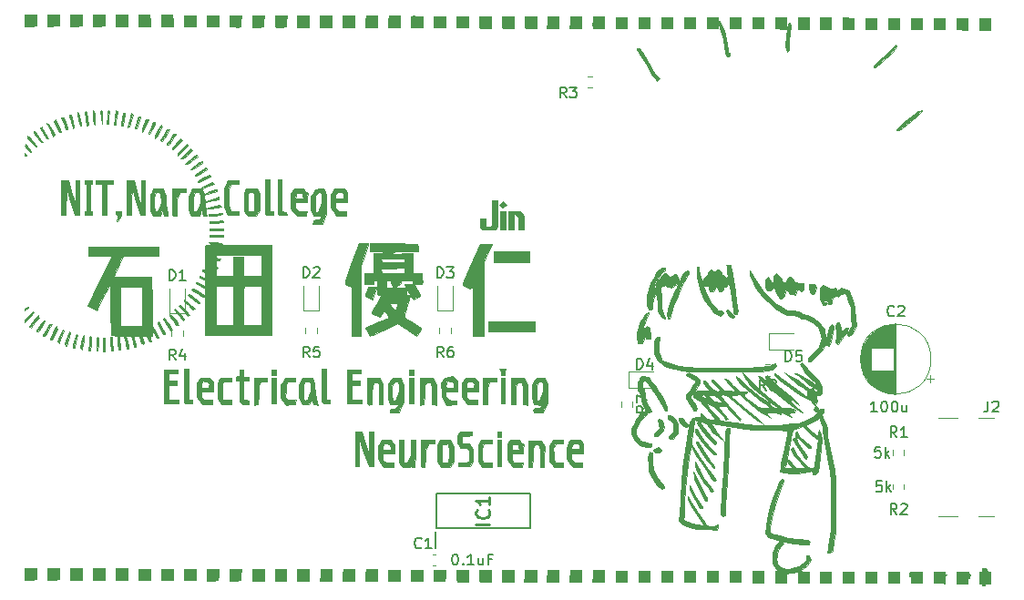
<source format=gbr>
%TF.GenerationSoftware,KiCad,Pcbnew,7.0.2*%
%TF.CreationDate,2023-06-07T16:09:15+09:00*%
%TF.ProjectId,JinBoard,4a696e42-6f61-4726-942e-6b696361645f,rev?*%
%TF.SameCoordinates,Original*%
%TF.FileFunction,Legend,Top*%
%TF.FilePolarity,Positive*%
%FSLAX46Y46*%
G04 Gerber Fmt 4.6, Leading zero omitted, Abs format (unit mm)*
G04 Created by KiCad (PCBNEW 7.0.2) date 2023-06-07 16:09:15*
%MOMM*%
%LPD*%
G01*
G04 APERTURE LIST*
%ADD10C,0.150000*%
%ADD11C,0.254000*%
%ADD12C,0.084381*%
%ADD13C,0.120000*%
%ADD14C,0.200000*%
G04 APERTURE END LIST*
D10*
%TO.C,D3*%
X140231905Y-102291119D02*
X140231905Y-101291119D01*
X140231905Y-101291119D02*
X140470000Y-101291119D01*
X140470000Y-101291119D02*
X140612857Y-101338738D01*
X140612857Y-101338738D02*
X140708095Y-101433976D01*
X140708095Y-101433976D02*
X140755714Y-101529214D01*
X140755714Y-101529214D02*
X140803333Y-101719690D01*
X140803333Y-101719690D02*
X140803333Y-101862547D01*
X140803333Y-101862547D02*
X140755714Y-102053023D01*
X140755714Y-102053023D02*
X140708095Y-102148261D01*
X140708095Y-102148261D02*
X140612857Y-102243500D01*
X140612857Y-102243500D02*
X140470000Y-102291119D01*
X140470000Y-102291119D02*
X140231905Y-102291119D01*
X141136667Y-101291119D02*
X141755714Y-101291119D01*
X141755714Y-101291119D02*
X141422381Y-101672071D01*
X141422381Y-101672071D02*
X141565238Y-101672071D01*
X141565238Y-101672071D02*
X141660476Y-101719690D01*
X141660476Y-101719690D02*
X141708095Y-101767309D01*
X141708095Y-101767309D02*
X141755714Y-101862547D01*
X141755714Y-101862547D02*
X141755714Y-102100642D01*
X141755714Y-102100642D02*
X141708095Y-102195880D01*
X141708095Y-102195880D02*
X141660476Y-102243500D01*
X141660476Y-102243500D02*
X141565238Y-102291119D01*
X141565238Y-102291119D02*
X141279524Y-102291119D01*
X141279524Y-102291119D02*
X141184286Y-102243500D01*
X141184286Y-102243500D02*
X141136667Y-102195880D01*
%TO.C,D1*%
X115339905Y-102519619D02*
X115339905Y-101519619D01*
X115339905Y-101519619D02*
X115578000Y-101519619D01*
X115578000Y-101519619D02*
X115720857Y-101567238D01*
X115720857Y-101567238D02*
X115816095Y-101662476D01*
X115816095Y-101662476D02*
X115863714Y-101757714D01*
X115863714Y-101757714D02*
X115911333Y-101948190D01*
X115911333Y-101948190D02*
X115911333Y-102091047D01*
X115911333Y-102091047D02*
X115863714Y-102281523D01*
X115863714Y-102281523D02*
X115816095Y-102376761D01*
X115816095Y-102376761D02*
X115720857Y-102472000D01*
X115720857Y-102472000D02*
X115578000Y-102519619D01*
X115578000Y-102519619D02*
X115339905Y-102519619D01*
X116863714Y-102519619D02*
X116292286Y-102519619D01*
X116578000Y-102519619D02*
X116578000Y-101519619D01*
X116578000Y-101519619D02*
X116482762Y-101662476D01*
X116482762Y-101662476D02*
X116387524Y-101757714D01*
X116387524Y-101757714D02*
X116292286Y-101805333D01*
D11*
%TO.C,IC1*%
X145113526Y-125191762D02*
X143843526Y-125191762D01*
X144992573Y-123861285D02*
X145053050Y-123921761D01*
X145053050Y-123921761D02*
X145113526Y-124103190D01*
X145113526Y-124103190D02*
X145113526Y-124224142D01*
X145113526Y-124224142D02*
X145053050Y-124405571D01*
X145053050Y-124405571D02*
X144932097Y-124526523D01*
X144932097Y-124526523D02*
X144811145Y-124587000D01*
X144811145Y-124587000D02*
X144569240Y-124647476D01*
X144569240Y-124647476D02*
X144387811Y-124647476D01*
X144387811Y-124647476D02*
X144145907Y-124587000D01*
X144145907Y-124587000D02*
X144024954Y-124526523D01*
X144024954Y-124526523D02*
X143904002Y-124405571D01*
X143904002Y-124405571D02*
X143843526Y-124224142D01*
X143843526Y-124224142D02*
X143843526Y-124103190D01*
X143843526Y-124103190D02*
X143904002Y-123921761D01*
X143904002Y-123921761D02*
X143964478Y-123861285D01*
X145113526Y-122651761D02*
X145113526Y-123377476D01*
X145113526Y-123014619D02*
X143843526Y-123014619D01*
X143843526Y-123014619D02*
X144024954Y-123135571D01*
X144024954Y-123135571D02*
X144145907Y-123256523D01*
X144145907Y-123256523D02*
X144206383Y-123377476D01*
D10*
%TO.C,C2*%
X182693333Y-105777380D02*
X182645714Y-105825000D01*
X182645714Y-105825000D02*
X182502857Y-105872619D01*
X182502857Y-105872619D02*
X182407619Y-105872619D01*
X182407619Y-105872619D02*
X182264762Y-105825000D01*
X182264762Y-105825000D02*
X182169524Y-105729761D01*
X182169524Y-105729761D02*
X182121905Y-105634523D01*
X182121905Y-105634523D02*
X182074286Y-105444047D01*
X182074286Y-105444047D02*
X182074286Y-105301190D01*
X182074286Y-105301190D02*
X182121905Y-105110714D01*
X182121905Y-105110714D02*
X182169524Y-105015476D01*
X182169524Y-105015476D02*
X182264762Y-104920238D01*
X182264762Y-104920238D02*
X182407619Y-104872619D01*
X182407619Y-104872619D02*
X182502857Y-104872619D01*
X182502857Y-104872619D02*
X182645714Y-104920238D01*
X182645714Y-104920238D02*
X182693333Y-104967857D01*
X183074286Y-104967857D02*
X183121905Y-104920238D01*
X183121905Y-104920238D02*
X183217143Y-104872619D01*
X183217143Y-104872619D02*
X183455238Y-104872619D01*
X183455238Y-104872619D02*
X183550476Y-104920238D01*
X183550476Y-104920238D02*
X183598095Y-104967857D01*
X183598095Y-104967857D02*
X183645714Y-105063095D01*
X183645714Y-105063095D02*
X183645714Y-105158333D01*
X183645714Y-105158333D02*
X183598095Y-105301190D01*
X183598095Y-105301190D02*
X183026667Y-105872619D01*
X183026667Y-105872619D02*
X183645714Y-105872619D01*
X181125952Y-114762619D02*
X180554524Y-114762619D01*
X180840238Y-114762619D02*
X180840238Y-113762619D01*
X180840238Y-113762619D02*
X180745000Y-113905476D01*
X180745000Y-113905476D02*
X180649762Y-114000714D01*
X180649762Y-114000714D02*
X180554524Y-114048333D01*
X181745000Y-113762619D02*
X181840238Y-113762619D01*
X181840238Y-113762619D02*
X181935476Y-113810238D01*
X181935476Y-113810238D02*
X181983095Y-113857857D01*
X181983095Y-113857857D02*
X182030714Y-113953095D01*
X182030714Y-113953095D02*
X182078333Y-114143571D01*
X182078333Y-114143571D02*
X182078333Y-114381666D01*
X182078333Y-114381666D02*
X182030714Y-114572142D01*
X182030714Y-114572142D02*
X181983095Y-114667380D01*
X181983095Y-114667380D02*
X181935476Y-114715000D01*
X181935476Y-114715000D02*
X181840238Y-114762619D01*
X181840238Y-114762619D02*
X181745000Y-114762619D01*
X181745000Y-114762619D02*
X181649762Y-114715000D01*
X181649762Y-114715000D02*
X181602143Y-114667380D01*
X181602143Y-114667380D02*
X181554524Y-114572142D01*
X181554524Y-114572142D02*
X181506905Y-114381666D01*
X181506905Y-114381666D02*
X181506905Y-114143571D01*
X181506905Y-114143571D02*
X181554524Y-113953095D01*
X181554524Y-113953095D02*
X181602143Y-113857857D01*
X181602143Y-113857857D02*
X181649762Y-113810238D01*
X181649762Y-113810238D02*
X181745000Y-113762619D01*
X182697381Y-113762619D02*
X182792619Y-113762619D01*
X182792619Y-113762619D02*
X182887857Y-113810238D01*
X182887857Y-113810238D02*
X182935476Y-113857857D01*
X182935476Y-113857857D02*
X182983095Y-113953095D01*
X182983095Y-113953095D02*
X183030714Y-114143571D01*
X183030714Y-114143571D02*
X183030714Y-114381666D01*
X183030714Y-114381666D02*
X182983095Y-114572142D01*
X182983095Y-114572142D02*
X182935476Y-114667380D01*
X182935476Y-114667380D02*
X182887857Y-114715000D01*
X182887857Y-114715000D02*
X182792619Y-114762619D01*
X182792619Y-114762619D02*
X182697381Y-114762619D01*
X182697381Y-114762619D02*
X182602143Y-114715000D01*
X182602143Y-114715000D02*
X182554524Y-114667380D01*
X182554524Y-114667380D02*
X182506905Y-114572142D01*
X182506905Y-114572142D02*
X182459286Y-114381666D01*
X182459286Y-114381666D02*
X182459286Y-114143571D01*
X182459286Y-114143571D02*
X182506905Y-113953095D01*
X182506905Y-113953095D02*
X182554524Y-113857857D01*
X182554524Y-113857857D02*
X182602143Y-113810238D01*
X182602143Y-113810238D02*
X182697381Y-113762619D01*
X183887857Y-114095952D02*
X183887857Y-114762619D01*
X183459286Y-114095952D02*
X183459286Y-114619761D01*
X183459286Y-114619761D02*
X183506905Y-114715000D01*
X183506905Y-114715000D02*
X183602143Y-114762619D01*
X183602143Y-114762619D02*
X183745000Y-114762619D01*
X183745000Y-114762619D02*
X183840238Y-114715000D01*
X183840238Y-114715000D02*
X183887857Y-114667380D01*
%TO.C,R6*%
X140803333Y-109682619D02*
X140470000Y-109206428D01*
X140231905Y-109682619D02*
X140231905Y-108682619D01*
X140231905Y-108682619D02*
X140612857Y-108682619D01*
X140612857Y-108682619D02*
X140708095Y-108730238D01*
X140708095Y-108730238D02*
X140755714Y-108777857D01*
X140755714Y-108777857D02*
X140803333Y-108873095D01*
X140803333Y-108873095D02*
X140803333Y-109015952D01*
X140803333Y-109015952D02*
X140755714Y-109111190D01*
X140755714Y-109111190D02*
X140708095Y-109158809D01*
X140708095Y-109158809D02*
X140612857Y-109206428D01*
X140612857Y-109206428D02*
X140231905Y-109206428D01*
X141660476Y-108682619D02*
X141470000Y-108682619D01*
X141470000Y-108682619D02*
X141374762Y-108730238D01*
X141374762Y-108730238D02*
X141327143Y-108777857D01*
X141327143Y-108777857D02*
X141231905Y-108920714D01*
X141231905Y-108920714D02*
X141184286Y-109111190D01*
X141184286Y-109111190D02*
X141184286Y-109492142D01*
X141184286Y-109492142D02*
X141231905Y-109587380D01*
X141231905Y-109587380D02*
X141279524Y-109635000D01*
X141279524Y-109635000D02*
X141374762Y-109682619D01*
X141374762Y-109682619D02*
X141565238Y-109682619D01*
X141565238Y-109682619D02*
X141660476Y-109635000D01*
X141660476Y-109635000D02*
X141708095Y-109587380D01*
X141708095Y-109587380D02*
X141755714Y-109492142D01*
X141755714Y-109492142D02*
X141755714Y-109254047D01*
X141755714Y-109254047D02*
X141708095Y-109158809D01*
X141708095Y-109158809D02*
X141660476Y-109111190D01*
X141660476Y-109111190D02*
X141565238Y-109063571D01*
X141565238Y-109063571D02*
X141374762Y-109063571D01*
X141374762Y-109063571D02*
X141279524Y-109111190D01*
X141279524Y-109111190D02*
X141231905Y-109158809D01*
X141231905Y-109158809D02*
X141184286Y-109254047D01*
%TO.C,D4*%
X158773905Y-110792619D02*
X158773905Y-109792619D01*
X158773905Y-109792619D02*
X159012000Y-109792619D01*
X159012000Y-109792619D02*
X159154857Y-109840238D01*
X159154857Y-109840238D02*
X159250095Y-109935476D01*
X159250095Y-109935476D02*
X159297714Y-110030714D01*
X159297714Y-110030714D02*
X159345333Y-110221190D01*
X159345333Y-110221190D02*
X159345333Y-110364047D01*
X159345333Y-110364047D02*
X159297714Y-110554523D01*
X159297714Y-110554523D02*
X159250095Y-110649761D01*
X159250095Y-110649761D02*
X159154857Y-110745000D01*
X159154857Y-110745000D02*
X159012000Y-110792619D01*
X159012000Y-110792619D02*
X158773905Y-110792619D01*
X160202476Y-110125952D02*
X160202476Y-110792619D01*
X159964381Y-109745000D02*
X159726286Y-110459285D01*
X159726286Y-110459285D02*
X160345333Y-110459285D01*
%TO.C,R7*%
X159753619Y-114212666D02*
X159277428Y-114545999D01*
X159753619Y-114784094D02*
X158753619Y-114784094D01*
X158753619Y-114784094D02*
X158753619Y-114403142D01*
X158753619Y-114403142D02*
X158801238Y-114307904D01*
X158801238Y-114307904D02*
X158848857Y-114260285D01*
X158848857Y-114260285D02*
X158944095Y-114212666D01*
X158944095Y-114212666D02*
X159086952Y-114212666D01*
X159086952Y-114212666D02*
X159182190Y-114260285D01*
X159182190Y-114260285D02*
X159229809Y-114307904D01*
X159229809Y-114307904D02*
X159277428Y-114403142D01*
X159277428Y-114403142D02*
X159277428Y-114784094D01*
X158753619Y-113879332D02*
X158753619Y-113212666D01*
X158753619Y-113212666D02*
X159753619Y-113641237D01*
%TO.C,C1*%
X138771333Y-127367380D02*
X138723714Y-127415000D01*
X138723714Y-127415000D02*
X138580857Y-127462619D01*
X138580857Y-127462619D02*
X138485619Y-127462619D01*
X138485619Y-127462619D02*
X138342762Y-127415000D01*
X138342762Y-127415000D02*
X138247524Y-127319761D01*
X138247524Y-127319761D02*
X138199905Y-127224523D01*
X138199905Y-127224523D02*
X138152286Y-127034047D01*
X138152286Y-127034047D02*
X138152286Y-126891190D01*
X138152286Y-126891190D02*
X138199905Y-126700714D01*
X138199905Y-126700714D02*
X138247524Y-126605476D01*
X138247524Y-126605476D02*
X138342762Y-126510238D01*
X138342762Y-126510238D02*
X138485619Y-126462619D01*
X138485619Y-126462619D02*
X138580857Y-126462619D01*
X138580857Y-126462619D02*
X138723714Y-126510238D01*
X138723714Y-126510238D02*
X138771333Y-126557857D01*
X139723714Y-127462619D02*
X139152286Y-127462619D01*
X139438000Y-127462619D02*
X139438000Y-126462619D01*
X139438000Y-126462619D02*
X139342762Y-126605476D01*
X139342762Y-126605476D02*
X139247524Y-126700714D01*
X139247524Y-126700714D02*
X139152286Y-126748333D01*
X141867143Y-127986619D02*
X141962381Y-127986619D01*
X141962381Y-127986619D02*
X142057619Y-128034238D01*
X142057619Y-128034238D02*
X142105238Y-128081857D01*
X142105238Y-128081857D02*
X142152857Y-128177095D01*
X142152857Y-128177095D02*
X142200476Y-128367571D01*
X142200476Y-128367571D02*
X142200476Y-128605666D01*
X142200476Y-128605666D02*
X142152857Y-128796142D01*
X142152857Y-128796142D02*
X142105238Y-128891380D01*
X142105238Y-128891380D02*
X142057619Y-128939000D01*
X142057619Y-128939000D02*
X141962381Y-128986619D01*
X141962381Y-128986619D02*
X141867143Y-128986619D01*
X141867143Y-128986619D02*
X141771905Y-128939000D01*
X141771905Y-128939000D02*
X141724286Y-128891380D01*
X141724286Y-128891380D02*
X141676667Y-128796142D01*
X141676667Y-128796142D02*
X141629048Y-128605666D01*
X141629048Y-128605666D02*
X141629048Y-128367571D01*
X141629048Y-128367571D02*
X141676667Y-128177095D01*
X141676667Y-128177095D02*
X141724286Y-128081857D01*
X141724286Y-128081857D02*
X141771905Y-128034238D01*
X141771905Y-128034238D02*
X141867143Y-127986619D01*
X142629048Y-128891380D02*
X142676667Y-128939000D01*
X142676667Y-128939000D02*
X142629048Y-128986619D01*
X142629048Y-128986619D02*
X142581429Y-128939000D01*
X142581429Y-128939000D02*
X142629048Y-128891380D01*
X142629048Y-128891380D02*
X142629048Y-128986619D01*
X143629047Y-128986619D02*
X143057619Y-128986619D01*
X143343333Y-128986619D02*
X143343333Y-127986619D01*
X143343333Y-127986619D02*
X143248095Y-128129476D01*
X143248095Y-128129476D02*
X143152857Y-128224714D01*
X143152857Y-128224714D02*
X143057619Y-128272333D01*
X144486190Y-128319952D02*
X144486190Y-128986619D01*
X144057619Y-128319952D02*
X144057619Y-128843761D01*
X144057619Y-128843761D02*
X144105238Y-128939000D01*
X144105238Y-128939000D02*
X144200476Y-128986619D01*
X144200476Y-128986619D02*
X144343333Y-128986619D01*
X144343333Y-128986619D02*
X144438571Y-128939000D01*
X144438571Y-128939000D02*
X144486190Y-128891380D01*
X145295714Y-128462809D02*
X144962381Y-128462809D01*
X144962381Y-128986619D02*
X144962381Y-127986619D01*
X144962381Y-127986619D02*
X145438571Y-127986619D01*
%TO.C,D5*%
X172616905Y-110063619D02*
X172616905Y-109063619D01*
X172616905Y-109063619D02*
X172855000Y-109063619D01*
X172855000Y-109063619D02*
X172997857Y-109111238D01*
X172997857Y-109111238D02*
X173093095Y-109206476D01*
X173093095Y-109206476D02*
X173140714Y-109301714D01*
X173140714Y-109301714D02*
X173188333Y-109492190D01*
X173188333Y-109492190D02*
X173188333Y-109635047D01*
X173188333Y-109635047D02*
X173140714Y-109825523D01*
X173140714Y-109825523D02*
X173093095Y-109920761D01*
X173093095Y-109920761D02*
X172997857Y-110016000D01*
X172997857Y-110016000D02*
X172855000Y-110063619D01*
X172855000Y-110063619D02*
X172616905Y-110063619D01*
X174093095Y-109063619D02*
X173616905Y-109063619D01*
X173616905Y-109063619D02*
X173569286Y-109539809D01*
X173569286Y-109539809D02*
X173616905Y-109492190D01*
X173616905Y-109492190D02*
X173712143Y-109444571D01*
X173712143Y-109444571D02*
X173950238Y-109444571D01*
X173950238Y-109444571D02*
X174045476Y-109492190D01*
X174045476Y-109492190D02*
X174093095Y-109539809D01*
X174093095Y-109539809D02*
X174140714Y-109635047D01*
X174140714Y-109635047D02*
X174140714Y-109873142D01*
X174140714Y-109873142D02*
X174093095Y-109968380D01*
X174093095Y-109968380D02*
X174045476Y-110016000D01*
X174045476Y-110016000D02*
X173950238Y-110063619D01*
X173950238Y-110063619D02*
X173712143Y-110063619D01*
X173712143Y-110063619D02*
X173616905Y-110016000D01*
X173616905Y-110016000D02*
X173569286Y-109968380D01*
%TO.C,R1*%
X182951833Y-117112619D02*
X182618500Y-116636428D01*
X182380405Y-117112619D02*
X182380405Y-116112619D01*
X182380405Y-116112619D02*
X182761357Y-116112619D01*
X182761357Y-116112619D02*
X182856595Y-116160238D01*
X182856595Y-116160238D02*
X182904214Y-116207857D01*
X182904214Y-116207857D02*
X182951833Y-116303095D01*
X182951833Y-116303095D02*
X182951833Y-116445952D01*
X182951833Y-116445952D02*
X182904214Y-116541190D01*
X182904214Y-116541190D02*
X182856595Y-116588809D01*
X182856595Y-116588809D02*
X182761357Y-116636428D01*
X182761357Y-116636428D02*
X182380405Y-116636428D01*
X183904214Y-117112619D02*
X183332786Y-117112619D01*
X183618500Y-117112619D02*
X183618500Y-116112619D01*
X183618500Y-116112619D02*
X183523262Y-116255476D01*
X183523262Y-116255476D02*
X183428024Y-116350714D01*
X183428024Y-116350714D02*
X183332786Y-116398333D01*
X181427833Y-118017619D02*
X180951643Y-118017619D01*
X180951643Y-118017619D02*
X180904024Y-118493809D01*
X180904024Y-118493809D02*
X180951643Y-118446190D01*
X180951643Y-118446190D02*
X181046881Y-118398571D01*
X181046881Y-118398571D02*
X181284976Y-118398571D01*
X181284976Y-118398571D02*
X181380214Y-118446190D01*
X181380214Y-118446190D02*
X181427833Y-118493809D01*
X181427833Y-118493809D02*
X181475452Y-118589047D01*
X181475452Y-118589047D02*
X181475452Y-118827142D01*
X181475452Y-118827142D02*
X181427833Y-118922380D01*
X181427833Y-118922380D02*
X181380214Y-118970000D01*
X181380214Y-118970000D02*
X181284976Y-119017619D01*
X181284976Y-119017619D02*
X181046881Y-119017619D01*
X181046881Y-119017619D02*
X180951643Y-118970000D01*
X180951643Y-118970000D02*
X180904024Y-118922380D01*
X181904024Y-119017619D02*
X181904024Y-118017619D01*
X181999262Y-118636666D02*
X182284976Y-119017619D01*
X182284976Y-118350952D02*
X181904024Y-118731904D01*
%TO.C,R3*%
X152233333Y-85552619D02*
X151900000Y-85076428D01*
X151661905Y-85552619D02*
X151661905Y-84552619D01*
X151661905Y-84552619D02*
X152042857Y-84552619D01*
X152042857Y-84552619D02*
X152138095Y-84600238D01*
X152138095Y-84600238D02*
X152185714Y-84647857D01*
X152185714Y-84647857D02*
X152233333Y-84743095D01*
X152233333Y-84743095D02*
X152233333Y-84885952D01*
X152233333Y-84885952D02*
X152185714Y-84981190D01*
X152185714Y-84981190D02*
X152138095Y-85028809D01*
X152138095Y-85028809D02*
X152042857Y-85076428D01*
X152042857Y-85076428D02*
X151661905Y-85076428D01*
X152566667Y-84552619D02*
X153185714Y-84552619D01*
X153185714Y-84552619D02*
X152852381Y-84933571D01*
X152852381Y-84933571D02*
X152995238Y-84933571D01*
X152995238Y-84933571D02*
X153090476Y-84981190D01*
X153090476Y-84981190D02*
X153138095Y-85028809D01*
X153138095Y-85028809D02*
X153185714Y-85124047D01*
X153185714Y-85124047D02*
X153185714Y-85362142D01*
X153185714Y-85362142D02*
X153138095Y-85457380D01*
X153138095Y-85457380D02*
X153090476Y-85505000D01*
X153090476Y-85505000D02*
X152995238Y-85552619D01*
X152995238Y-85552619D02*
X152709524Y-85552619D01*
X152709524Y-85552619D02*
X152614286Y-85505000D01*
X152614286Y-85505000D02*
X152566667Y-85457380D01*
%TO.C,R8*%
X170775333Y-112763619D02*
X170442000Y-112287428D01*
X170203905Y-112763619D02*
X170203905Y-111763619D01*
X170203905Y-111763619D02*
X170584857Y-111763619D01*
X170584857Y-111763619D02*
X170680095Y-111811238D01*
X170680095Y-111811238D02*
X170727714Y-111858857D01*
X170727714Y-111858857D02*
X170775333Y-111954095D01*
X170775333Y-111954095D02*
X170775333Y-112096952D01*
X170775333Y-112096952D02*
X170727714Y-112192190D01*
X170727714Y-112192190D02*
X170680095Y-112239809D01*
X170680095Y-112239809D02*
X170584857Y-112287428D01*
X170584857Y-112287428D02*
X170203905Y-112287428D01*
X171346762Y-112192190D02*
X171251524Y-112144571D01*
X171251524Y-112144571D02*
X171203905Y-112096952D01*
X171203905Y-112096952D02*
X171156286Y-112001714D01*
X171156286Y-112001714D02*
X171156286Y-111954095D01*
X171156286Y-111954095D02*
X171203905Y-111858857D01*
X171203905Y-111858857D02*
X171251524Y-111811238D01*
X171251524Y-111811238D02*
X171346762Y-111763619D01*
X171346762Y-111763619D02*
X171537238Y-111763619D01*
X171537238Y-111763619D02*
X171632476Y-111811238D01*
X171632476Y-111811238D02*
X171680095Y-111858857D01*
X171680095Y-111858857D02*
X171727714Y-111954095D01*
X171727714Y-111954095D02*
X171727714Y-112001714D01*
X171727714Y-112001714D02*
X171680095Y-112096952D01*
X171680095Y-112096952D02*
X171632476Y-112144571D01*
X171632476Y-112144571D02*
X171537238Y-112192190D01*
X171537238Y-112192190D02*
X171346762Y-112192190D01*
X171346762Y-112192190D02*
X171251524Y-112239809D01*
X171251524Y-112239809D02*
X171203905Y-112287428D01*
X171203905Y-112287428D02*
X171156286Y-112382666D01*
X171156286Y-112382666D02*
X171156286Y-112573142D01*
X171156286Y-112573142D02*
X171203905Y-112668380D01*
X171203905Y-112668380D02*
X171251524Y-112716000D01*
X171251524Y-112716000D02*
X171346762Y-112763619D01*
X171346762Y-112763619D02*
X171537238Y-112763619D01*
X171537238Y-112763619D02*
X171632476Y-112716000D01*
X171632476Y-112716000D02*
X171680095Y-112668380D01*
X171680095Y-112668380D02*
X171727714Y-112573142D01*
X171727714Y-112573142D02*
X171727714Y-112382666D01*
X171727714Y-112382666D02*
X171680095Y-112287428D01*
X171680095Y-112287428D02*
X171632476Y-112239809D01*
X171632476Y-112239809D02*
X171537238Y-112192190D01*
%TO.C,D2*%
X127785905Y-102265619D02*
X127785905Y-101265619D01*
X127785905Y-101265619D02*
X128024000Y-101265619D01*
X128024000Y-101265619D02*
X128166857Y-101313238D01*
X128166857Y-101313238D02*
X128262095Y-101408476D01*
X128262095Y-101408476D02*
X128309714Y-101503714D01*
X128309714Y-101503714D02*
X128357333Y-101694190D01*
X128357333Y-101694190D02*
X128357333Y-101837047D01*
X128357333Y-101837047D02*
X128309714Y-102027523D01*
X128309714Y-102027523D02*
X128262095Y-102122761D01*
X128262095Y-102122761D02*
X128166857Y-102218000D01*
X128166857Y-102218000D02*
X128024000Y-102265619D01*
X128024000Y-102265619D02*
X127785905Y-102265619D01*
X128738286Y-101360857D02*
X128785905Y-101313238D01*
X128785905Y-101313238D02*
X128881143Y-101265619D01*
X128881143Y-101265619D02*
X129119238Y-101265619D01*
X129119238Y-101265619D02*
X129214476Y-101313238D01*
X129214476Y-101313238D02*
X129262095Y-101360857D01*
X129262095Y-101360857D02*
X129309714Y-101456095D01*
X129309714Y-101456095D02*
X129309714Y-101551333D01*
X129309714Y-101551333D02*
X129262095Y-101694190D01*
X129262095Y-101694190D02*
X128690667Y-102265619D01*
X128690667Y-102265619D02*
X129309714Y-102265619D01*
%TO.C,J2*%
X191421166Y-113762619D02*
X191421166Y-114476904D01*
X191421166Y-114476904D02*
X191373547Y-114619761D01*
X191373547Y-114619761D02*
X191278309Y-114715000D01*
X191278309Y-114715000D02*
X191135452Y-114762619D01*
X191135452Y-114762619D02*
X191040214Y-114762619D01*
X191849738Y-113857857D02*
X191897357Y-113810238D01*
X191897357Y-113810238D02*
X191992595Y-113762619D01*
X191992595Y-113762619D02*
X192230690Y-113762619D01*
X192230690Y-113762619D02*
X192325928Y-113810238D01*
X192325928Y-113810238D02*
X192373547Y-113857857D01*
X192373547Y-113857857D02*
X192421166Y-113953095D01*
X192421166Y-113953095D02*
X192421166Y-114048333D01*
X192421166Y-114048333D02*
X192373547Y-114191190D01*
X192373547Y-114191190D02*
X191802119Y-114762619D01*
X191802119Y-114762619D02*
X192421166Y-114762619D01*
%TO.C,R4*%
X115911333Y-109936619D02*
X115578000Y-109460428D01*
X115339905Y-109936619D02*
X115339905Y-108936619D01*
X115339905Y-108936619D02*
X115720857Y-108936619D01*
X115720857Y-108936619D02*
X115816095Y-108984238D01*
X115816095Y-108984238D02*
X115863714Y-109031857D01*
X115863714Y-109031857D02*
X115911333Y-109127095D01*
X115911333Y-109127095D02*
X115911333Y-109269952D01*
X115911333Y-109269952D02*
X115863714Y-109365190D01*
X115863714Y-109365190D02*
X115816095Y-109412809D01*
X115816095Y-109412809D02*
X115720857Y-109460428D01*
X115720857Y-109460428D02*
X115339905Y-109460428D01*
X116768476Y-109269952D02*
X116768476Y-109936619D01*
X116530381Y-108889000D02*
X116292286Y-109603285D01*
X116292286Y-109603285D02*
X116911333Y-109603285D01*
%TO.C,R2*%
X182951833Y-124286619D02*
X182618500Y-123810428D01*
X182380405Y-124286619D02*
X182380405Y-123286619D01*
X182380405Y-123286619D02*
X182761357Y-123286619D01*
X182761357Y-123286619D02*
X182856595Y-123334238D01*
X182856595Y-123334238D02*
X182904214Y-123381857D01*
X182904214Y-123381857D02*
X182951833Y-123477095D01*
X182951833Y-123477095D02*
X182951833Y-123619952D01*
X182951833Y-123619952D02*
X182904214Y-123715190D01*
X182904214Y-123715190D02*
X182856595Y-123762809D01*
X182856595Y-123762809D02*
X182761357Y-123810428D01*
X182761357Y-123810428D02*
X182380405Y-123810428D01*
X183332786Y-123381857D02*
X183380405Y-123334238D01*
X183380405Y-123334238D02*
X183475643Y-123286619D01*
X183475643Y-123286619D02*
X183713738Y-123286619D01*
X183713738Y-123286619D02*
X183808976Y-123334238D01*
X183808976Y-123334238D02*
X183856595Y-123381857D01*
X183856595Y-123381857D02*
X183904214Y-123477095D01*
X183904214Y-123477095D02*
X183904214Y-123572333D01*
X183904214Y-123572333D02*
X183856595Y-123715190D01*
X183856595Y-123715190D02*
X183285167Y-124286619D01*
X183285167Y-124286619D02*
X183904214Y-124286619D01*
X181554833Y-121191619D02*
X181078643Y-121191619D01*
X181078643Y-121191619D02*
X181031024Y-121667809D01*
X181031024Y-121667809D02*
X181078643Y-121620190D01*
X181078643Y-121620190D02*
X181173881Y-121572571D01*
X181173881Y-121572571D02*
X181411976Y-121572571D01*
X181411976Y-121572571D02*
X181507214Y-121620190D01*
X181507214Y-121620190D02*
X181554833Y-121667809D01*
X181554833Y-121667809D02*
X181602452Y-121763047D01*
X181602452Y-121763047D02*
X181602452Y-122001142D01*
X181602452Y-122001142D02*
X181554833Y-122096380D01*
X181554833Y-122096380D02*
X181507214Y-122144000D01*
X181507214Y-122144000D02*
X181411976Y-122191619D01*
X181411976Y-122191619D02*
X181173881Y-122191619D01*
X181173881Y-122191619D02*
X181078643Y-122144000D01*
X181078643Y-122144000D02*
X181031024Y-122096380D01*
X182031024Y-122191619D02*
X182031024Y-121191619D01*
X182126262Y-121810666D02*
X182411976Y-122191619D01*
X182411976Y-121524952D02*
X182031024Y-121905904D01*
%TO.C,R5*%
X128357333Y-109682619D02*
X128024000Y-109206428D01*
X127785905Y-109682619D02*
X127785905Y-108682619D01*
X127785905Y-108682619D02*
X128166857Y-108682619D01*
X128166857Y-108682619D02*
X128262095Y-108730238D01*
X128262095Y-108730238D02*
X128309714Y-108777857D01*
X128309714Y-108777857D02*
X128357333Y-108873095D01*
X128357333Y-108873095D02*
X128357333Y-109015952D01*
X128357333Y-109015952D02*
X128309714Y-109111190D01*
X128309714Y-109111190D02*
X128262095Y-109158809D01*
X128262095Y-109158809D02*
X128166857Y-109206428D01*
X128166857Y-109206428D02*
X127785905Y-109206428D01*
X129262095Y-108682619D02*
X128785905Y-108682619D01*
X128785905Y-108682619D02*
X128738286Y-109158809D01*
X128738286Y-109158809D02*
X128785905Y-109111190D01*
X128785905Y-109111190D02*
X128881143Y-109063571D01*
X128881143Y-109063571D02*
X129119238Y-109063571D01*
X129119238Y-109063571D02*
X129214476Y-109111190D01*
X129214476Y-109111190D02*
X129262095Y-109158809D01*
X129262095Y-109158809D02*
X129309714Y-109254047D01*
X129309714Y-109254047D02*
X129309714Y-109492142D01*
X129309714Y-109492142D02*
X129262095Y-109587380D01*
X129262095Y-109587380D02*
X129214476Y-109635000D01*
X129214476Y-109635000D02*
X129119238Y-109682619D01*
X129119238Y-109682619D02*
X128881143Y-109682619D01*
X128881143Y-109682619D02*
X128785905Y-109635000D01*
X128785905Y-109635000D02*
X128738286Y-109587380D01*
%TO.C,REF\u002A\u002A*%
D12*
X105099933Y-77849607D02*
X105099933Y-78862185D01*
X104045165Y-78912435D01*
X104045165Y-77799357D01*
X105099933Y-77849607D01*
G36*
X105099933Y-77849607D02*
G01*
X105099933Y-78862185D01*
X104045165Y-78912435D01*
X104045165Y-77799357D01*
X105099933Y-77849607D01*
G37*
X109361212Y-109112988D02*
X109192443Y-109112988D01*
X109192443Y-107847269D01*
X109361212Y-107847269D01*
X109361212Y-109112988D01*
G36*
X109361212Y-109112988D02*
G01*
X109192443Y-109112988D01*
X109192443Y-107847269D01*
X109361212Y-107847269D01*
X109361212Y-109112988D01*
G37*
X113580284Y-130377033D02*
X112483324Y-130377033D01*
X112483324Y-129364456D01*
X113580284Y-129364456D01*
X113580284Y-130377033D01*
G36*
X113580284Y-130377033D02*
G01*
X112483324Y-130377033D01*
X112483324Y-129364456D01*
X113580284Y-129364456D01*
X113580284Y-130377033D01*
G37*
X115689823Y-130377033D02*
X114592862Y-130377033D01*
X114592862Y-129364456D01*
X115689823Y-129364456D01*
X115689823Y-130377033D01*
G36*
X115689823Y-130377033D02*
G01*
X114592862Y-130377033D01*
X114592862Y-129364456D01*
X115689823Y-129364456D01*
X115689823Y-130377033D01*
G37*
X117799361Y-130377033D02*
X116702401Y-130377033D01*
X116702401Y-129364456D01*
X117799361Y-129364456D01*
X117799361Y-130377033D01*
G36*
X117799361Y-130377033D02*
G01*
X116702401Y-130377033D01*
X116702401Y-129364456D01*
X117799361Y-129364456D01*
X117799361Y-130377033D01*
G37*
X119908892Y-78904352D02*
X118811932Y-78904352D01*
X118811932Y-77891774D01*
X119908892Y-77891774D01*
X119908892Y-78904352D01*
G36*
X119908892Y-78904352D02*
G01*
X118811932Y-78904352D01*
X118811932Y-77891774D01*
X119908892Y-77891774D01*
X119908892Y-78904352D01*
G37*
X120330807Y-97890257D02*
X119065083Y-97890257D01*
X119065083Y-97721499D01*
X120330807Y-97721499D01*
X120330807Y-97890257D01*
G36*
X120330807Y-97890257D02*
G01*
X119065083Y-97890257D01*
X119065083Y-97721499D01*
X120330807Y-97721499D01*
X120330807Y-97890257D01*
G37*
X120330807Y-98480938D02*
X119065083Y-98480938D01*
X119065083Y-98312168D01*
X120330807Y-98312168D01*
X120330807Y-98480938D01*
G36*
X120330807Y-98480938D02*
G01*
X119065083Y-98480938D01*
X119065083Y-98312168D01*
X120330807Y-98312168D01*
X120330807Y-98480938D01*
G37*
X124127974Y-130461464D02*
X123031014Y-130461464D01*
X123031014Y-129364502D01*
X124127974Y-129364502D01*
X124127974Y-130461464D01*
G36*
X124127974Y-130461464D02*
G01*
X123031014Y-130461464D01*
X123031014Y-129364502D01*
X124127974Y-129364502D01*
X124127974Y-130461464D01*
G37*
X125224936Y-111306908D02*
X124803029Y-111306908D01*
X124803029Y-110800621D01*
X125224936Y-110800621D01*
X125224936Y-111306908D01*
G36*
X125224936Y-111306908D02*
G01*
X124803029Y-111306908D01*
X124803029Y-110800621D01*
X125224936Y-110800621D01*
X125224936Y-111306908D01*
G37*
X125224936Y-114007118D02*
X124803029Y-114007118D01*
X124803029Y-111560055D01*
X125224936Y-111560055D01*
X125224936Y-114007118D01*
G36*
X125224936Y-114007118D02*
G01*
X124803029Y-114007118D01*
X124803029Y-111560055D01*
X125224936Y-111560055D01*
X125224936Y-114007118D01*
G37*
X126237513Y-130461464D02*
X125140553Y-130461464D01*
X125140553Y-129364502D01*
X126237513Y-129364502D01*
X126237513Y-130461464D01*
G36*
X126237513Y-130461464D02*
G01*
X125140553Y-130461464D01*
X125140553Y-129364502D01*
X126237513Y-129364502D01*
X126237513Y-130461464D01*
G37*
X128347045Y-78988797D02*
X127250087Y-78988797D01*
X127250087Y-77891838D01*
X128347045Y-77891838D01*
X128347045Y-78988797D01*
G36*
X128347045Y-78988797D02*
G01*
X127250087Y-78988797D01*
X127250087Y-77891838D01*
X128347045Y-77891838D01*
X128347045Y-78988797D01*
G37*
X128347052Y-130461464D02*
X127250092Y-130461464D01*
X127250092Y-129364502D01*
X128347052Y-129364502D01*
X128347052Y-130461464D01*
G36*
X128347052Y-130461464D02*
G01*
X127250092Y-130461464D01*
X127250092Y-129364502D01*
X128347052Y-129364502D01*
X128347052Y-130461464D01*
G37*
X130456588Y-78988797D02*
X129359626Y-78988797D01*
X129359626Y-77891838D01*
X130456588Y-77891838D01*
X130456588Y-78988797D01*
G36*
X130456588Y-78988797D02*
G01*
X129359626Y-78988797D01*
X129359626Y-77891838D01*
X130456588Y-77891838D01*
X130456588Y-78988797D01*
G37*
X132566123Y-78988797D02*
X131469165Y-78988797D01*
X131469165Y-77891838D01*
X132566123Y-77891838D01*
X132566123Y-78988797D01*
G36*
X132566123Y-78988797D02*
G01*
X131469165Y-78988797D01*
X131469165Y-77891838D01*
X132566123Y-77891838D01*
X132566123Y-78988797D01*
G37*
X136785207Y-130461430D02*
X135688245Y-130461430D01*
X135688245Y-129448853D01*
X136785207Y-129448853D01*
X136785207Y-130461430D01*
G36*
X136785207Y-130461430D02*
G01*
X135688245Y-130461430D01*
X135688245Y-129448853D01*
X136785207Y-129448853D01*
X136785207Y-130461430D01*
G37*
X138050931Y-111306908D02*
X137629021Y-111306908D01*
X137629021Y-110800621D01*
X138050931Y-110800621D01*
X138050931Y-111306908D01*
G36*
X138050931Y-111306908D02*
G01*
X137629021Y-111306908D01*
X137629021Y-110800621D01*
X138050931Y-110800621D01*
X138050931Y-111306908D01*
G37*
X138050931Y-114007122D02*
X137629021Y-114007122D01*
X137629021Y-111560055D01*
X138050931Y-111560055D01*
X138050931Y-114007122D01*
G36*
X138050931Y-114007122D02*
G01*
X137629021Y-114007122D01*
X137629021Y-111560055D01*
X138050931Y-111560055D01*
X138050931Y-114007122D01*
G37*
X138894746Y-130461430D02*
X137797784Y-130461430D01*
X137797784Y-129448853D01*
X138894746Y-129448853D01*
X138894746Y-130461430D01*
G36*
X138894746Y-130461430D02*
G01*
X137797784Y-130461430D01*
X137797784Y-129448853D01*
X138894746Y-129448853D01*
X138894746Y-130461430D01*
G37*
X141004281Y-78988768D02*
X139907319Y-78988768D01*
X139907319Y-77976191D01*
X141004281Y-77976191D01*
X141004281Y-78988768D01*
G36*
X141004281Y-78988768D02*
G01*
X139907319Y-78988768D01*
X139907319Y-77976191D01*
X141004281Y-77976191D01*
X141004281Y-78988768D01*
G37*
X143113816Y-78988768D02*
X142016858Y-78988768D01*
X142016858Y-77976191D01*
X143113816Y-77976191D01*
X143113816Y-78988768D01*
G36*
X143113816Y-78988768D02*
G01*
X142016858Y-78988768D01*
X142016858Y-77976191D01*
X143113816Y-77976191D01*
X143113816Y-78988768D01*
G37*
X146151555Y-117129208D02*
X145814030Y-117129208D01*
X145814030Y-116622921D01*
X146151555Y-116622921D01*
X146151555Y-117129208D01*
G36*
X146151555Y-117129208D02*
G01*
X145814030Y-117129208D01*
X145814030Y-116622921D01*
X146151555Y-116622921D01*
X146151555Y-117129208D01*
G37*
X146151555Y-119829445D02*
X145814030Y-119829445D01*
X145814030Y-117382382D01*
X146151555Y-117382382D01*
X146151555Y-119829445D01*
G36*
X146151555Y-119829445D02*
G01*
X145814030Y-119829445D01*
X145814030Y-117382382D01*
X146151555Y-117382382D01*
X146151555Y-119829445D01*
G37*
X146489083Y-114007122D02*
X146151559Y-114007122D01*
X146151559Y-111560055D01*
X146489083Y-111560055D01*
X146489083Y-114007122D01*
G36*
X146489083Y-114007122D02*
G01*
X146151559Y-114007122D01*
X146151559Y-111560055D01*
X146489083Y-111560055D01*
X146489083Y-114007122D01*
G37*
X146573464Y-97805878D02*
X146067178Y-97805878D01*
X146067178Y-96118246D01*
X146573464Y-96118246D01*
X146573464Y-97805878D01*
G36*
X146573464Y-97805878D02*
G01*
X146067178Y-97805878D01*
X146067178Y-96118246D01*
X146573464Y-96118246D01*
X146573464Y-97805878D01*
G37*
X147332898Y-130545880D02*
X146235940Y-130545880D01*
X146235940Y-129448921D01*
X147332898Y-129448921D01*
X147332898Y-130545880D01*
G36*
X147332898Y-130545880D02*
G01*
X146235940Y-130545880D01*
X146235940Y-129448921D01*
X147332898Y-129448921D01*
X147332898Y-130545880D01*
G37*
X149273675Y-107256605D02*
X144970216Y-107256605D01*
X144970216Y-106328407D01*
X149273675Y-106328407D01*
X149273675Y-107256605D01*
G36*
X149273675Y-107256605D02*
G01*
X144970216Y-107256605D01*
X144970216Y-106328407D01*
X149273675Y-106328407D01*
X149273675Y-107256605D01*
G37*
X151551976Y-130545872D02*
X150446965Y-130545872D01*
X150497205Y-129491100D01*
X151551976Y-129440861D01*
X151551976Y-130545872D01*
G36*
X151551976Y-130545872D02*
G01*
X150446965Y-130545872D01*
X150497205Y-129491100D01*
X151551976Y-129440861D01*
X151551976Y-130545872D01*
G37*
X153661515Y-130545872D02*
X152556504Y-130545872D01*
X152606744Y-129491100D01*
X153661515Y-129440861D01*
X153661515Y-130545872D01*
G36*
X153661515Y-130545872D02*
G01*
X152556504Y-130545872D01*
X152606744Y-129491100D01*
X153661515Y-129440861D01*
X153661515Y-130545872D01*
G37*
X157880593Y-130545868D02*
X156868012Y-130545868D01*
X156868012Y-129533287D01*
X157880593Y-129533287D01*
X157880593Y-130545868D01*
G36*
X157880593Y-130545868D02*
G01*
X156868012Y-130545868D01*
X156868012Y-129533287D01*
X157880593Y-129533287D01*
X157880593Y-130545868D01*
G37*
X159990132Y-130545868D02*
X158977551Y-130545868D01*
X158977551Y-129533287D01*
X159990132Y-129533287D01*
X159990132Y-130545868D01*
G36*
X159990132Y-130545868D02*
G01*
X158977551Y-130545868D01*
X158977551Y-129533287D01*
X159990132Y-129533287D01*
X159990132Y-130545868D01*
G37*
X162099663Y-130545868D02*
X161087086Y-130545868D01*
X161087086Y-129533287D01*
X162099663Y-129533287D01*
X162099663Y-130545868D01*
G36*
X162099663Y-130545868D02*
G01*
X161087086Y-130545868D01*
X161087086Y-129533287D01*
X162099663Y-129533287D01*
X162099663Y-130545868D01*
G37*
X164209203Y-130545868D02*
X163196625Y-130545868D01*
X163196625Y-129533287D01*
X164209203Y-129533287D01*
X164209203Y-130545868D01*
G36*
X164209203Y-130545868D02*
G01*
X163196625Y-130545868D01*
X163196625Y-129533287D01*
X164209203Y-129533287D01*
X164209203Y-130545868D01*
G37*
X166318738Y-130545868D02*
X165306164Y-130545868D01*
X165306164Y-129533287D01*
X166318738Y-129533287D01*
X166318738Y-130545868D01*
G36*
X166318738Y-130545868D02*
G01*
X165306164Y-130545868D01*
X165306164Y-129533287D01*
X166318738Y-129533287D01*
X166318738Y-130545868D01*
G37*
X168428273Y-79073178D02*
X167415700Y-79073178D01*
X167415700Y-78060601D01*
X168428273Y-78060601D01*
X168428273Y-79073178D01*
G36*
X168428273Y-79073178D02*
G01*
X167415700Y-79073178D01*
X167415700Y-78060601D01*
X168428273Y-78060601D01*
X168428273Y-79073178D01*
G37*
X168428288Y-130545868D02*
X167415707Y-130545868D01*
X167415707Y-129533287D01*
X168428288Y-129533287D01*
X168428288Y-130545868D01*
G36*
X168428288Y-130545868D02*
G01*
X167415707Y-130545868D01*
X167415707Y-129533287D01*
X168428288Y-129533287D01*
X168428288Y-130545868D01*
G37*
X170537808Y-79073178D02*
X169525235Y-79073178D01*
X169525235Y-78060601D01*
X170537808Y-78060601D01*
X170537808Y-79073178D01*
G36*
X170537808Y-79073178D02*
G01*
X169525235Y-79073178D01*
X169525235Y-78060601D01*
X170537808Y-78060601D01*
X170537808Y-79073178D01*
G37*
X170537816Y-130630261D02*
X169525243Y-130630261D01*
X169525243Y-129533302D01*
X170537816Y-129533302D01*
X170537816Y-130630261D01*
G36*
X170537816Y-130630261D02*
G01*
X169525243Y-130630261D01*
X169525243Y-129533302D01*
X170537816Y-129533302D01*
X170537816Y-130630261D01*
G37*
X174756886Y-79157557D02*
X173744313Y-79157557D01*
X173744313Y-78060597D01*
X174756886Y-78060597D01*
X174756886Y-79157557D01*
G36*
X174756886Y-79157557D02*
G01*
X173744313Y-79157557D01*
X173744313Y-78060597D01*
X174756886Y-78060597D01*
X174756886Y-79157557D01*
G37*
X176866429Y-79157557D02*
X175853856Y-79157557D01*
X175853856Y-78060597D01*
X176866429Y-78060597D01*
X176866429Y-79157557D01*
G36*
X176866429Y-79157557D02*
G01*
X175853856Y-79157557D01*
X175853856Y-78060597D01*
X176866429Y-78060597D01*
X176866429Y-79157557D01*
G37*
X176866437Y-130630264D02*
X175853863Y-130630264D01*
X175853863Y-129617687D01*
X176866437Y-129617687D01*
X176866437Y-130630264D01*
G36*
X176866437Y-130630264D02*
G01*
X175853863Y-130630264D01*
X175853863Y-129617687D01*
X176866437Y-129617687D01*
X176866437Y-130630264D01*
G37*
X178975972Y-130630264D02*
X177963399Y-130630264D01*
X177963399Y-129617687D01*
X178975972Y-129617687D01*
X178975972Y-130630264D01*
G36*
X178975972Y-130630264D02*
G01*
X177963399Y-130630264D01*
X177963399Y-129617687D01*
X178975972Y-129617687D01*
X178975972Y-130630264D01*
G37*
X181085507Y-79157561D02*
X180072934Y-79157561D01*
X180072934Y-78144983D01*
X181085507Y-78144983D01*
X181085507Y-79157561D01*
G36*
X181085507Y-79157561D02*
G01*
X180072934Y-79157561D01*
X180072934Y-78144983D01*
X181085507Y-78144983D01*
X181085507Y-79157561D01*
G37*
X181085507Y-130630264D02*
X180072934Y-130630264D01*
X180072934Y-129617687D01*
X181085507Y-129617687D01*
X181085507Y-130630264D01*
G36*
X181085507Y-130630264D02*
G01*
X180072934Y-130630264D01*
X180072934Y-129617687D01*
X181085507Y-129617687D01*
X181085507Y-130630264D01*
G37*
X183195042Y-79157560D02*
X182182469Y-79157560D01*
X182182469Y-78144983D01*
X183195042Y-78144983D01*
X183195042Y-79157560D01*
G36*
X183195042Y-79157560D02*
G01*
X182182469Y-79157560D01*
X182182469Y-78144983D01*
X183195042Y-78144983D01*
X183195042Y-79157560D01*
G37*
X183195050Y-130630264D02*
X182182477Y-130630264D01*
X182182477Y-129617687D01*
X183195050Y-129617687D01*
X183195050Y-130630264D01*
G36*
X183195050Y-130630264D02*
G01*
X182182477Y-130630264D01*
X182182477Y-129617687D01*
X183195050Y-129617687D01*
X183195050Y-130630264D01*
G37*
X185304578Y-79157560D02*
X184292004Y-79157560D01*
X184292004Y-78144983D01*
X185304578Y-78144983D01*
X185304578Y-79157560D01*
G36*
X185304578Y-79157560D02*
G01*
X184292004Y-79157560D01*
X184292004Y-78144983D01*
X185304578Y-78144983D01*
X185304578Y-79157560D01*
G37*
X187414120Y-79157560D02*
X186401547Y-79157560D01*
X186401547Y-78144983D01*
X187414120Y-78144983D01*
X187414120Y-79157560D01*
G36*
X187414120Y-79157560D02*
G01*
X186401547Y-79157560D01*
X186401547Y-78144983D01*
X187414120Y-78144983D01*
X187414120Y-79157560D01*
G37*
X113538087Y-77849596D02*
X113563206Y-78376981D01*
X113588326Y-78904365D01*
X112483319Y-78904365D01*
X112483319Y-77799346D01*
X113538087Y-77849596D01*
G36*
X113538087Y-77849596D02*
G01*
X113563206Y-78376981D01*
X113588326Y-78904365D01*
X112483319Y-78904365D01*
X112483319Y-77799346D01*
X113538087Y-77849596D01*
G37*
X117799355Y-78904352D02*
X116702394Y-78904352D01*
X116702395Y-78398072D01*
X116702395Y-77891774D01*
X117799355Y-77891774D01*
X117799355Y-78904352D01*
G36*
X117799355Y-78904352D02*
G01*
X116702394Y-78904352D01*
X116702395Y-78398072D01*
X116702395Y-77891774D01*
X117799355Y-77891774D01*
X117799355Y-78904352D01*
G37*
X148767384Y-100843613D02*
X145476506Y-100843613D01*
X145476502Y-100337324D01*
X145476502Y-99831034D01*
X148767384Y-99831034D01*
X148767384Y-100843613D01*
G36*
X148767384Y-100843613D02*
G01*
X145476506Y-100843613D01*
X145476502Y-100337324D01*
X145476502Y-99831034D01*
X148767384Y-99831034D01*
X148767384Y-100843613D01*
G37*
X149442437Y-130545872D02*
X148337418Y-130545872D01*
X148362546Y-130018486D01*
X148387665Y-129491100D01*
X149442437Y-129440861D01*
X149442437Y-130545872D01*
G36*
X149442437Y-130545872D02*
G01*
X148337418Y-130545872D01*
X148362546Y-130018486D01*
X148387665Y-129491100D01*
X149442437Y-129440861D01*
X149442437Y-130545872D01*
G37*
X151551968Y-79073173D02*
X150446961Y-79073173D01*
X150472077Y-78545794D01*
X150497197Y-78018410D01*
X151551968Y-77968160D01*
X151551968Y-79073173D01*
G36*
X151551968Y-79073173D02*
G01*
X150446961Y-79073173D01*
X150472077Y-78545794D01*
X150497197Y-78018410D01*
X151551968Y-77968160D01*
X151551968Y-79073173D01*
G37*
X153661511Y-79073173D02*
X152556504Y-79073173D01*
X152581620Y-78545794D01*
X152606740Y-78018410D01*
X153661511Y-77968160D01*
X153661511Y-79073173D01*
G36*
X153661511Y-79073173D02*
G01*
X152556504Y-79073173D01*
X152581620Y-78545794D01*
X152606740Y-78018410D01*
X153661511Y-77968160D01*
X153661511Y-79073173D01*
G37*
X157880589Y-79073178D02*
X156868016Y-79073178D01*
X156868008Y-78566890D01*
X156868008Y-78060601D01*
X157880589Y-78060601D01*
X157880589Y-79073178D01*
G36*
X157880589Y-79073178D02*
G01*
X156868016Y-79073178D01*
X156868008Y-78566890D01*
X156868008Y-78060601D01*
X157880589Y-78060601D01*
X157880589Y-79073178D01*
G37*
X159990124Y-79073178D02*
X158977547Y-79073178D01*
X158977544Y-78566890D01*
X158977544Y-78060601D01*
X159990124Y-78060601D01*
X159990124Y-79073178D01*
G36*
X159990124Y-79073178D02*
G01*
X158977547Y-79073178D01*
X158977544Y-78566890D01*
X158977544Y-78060601D01*
X159990124Y-78060601D01*
X159990124Y-79073178D01*
G37*
X162099663Y-79073178D02*
X161087086Y-79073178D01*
X161087083Y-78566890D01*
X161087083Y-78060601D01*
X162099663Y-78060601D01*
X162099663Y-79073178D01*
G36*
X162099663Y-79073178D02*
G01*
X161087086Y-79073178D01*
X161087083Y-78566890D01*
X161087083Y-78060601D01*
X162099663Y-78060601D01*
X162099663Y-79073178D01*
G37*
X164209199Y-79073178D02*
X163196625Y-79073178D01*
X163196622Y-78566890D01*
X163196622Y-78060601D01*
X164209199Y-78060601D01*
X164209199Y-79073178D01*
G36*
X164209199Y-79073178D02*
G01*
X163196625Y-79073178D01*
X163196622Y-78566890D01*
X163196622Y-78060601D01*
X164209199Y-78060601D01*
X164209199Y-79073178D01*
G37*
X191633198Y-79241939D02*
X190620625Y-79241939D01*
X190620618Y-78693459D01*
X190620618Y-78144979D01*
X191633198Y-78144979D01*
X191633198Y-79241939D01*
G36*
X191633198Y-79241939D02*
G01*
X190620625Y-79241939D01*
X190620618Y-78693459D01*
X190620618Y-78144979D01*
X191633198Y-78144979D01*
X191633198Y-79241939D01*
G37*
X102020000Y-90760000D02*
X102104387Y-90812150D01*
X102104387Y-90970960D01*
X101935624Y-90970960D01*
X101935623Y-90839401D01*
X101935623Y-90707851D01*
X102020000Y-90760000D01*
G36*
X102020000Y-90760000D02*
G01*
X102104387Y-90812150D01*
X102104387Y-90970960D01*
X101935624Y-90970960D01*
X101935623Y-90839401D01*
X101935623Y-90707851D01*
X102020000Y-90760000D01*
G37*
X104572554Y-129297222D02*
X105099939Y-129322342D01*
X105099939Y-130334923D01*
X104572554Y-130360043D01*
X104045170Y-130385162D01*
X104045170Y-129272102D01*
X104572554Y-129297222D01*
G36*
X104572554Y-129297222D02*
G01*
X105099939Y-129322342D01*
X105099939Y-130334923D01*
X104572554Y-130360043D01*
X104045170Y-130385162D01*
X104045170Y-129272102D01*
X104572554Y-129297222D01*
G37*
X106682088Y-77824482D02*
X107209473Y-77849607D01*
X107209473Y-78862185D01*
X106682088Y-78887310D01*
X106154704Y-78912435D01*
X106154704Y-77799357D01*
X106682088Y-77824482D01*
G36*
X106682088Y-77824482D02*
G01*
X107209473Y-77849607D01*
X107209473Y-78862185D01*
X106682088Y-78887310D01*
X106154704Y-78912435D01*
X106154704Y-77799357D01*
X106682088Y-77824482D01*
G37*
X111428550Y-77849596D02*
X111453671Y-78376981D01*
X111478793Y-78904365D01*
X110373786Y-78904365D01*
X110373780Y-78351856D01*
X110373780Y-77799346D01*
X111428550Y-77849596D01*
G36*
X111428550Y-77849596D02*
G01*
X111453671Y-78376981D01*
X111478793Y-78904365D01*
X110373786Y-78904365D01*
X110373780Y-78351856D01*
X110373780Y-77799346D01*
X111428550Y-77849596D01*
G37*
X130439519Y-129934052D02*
X130464638Y-130461437D01*
X129351575Y-130461437D01*
X129376700Y-129934052D01*
X129401820Y-129406666D01*
X130414399Y-129406666D01*
X130439519Y-129934052D01*
G36*
X130439519Y-129934052D02*
G01*
X130464638Y-130461437D01*
X129351575Y-130461437D01*
X129376700Y-129934052D01*
X129401820Y-129406666D01*
X130414399Y-129406666D01*
X130439519Y-129934052D01*
G37*
X132549058Y-129934052D02*
X132574177Y-130461437D01*
X131461112Y-130461437D01*
X131486237Y-129934052D01*
X131511357Y-129406666D01*
X132523938Y-129406666D01*
X132549058Y-129934052D01*
G36*
X132549058Y-129934052D02*
G01*
X132574177Y-130461437D01*
X131461112Y-130461437D01*
X131486237Y-129934052D01*
X131511357Y-129406666D01*
X132523938Y-129406666D01*
X132549058Y-129934052D01*
G37*
X134658589Y-78461409D02*
X134683709Y-78988794D01*
X133570649Y-78988794D01*
X133595771Y-78461409D01*
X133620890Y-77934024D01*
X134633469Y-77934024D01*
X134658589Y-78461409D01*
G36*
X134658589Y-78461409D02*
G01*
X134683709Y-78988794D01*
X133570649Y-78988794D01*
X133595771Y-78461409D01*
X133620890Y-77934024D01*
X134633469Y-77934024D01*
X134658589Y-78461409D01*
G37*
X134658593Y-129934052D02*
X134683713Y-130461437D01*
X133570647Y-130461437D01*
X133595776Y-129934052D01*
X133620896Y-129406666D01*
X134633473Y-129406666D01*
X134658593Y-129934052D01*
G36*
X134658593Y-129934052D02*
G01*
X134683713Y-130461437D01*
X133570647Y-130461437D01*
X133595776Y-129934052D01*
X133620896Y-129406666D01*
X134633473Y-129406666D01*
X134658593Y-129934052D01*
G37*
X136768128Y-78461409D02*
X136793248Y-78988794D01*
X135680184Y-78988794D01*
X135705312Y-78461409D01*
X135730431Y-77934024D01*
X136743008Y-77934024D01*
X136768128Y-78461409D01*
G36*
X136768128Y-78461409D02*
G01*
X136793248Y-78988794D01*
X135680184Y-78988794D01*
X135705312Y-78461409D01*
X135730431Y-77934024D01*
X136743008Y-77934024D01*
X136768128Y-78461409D01*
G37*
X143113816Y-130545872D02*
X142129365Y-130545872D01*
X142073117Y-130489620D01*
X142016858Y-130433361D01*
X142016858Y-129448914D01*
X143113816Y-129448914D01*
X143113816Y-130545872D01*
G36*
X143113816Y-130545872D02*
G01*
X142129365Y-130545872D01*
X142073117Y-130489620D01*
X142016858Y-130433361D01*
X142016858Y-129448914D01*
X143113816Y-129448914D01*
X143113816Y-130545872D01*
G37*
X145223355Y-130545872D02*
X144238904Y-130545872D01*
X144182656Y-130489620D01*
X144126397Y-130433361D01*
X144126397Y-129448914D01*
X145223355Y-129448914D01*
X145223355Y-130545872D01*
G36*
X145223355Y-130545872D02*
G01*
X144238904Y-130545872D01*
X144182656Y-130489620D01*
X144126397Y-130433361D01*
X144126397Y-129448914D01*
X145223355Y-129448914D01*
X145223355Y-130545872D01*
G37*
X145223359Y-79073182D02*
X144238911Y-79073182D01*
X144182648Y-79016924D01*
X144126397Y-78960673D01*
X144126397Y-77976222D01*
X145223359Y-77976222D01*
X145223359Y-79073182D01*
G36*
X145223359Y-79073182D02*
G01*
X144238911Y-79073182D01*
X144182648Y-79016924D01*
X144126397Y-78960673D01*
X144126397Y-77976222D01*
X145223359Y-77976222D01*
X145223359Y-79073182D01*
G37*
X147332890Y-79073182D02*
X146348439Y-79073182D01*
X146292187Y-79016924D01*
X146235928Y-78960672D01*
X146235928Y-77976222D01*
X147332890Y-77976222D01*
X147332890Y-79073182D01*
G36*
X147332890Y-79073182D02*
G01*
X146348439Y-79073182D01*
X146292187Y-79016924D01*
X146235928Y-78960672D01*
X146235928Y-77976222D01*
X147332890Y-77976222D01*
X147332890Y-79073182D01*
G37*
X149442425Y-79073182D02*
X148457974Y-79073182D01*
X148401726Y-79016924D01*
X148345467Y-78960672D01*
X148345467Y-77976222D01*
X149442425Y-77976222D01*
X149442425Y-79073182D01*
G36*
X149442425Y-79073182D02*
G01*
X148457974Y-79073182D01*
X148401726Y-79016924D01*
X148345467Y-78960672D01*
X148345467Y-77976222D01*
X149442425Y-77976222D01*
X149442425Y-79073182D01*
G37*
X155771054Y-130545872D02*
X154666039Y-130545872D01*
X154691163Y-130018486D01*
X154716283Y-129491100D01*
X155243668Y-129465981D01*
X155771054Y-129440861D01*
X155771054Y-130545872D01*
G36*
X155771054Y-130545872D02*
G01*
X154666039Y-130545872D01*
X154691163Y-130018486D01*
X154716283Y-129491100D01*
X155243668Y-129465981D01*
X155771054Y-129440861D01*
X155771054Y-130545872D01*
G37*
X102463016Y-129297222D02*
X102990401Y-129322342D01*
X102990401Y-130334923D01*
X102463016Y-130360043D01*
X101935632Y-130385162D01*
X101935632Y-129828636D01*
X101935632Y-129272102D01*
X102463016Y-129297222D01*
G36*
X102463016Y-129297222D02*
G01*
X102990401Y-129322342D01*
X102990401Y-130334923D01*
X102463016Y-130360043D01*
X101935632Y-130385162D01*
X101935632Y-129828636D01*
X101935632Y-129272102D01*
X102463016Y-129297222D01*
G37*
X103015514Y-78334812D02*
X102990388Y-78862196D01*
X102463004Y-78887321D01*
X101935619Y-78912446D01*
X101935626Y-78359934D01*
X101935626Y-77807428D01*
X103040639Y-77807428D01*
X103015514Y-78334812D01*
G36*
X103015514Y-78334812D02*
G01*
X102990388Y-78862196D01*
X102463004Y-78887321D01*
X101935619Y-78912446D01*
X101935626Y-78359934D01*
X101935626Y-77807428D01*
X103040639Y-77807428D01*
X103015514Y-78334812D01*
G37*
X109344132Y-78334812D02*
X109319010Y-78862196D01*
X108791626Y-78887321D01*
X108264241Y-78912446D01*
X108264242Y-78359936D01*
X108264242Y-77807432D01*
X109369254Y-77807432D01*
X109344132Y-78334812D01*
G36*
X109344132Y-78334812D02*
G01*
X109319010Y-78862196D01*
X108791626Y-78887321D01*
X108264241Y-78912446D01*
X108264242Y-78359936D01*
X108264242Y-77807432D01*
X109369254Y-77807432D01*
X109344132Y-78334812D01*
G37*
X110711305Y-108161228D02*
X110764959Y-108552723D01*
X110818624Y-108944214D01*
X110658088Y-108944214D01*
X110576446Y-108353544D01*
X110494801Y-107762875D01*
X110711305Y-107762875D01*
X110711305Y-108161228D01*
G36*
X110711305Y-108161228D02*
G01*
X110764959Y-108552723D01*
X110818624Y-108944214D01*
X110658088Y-108944214D01*
X110576446Y-108353544D01*
X110494801Y-107762875D01*
X110711305Y-107762875D01*
X110711305Y-108161228D01*
G37*
X110901170Y-129297146D02*
X111428554Y-129322266D01*
X111453676Y-129849651D01*
X111478798Y-130377037D01*
X110373791Y-130377037D01*
X110373785Y-129824536D01*
X110373785Y-129272026D01*
X110901170Y-129297146D01*
G36*
X110901170Y-129297146D02*
G01*
X111428554Y-129322266D01*
X111453676Y-129849651D01*
X111478798Y-130377037D01*
X110373791Y-130377037D01*
X110373785Y-129824536D01*
X110373785Y-129272026D01*
X110901170Y-129297146D01*
G37*
X115647625Y-77849596D02*
X115672744Y-78376981D01*
X115697864Y-78904365D01*
X114592855Y-78904365D01*
X114592855Y-78351858D01*
X114592857Y-78351856D01*
X114592857Y-77799346D01*
X115647625Y-77849596D01*
G36*
X115647625Y-77849596D02*
G01*
X115672744Y-78376981D01*
X115697864Y-78904365D01*
X114592855Y-78904365D01*
X114592855Y-78351858D01*
X114592857Y-78351856D01*
X114592857Y-77799346D01*
X115647625Y-77849596D01*
G37*
X117012900Y-89903226D02*
X117074150Y-89964476D01*
X116111710Y-90926915D01*
X116111724Y-90798101D01*
X116111724Y-90669274D01*
X116531687Y-90255625D01*
X116951650Y-89841976D01*
X117012900Y-89903226D01*
G36*
X117012900Y-89903226D02*
G01*
X117074150Y-89964476D01*
X116111710Y-90926915D01*
X116111724Y-90798101D01*
X116111724Y-90669274D01*
X116531687Y-90255625D01*
X116951650Y-89841976D01*
X117012900Y-89903226D01*
G37*
X119891833Y-129891945D02*
X119866713Y-130419331D01*
X119339329Y-130444451D01*
X118811944Y-130469570D01*
X118811940Y-129917065D01*
X118811940Y-129364559D01*
X119916953Y-129364559D01*
X119891833Y-129891945D01*
G36*
X119891833Y-129891945D02*
G01*
X119866713Y-130419331D01*
X119339329Y-130444451D01*
X118811944Y-130469570D01*
X118811940Y-129917065D01*
X118811940Y-129364559D01*
X119916953Y-129364559D01*
X119891833Y-129891945D01*
G37*
X122001370Y-129891945D02*
X121976250Y-130419331D01*
X121448867Y-130444451D01*
X120921479Y-130469570D01*
X120921475Y-129917065D01*
X120921475Y-129364559D01*
X122026490Y-129364559D01*
X122001370Y-129891945D01*
G36*
X122001370Y-129891945D02*
G01*
X121976250Y-130419331D01*
X121448867Y-130444451D01*
X120921479Y-130469570D01*
X120921475Y-129917065D01*
X120921475Y-129364559D01*
X122026490Y-129364559D01*
X122001370Y-129891945D01*
G37*
X124110903Y-78419222D02*
X124085784Y-78946606D01*
X123558398Y-78971731D01*
X123031012Y-78996856D01*
X123031010Y-78444343D01*
X123031010Y-77891838D01*
X124136023Y-77891838D01*
X124110903Y-78419222D01*
G36*
X124110903Y-78419222D02*
G01*
X124085784Y-78946606D01*
X123558398Y-78971731D01*
X123031012Y-78996856D01*
X123031010Y-78444343D01*
X123031010Y-77891838D01*
X124136023Y-77891838D01*
X124110903Y-78419222D01*
G37*
X172647351Y-79157558D02*
X172415303Y-79144054D01*
X172183255Y-79130550D01*
X171909016Y-79096516D01*
X171634778Y-79062484D01*
X171634778Y-78060599D01*
X172647351Y-78060599D01*
X172647351Y-79157558D01*
G36*
X172647351Y-79157558D02*
G01*
X172415303Y-79144054D01*
X172183255Y-79130550D01*
X171909016Y-79096516D01*
X171634778Y-79062484D01*
X171634778Y-78060599D01*
X172647351Y-78060599D01*
X172647351Y-79157558D01*
G37*
X178279820Y-78090824D02*
X178596249Y-78143127D01*
X178786107Y-78144069D01*
X178975964Y-78145010D01*
X178975964Y-79157588D01*
X177963391Y-79157588D01*
X177963391Y-78038521D01*
X178279820Y-78090824D01*
G36*
X178279820Y-78090824D02*
G01*
X178596249Y-78143127D01*
X178786107Y-78144069D01*
X178975964Y-78145010D01*
X178975964Y-79157588D01*
X177963391Y-79157588D01*
X177963391Y-78038521D01*
X178279820Y-78090824D01*
G37*
X189523663Y-79241942D02*
X189375996Y-79227204D01*
X189228329Y-79212465D01*
X188869710Y-79180154D01*
X188511082Y-79147857D01*
X188511082Y-78144983D01*
X189523663Y-78144983D01*
X189523663Y-79241942D01*
G36*
X189523663Y-79241942D02*
G01*
X189375996Y-79227204D01*
X189228329Y-79212465D01*
X188869710Y-79180154D01*
X188511082Y-79147857D01*
X188511082Y-78144983D01*
X189523663Y-78144983D01*
X189523663Y-79241942D01*
G37*
X102233526Y-104994938D02*
X102274197Y-105035608D01*
X102104917Y-105188805D01*
X101935637Y-105342003D01*
X101935632Y-105254864D01*
X101935632Y-105167744D01*
X102064243Y-105061005D01*
X102192854Y-104954268D01*
X102233526Y-104994938D01*
G36*
X102233526Y-104994938D02*
G01*
X102274197Y-105035608D01*
X102104917Y-105188805D01*
X101935637Y-105342003D01*
X101935632Y-105254864D01*
X101935632Y-105167744D01*
X102064243Y-105061005D01*
X102192854Y-104954268D01*
X102233526Y-104994938D01*
G37*
X102258315Y-90192804D02*
X102530518Y-90536491D01*
X102465115Y-90572371D01*
X102399712Y-90608251D01*
X102160290Y-90326562D01*
X101920856Y-90044877D01*
X101953483Y-89947007D01*
X101986110Y-89849117D01*
X102258315Y-90192804D01*
G36*
X102258315Y-90192804D02*
G01*
X102530518Y-90536491D01*
X102465115Y-90572371D01*
X102399712Y-90608251D01*
X102160290Y-90326562D01*
X101920856Y-90044877D01*
X101953483Y-89947007D01*
X101986110Y-89849117D01*
X102258315Y-90192804D01*
G37*
X104042368Y-87946353D02*
X104135014Y-87977233D01*
X104424961Y-88500370D01*
X104714907Y-89023504D01*
X104635904Y-89072334D01*
X104556901Y-89121164D01*
X104253310Y-88518316D01*
X103949722Y-87915473D01*
X104042368Y-87946353D01*
G36*
X104042368Y-87946353D02*
G01*
X104135014Y-87977233D01*
X104424961Y-88500370D01*
X104714907Y-89023504D01*
X104635904Y-89072334D01*
X104556901Y-89121164D01*
X104253310Y-88518316D01*
X103949722Y-87915473D01*
X104042368Y-87946353D01*
G37*
X106682093Y-129297146D02*
X107209478Y-129322266D01*
X107259728Y-130377037D01*
X106707221Y-130377037D01*
X106154714Y-130377033D01*
X106154714Y-129824528D01*
X106154709Y-129824536D01*
X106154709Y-129272026D01*
X106682093Y-129297146D01*
G36*
X106682093Y-129297146D02*
G01*
X107209478Y-129322266D01*
X107259728Y-130377037D01*
X106707221Y-130377037D01*
X106154714Y-130377033D01*
X106154714Y-129824528D01*
X106154709Y-129824536D01*
X106154709Y-129272026D01*
X106682093Y-129297146D01*
G37*
X107625142Y-86844093D02*
X107661089Y-86880042D01*
X107814475Y-88024879D01*
X107688905Y-88102479D01*
X107588300Y-87506057D01*
X107487695Y-86909633D01*
X107538445Y-86858903D01*
X107589195Y-86808143D01*
X107625142Y-86844093D01*
G36*
X107625142Y-86844093D02*
G01*
X107661089Y-86880042D01*
X107814475Y-88024879D01*
X107688905Y-88102479D01*
X107588300Y-87506057D01*
X107487695Y-86909633D01*
X107538445Y-86858903D01*
X107589195Y-86808143D01*
X107625142Y-86844093D01*
G37*
X108055029Y-107778713D02*
X108098961Y-107822643D01*
X108042917Y-108425642D01*
X107986872Y-109028641D01*
X107820542Y-109028641D01*
X107880763Y-108416840D01*
X107940991Y-107805075D01*
X108011097Y-107734774D01*
X108055029Y-107778713D01*
G36*
X108055029Y-107778713D02*
G01*
X108098961Y-107822643D01*
X108042917Y-108425642D01*
X107986872Y-109028641D01*
X107820542Y-109028641D01*
X107880763Y-108416840D01*
X107940991Y-107805075D01*
X108011097Y-107734774D01*
X108055029Y-107778713D01*
G37*
X108355093Y-86857083D02*
X108440943Y-87004468D01*
X108415820Y-87532136D01*
X108390698Y-88059805D01*
X108328679Y-87848850D01*
X108266543Y-87637898D01*
X108267893Y-87173800D01*
X108269243Y-86709701D01*
X108355093Y-86857083D01*
G36*
X108355093Y-86857083D02*
G01*
X108440943Y-87004468D01*
X108415820Y-87532136D01*
X108390698Y-88059805D01*
X108328679Y-87848850D01*
X108266543Y-87637898D01*
X108267893Y-87173800D01*
X108269243Y-86709701D01*
X108355093Y-86857083D01*
G37*
X109069958Y-86770036D02*
X109116227Y-86816316D01*
X109091043Y-87395871D01*
X109065859Y-87975426D01*
X108992329Y-87402024D01*
X108918821Y-86828626D01*
X108971255Y-86776196D01*
X109023689Y-86723766D01*
X109069958Y-86770036D01*
G36*
X109069958Y-86770036D02*
G01*
X109116227Y-86816316D01*
X109091043Y-87395871D01*
X109065859Y-87975426D01*
X108992329Y-87402024D01*
X108918821Y-86828626D01*
X108971255Y-86776196D01*
X109023689Y-86723766D01*
X109069958Y-86770036D01*
G37*
X109733226Y-86758918D02*
X109767726Y-86794078D01*
X109721666Y-87363654D01*
X109675606Y-87933229D01*
X109536302Y-87933229D01*
X109587108Y-87363654D01*
X109637904Y-86794078D01*
X109698726Y-86723758D01*
X109733226Y-86758918D01*
G36*
X109733226Y-86758918D02*
G01*
X109767726Y-86794078D01*
X109721666Y-87363654D01*
X109675606Y-87933229D01*
X109536302Y-87933229D01*
X109587108Y-87363654D01*
X109637904Y-86794078D01*
X109698726Y-86723758D01*
X109733226Y-86758918D01*
G37*
X110036265Y-108501209D02*
X110089001Y-108764900D01*
X110141738Y-109028595D01*
X109972971Y-109028595D01*
X109920234Y-108764900D01*
X109867497Y-108501209D01*
X109867497Y-107762873D01*
X110036265Y-107762873D01*
X110036265Y-108501209D01*
G36*
X110036265Y-108501209D02*
G01*
X110089001Y-108764900D01*
X110141738Y-109028595D01*
X109972971Y-109028595D01*
X109920234Y-108764900D01*
X109867497Y-108501209D01*
X109867497Y-107762873D01*
X110036265Y-107762873D01*
X110036265Y-108501209D01*
G37*
X110120641Y-93586804D02*
X109529969Y-93586804D01*
X109529969Y-96455776D01*
X109108062Y-96455776D01*
X109108062Y-93586804D01*
X108517392Y-93586804D01*
X108517392Y-93249279D01*
X110120641Y-93249279D01*
X110120641Y-93586804D01*
G36*
X110120641Y-93586804D02*
G01*
X109529969Y-93586804D01*
X109529969Y-96455776D01*
X109108062Y-96455776D01*
X109108062Y-93586804D01*
X108517392Y-93586804D01*
X108517392Y-93249279D01*
X110120641Y-93249279D01*
X110120641Y-93586804D01*
G37*
X113164231Y-88060121D02*
X112932692Y-88608933D01*
X112820853Y-88720772D01*
X112820844Y-88587650D01*
X112820844Y-88454525D01*
X113001319Y-87982916D01*
X113181793Y-87511311D01*
X113395770Y-87511311D01*
X113164231Y-88060121D01*
G36*
X113164231Y-88060121D02*
G01*
X112932692Y-88608933D01*
X112820853Y-88720772D01*
X112820844Y-88587650D01*
X112820844Y-88454525D01*
X113001319Y-87982916D01*
X113181793Y-87511311D01*
X113395770Y-87511311D01*
X113164231Y-88060121D01*
G37*
X116293805Y-105626478D02*
X116722995Y-106055670D01*
X116687705Y-106161562D01*
X116652415Y-106267454D01*
X116214613Y-105776274D01*
X115776825Y-105285088D01*
X115820715Y-105241188D01*
X115864614Y-105197289D01*
X116293805Y-105626478D01*
G36*
X116293805Y-105626478D02*
G01*
X116722995Y-106055670D01*
X116687705Y-106161562D01*
X116652415Y-106267454D01*
X116214613Y-105776274D01*
X115776825Y-105285088D01*
X115820715Y-105241188D01*
X115864614Y-105197289D01*
X116293805Y-105626478D01*
G37*
X116780658Y-105267449D02*
X117225185Y-105717566D01*
X117146915Y-105765946D01*
X117068655Y-105814325D01*
X116624128Y-105364210D01*
X116179600Y-104914089D01*
X116257869Y-104865709D01*
X116336130Y-104817330D01*
X116780658Y-105267449D01*
G36*
X116780658Y-105267449D02*
G01*
X117225185Y-105717566D01*
X117146915Y-105765946D01*
X117068655Y-105814325D01*
X116624128Y-105364210D01*
X116179600Y-104914089D01*
X116257869Y-104865709D01*
X116336130Y-104817330D01*
X116780658Y-105267449D01*
G37*
X117124317Y-113669590D02*
X117461843Y-113669590D01*
X117461843Y-114007118D01*
X116804843Y-114007118D01*
X116753620Y-113873642D01*
X116702409Y-113740170D01*
X116702409Y-110716236D01*
X117124317Y-110716236D01*
X117124317Y-113669590D01*
G36*
X117124317Y-113669590D02*
G01*
X117461843Y-113669590D01*
X117461843Y-114007118D01*
X116804843Y-114007118D01*
X116753620Y-113873642D01*
X116702409Y-113740170D01*
X116702409Y-110716236D01*
X117124317Y-110716236D01*
X117124317Y-113669590D01*
G37*
X117474419Y-90443514D02*
X117067316Y-90831859D01*
X116660212Y-91220205D01*
X116536524Y-91222105D01*
X116412834Y-91224005D01*
X116870503Y-90760579D01*
X116870491Y-90760681D01*
X117328160Y-90297255D01*
X117474419Y-90443514D01*
G36*
X117474419Y-90443514D02*
G01*
X117067316Y-90831859D01*
X116660212Y-91220205D01*
X116536524Y-91222105D01*
X116412834Y-91224005D01*
X116870503Y-90760579D01*
X116870491Y-90760681D01*
X117328160Y-90297255D01*
X117474419Y-90443514D01*
G37*
X117639702Y-104140707D02*
X118094691Y-104479588D01*
X118150931Y-104640789D01*
X117988410Y-104640789D01*
X117509536Y-104268913D01*
X117030642Y-103897047D01*
X117107682Y-103849438D01*
X117184712Y-103801829D01*
X117639702Y-104140707D01*
G36*
X117639702Y-104140707D02*
G01*
X118094691Y-104479588D01*
X118150931Y-104640789D01*
X117988410Y-104640789D01*
X117509536Y-104268913D01*
X117030642Y-103897047D01*
X117107682Y-103849438D01*
X117184712Y-103801829D01*
X117639702Y-104140707D01*
G37*
X118815593Y-92226444D02*
X118302962Y-92526890D01*
X117790330Y-92827334D01*
X117714989Y-92827334D01*
X117714979Y-92752836D01*
X117714979Y-92678316D01*
X118219256Y-92377921D01*
X118723532Y-92077524D01*
X118815593Y-92226444D01*
G36*
X118815593Y-92226444D02*
G01*
X118302962Y-92526890D01*
X117790330Y-92827334D01*
X117714989Y-92827334D01*
X117714979Y-92752836D01*
X117714979Y-92678316D01*
X118219256Y-92377921D01*
X118723532Y-92077524D01*
X118815593Y-92226444D01*
G37*
X124634272Y-96118254D02*
X124971797Y-96118254D01*
X124971797Y-96455780D01*
X124314799Y-96455780D01*
X124263575Y-96322306D01*
X124212365Y-96188833D01*
X124212365Y-93164900D01*
X124634272Y-93164900D01*
X124634272Y-96118254D01*
G36*
X124634272Y-96118254D02*
G01*
X124971797Y-96118254D01*
X124971797Y-96455780D01*
X124314799Y-96455780D01*
X124263575Y-96322306D01*
X124212365Y-96188833D01*
X124212365Y-93164900D01*
X124634272Y-93164900D01*
X124634272Y-96118254D01*
G37*
X126220439Y-78419224D02*
X126195319Y-78946608D01*
X125727872Y-78971382D01*
X125260422Y-78996155D01*
X125200486Y-78936224D01*
X125140546Y-78876291D01*
X125140546Y-77891840D01*
X126245558Y-77891840D01*
X126220439Y-78419224D01*
G36*
X126220439Y-78419224D02*
G01*
X126195319Y-78946608D01*
X125727872Y-78971382D01*
X125260422Y-78996155D01*
X125200486Y-78936224D01*
X125140546Y-78876291D01*
X125140546Y-77891840D01*
X126245558Y-77891840D01*
X126220439Y-78419224D01*
G37*
X129950310Y-113669590D02*
X130287835Y-113669590D01*
X130287835Y-114007118D01*
X129630837Y-114007118D01*
X129579612Y-113873642D01*
X129528401Y-113740170D01*
X129528401Y-110716236D01*
X129950310Y-110716236D01*
X129950310Y-113669590D01*
G36*
X129950310Y-113669590D02*
G01*
X130287835Y-113669590D01*
X130287835Y-114007118D01*
X129630837Y-114007118D01*
X129579612Y-113873642D01*
X129528401Y-113740170D01*
X129528401Y-110716236D01*
X129950310Y-110716236D01*
X129950310Y-113669590D01*
G37*
X138409550Y-77955046D02*
X138894746Y-77997112D01*
X138894746Y-78988791D01*
X137797787Y-78988791D01*
X137797780Y-78487481D01*
X137797780Y-77986172D01*
X137861069Y-77949576D01*
X137924359Y-77912980D01*
X138409550Y-77955046D01*
G36*
X138409550Y-77955046D02*
G01*
X138894746Y-77997112D01*
X138894746Y-78988791D01*
X137797787Y-78988791D01*
X137797780Y-78487481D01*
X137797780Y-77986172D01*
X137861069Y-77949576D01*
X137924359Y-77912980D01*
X138409550Y-77955046D01*
G37*
X146659211Y-95470583D02*
X146518880Y-95625651D01*
X146378545Y-95780718D01*
X146262074Y-95780718D01*
X146121762Y-95625651D01*
X145981427Y-95470583D01*
X146150872Y-95317236D01*
X146320321Y-95163889D01*
X146659211Y-95470583D01*
G36*
X146659211Y-95470583D02*
G01*
X146518880Y-95625651D01*
X146378545Y-95780718D01*
X146262074Y-95780718D01*
X146121762Y-95625651D01*
X145981427Y-95470583D01*
X146150872Y-95317236D01*
X146320321Y-95163889D01*
X146659211Y-95470583D01*
G37*
X155771043Y-79073174D02*
X154753178Y-79073174D01*
X154708585Y-78956980D01*
X154663995Y-78840783D01*
X154690133Y-78429595D01*
X154716271Y-78018410D01*
X155243657Y-77993285D01*
X155771043Y-77968160D01*
X155771043Y-79073174D01*
G36*
X155771043Y-79073174D02*
G01*
X154753178Y-79073174D01*
X154708585Y-78956980D01*
X154663995Y-78840783D01*
X154690133Y-78429595D01*
X154716271Y-78018410D01*
X155243657Y-77993285D01*
X155771043Y-77968160D01*
X155771043Y-79073174D01*
G37*
X164669915Y-121539940D02*
X165306176Y-122786343D01*
X165306176Y-123035938D01*
X165178597Y-123035938D01*
X164659005Y-122002262D01*
X164139420Y-120968590D01*
X164086541Y-120631062D01*
X164033650Y-120293533D01*
X164669915Y-121539940D01*
G36*
X164669915Y-121539940D02*
G01*
X165306176Y-122786343D01*
X165306176Y-123035938D01*
X165178597Y-123035938D01*
X164659005Y-122002262D01*
X164139420Y-120968590D01*
X164086541Y-120631062D01*
X164033650Y-120293533D01*
X164669915Y-121539940D01*
G37*
X185304585Y-130630283D02*
X184292012Y-130630283D01*
X184292012Y-130039589D01*
X184123242Y-130039589D01*
X184123242Y-129720120D01*
X184256718Y-129668911D01*
X184390195Y-129617703D01*
X185304585Y-129617703D01*
X185304585Y-130630283D01*
G36*
X185304585Y-130630283D02*
G01*
X184292012Y-130630283D01*
X184292012Y-130039589D01*
X184123242Y-130039589D01*
X184123242Y-129720120D01*
X184256718Y-129668911D01*
X184390195Y-129617703D01*
X185304585Y-129617703D01*
X185304585Y-130630283D01*
G37*
X103181099Y-105887890D02*
X103212801Y-105982981D01*
X102859421Y-106451029D01*
X102506041Y-106919075D01*
X102470063Y-106919075D01*
X102417122Y-106866154D01*
X102364202Y-106813223D01*
X102756799Y-106303011D01*
X103149398Y-105792799D01*
X103181099Y-105887890D01*
G36*
X103181099Y-105887890D02*
G01*
X103212801Y-105982981D01*
X102859421Y-106451029D01*
X102506041Y-106919075D01*
X102470063Y-106919075D01*
X102417122Y-106866154D01*
X102364202Y-106813223D01*
X102756799Y-106303011D01*
X103149398Y-105792799D01*
X103181099Y-105887890D01*
G37*
X104103441Y-107106140D02*
X103808790Y-107630732D01*
X103716028Y-107661661D01*
X103623266Y-107692581D01*
X103623263Y-107647873D01*
X103623263Y-107603172D01*
X103922639Y-107092360D01*
X104222017Y-106581547D01*
X104398091Y-106581547D01*
X104103441Y-107106140D01*
G36*
X104103441Y-107106140D02*
G01*
X103808790Y-107630732D01*
X103716028Y-107661661D01*
X103623266Y-107692581D01*
X103623263Y-107647873D01*
X103623263Y-107603172D01*
X103922639Y-107092360D01*
X104222017Y-106581547D01*
X104398091Y-106581547D01*
X104103441Y-107106140D01*
G37*
X104870465Y-106908440D02*
X104910019Y-107024372D01*
X104673033Y-107520205D01*
X104436046Y-108016037D01*
X104286937Y-108016037D01*
X104345747Y-107826180D01*
X104404553Y-107636322D01*
X104617726Y-107214415D01*
X104830899Y-106792505D01*
X104870465Y-106908440D01*
G36*
X104870465Y-106908440D02*
G01*
X104910019Y-107024372D01*
X104673033Y-107520205D01*
X104436046Y-108016037D01*
X104286937Y-108016037D01*
X104345747Y-107826180D01*
X104404553Y-107636322D01*
X104617726Y-107214415D01*
X104830899Y-106792505D01*
X104870465Y-106908440D01*
G37*
X105558904Y-107179009D02*
X105383891Y-107618620D01*
X105208880Y-108058230D01*
X105147212Y-108220324D01*
X105085544Y-108382416D01*
X105027711Y-108288849D01*
X104969885Y-108195278D01*
X105191373Y-107642014D01*
X105412860Y-107088749D01*
X105558904Y-107179009D01*
G36*
X105558904Y-107179009D02*
G01*
X105383891Y-107618620D01*
X105208880Y-108058230D01*
X105147212Y-108220324D01*
X105085544Y-108382416D01*
X105027711Y-108288849D01*
X104969885Y-108195278D01*
X105191373Y-107642014D01*
X105412860Y-107088749D01*
X105558904Y-107179009D01*
G37*
X106742647Y-107550238D02*
X106802963Y-107587507D01*
X106675432Y-108181481D01*
X106547901Y-108775452D01*
X106407858Y-108775452D01*
X106407852Y-108633331D01*
X106407852Y-108491203D01*
X106545092Y-108002085D01*
X106682331Y-107512968D01*
X106742647Y-107550238D01*
G36*
X106742647Y-107550238D02*
G01*
X106802963Y-107587507D01*
X106675432Y-108181481D01*
X106547901Y-108775452D01*
X106407858Y-108775452D01*
X106407852Y-108633331D01*
X106407852Y-108491203D01*
X106545092Y-108002085D01*
X106682331Y-107512968D01*
X106742647Y-107550238D01*
G37*
X108738594Y-107871584D02*
X108791028Y-107924025D01*
X108731885Y-108476328D01*
X108672742Y-109028629D01*
X108551597Y-109028629D01*
X108586467Y-108459019D01*
X108621353Y-107889444D01*
X108653757Y-107854294D01*
X108686160Y-107819143D01*
X108738594Y-107871584D01*
G36*
X108738594Y-107871584D02*
G01*
X108791028Y-107924025D01*
X108731885Y-108476328D01*
X108672742Y-109028629D01*
X108551597Y-109028629D01*
X108586467Y-108459019D01*
X108621353Y-107889444D01*
X108653757Y-107854294D01*
X108686160Y-107819143D01*
X108738594Y-107871584D01*
G37*
X108791631Y-129297146D02*
X109319015Y-129322266D01*
X109344137Y-129849651D01*
X109369260Y-130377037D01*
X108816752Y-130377037D01*
X108264246Y-130377033D01*
X108264246Y-129824528D01*
X108264248Y-129824536D01*
X108264248Y-129272026D01*
X108791631Y-129297146D01*
G36*
X108791631Y-129297146D02*
G01*
X109319015Y-129322266D01*
X109344137Y-129849651D01*
X109369260Y-130377037D01*
X108816752Y-130377037D01*
X108264246Y-130377033D01*
X108264246Y-129824528D01*
X108264248Y-129824536D01*
X108264248Y-129272026D01*
X108791631Y-129297146D01*
G37*
X111217581Y-87033398D02*
X111124544Y-87567697D01*
X111031496Y-88101992D01*
X110880068Y-88101992D01*
X110880069Y-88045620D01*
X110880069Y-87989250D01*
X110973105Y-87454954D01*
X111066142Y-86920657D01*
X111217581Y-86920657D01*
X111217581Y-87033398D01*
G36*
X111217581Y-87033398D02*
G01*
X111124544Y-87567697D01*
X111031496Y-88101992D01*
X110880068Y-88101992D01*
X110880069Y-88045620D01*
X110880069Y-87989250D01*
X110973105Y-87454954D01*
X111066142Y-86920657D01*
X111217581Y-86920657D01*
X111217581Y-87033398D01*
G37*
X112652080Y-87394178D02*
X112475570Y-87916852D01*
X112299060Y-88439524D01*
X112145790Y-88439524D01*
X112145791Y-88406219D01*
X112145791Y-88372918D01*
X112317945Y-87815547D01*
X112490101Y-87258178D01*
X112652080Y-87258178D01*
X112652080Y-87394178D01*
G36*
X112652080Y-87394178D02*
G01*
X112475570Y-87916852D01*
X112299060Y-88439524D01*
X112145790Y-88439524D01*
X112145791Y-88406219D01*
X112145791Y-88372918D01*
X112317945Y-87815547D01*
X112490101Y-87258178D01*
X112652080Y-87258178D01*
X112652080Y-87394178D01*
G37*
X114620291Y-106859507D02*
X114930383Y-107344259D01*
X114930383Y-107509760D01*
X114803804Y-107506560D01*
X114526501Y-107032223D01*
X114526512Y-107032089D01*
X114249208Y-106557753D01*
X114279698Y-106466253D01*
X114310199Y-106374754D01*
X114620291Y-106859507D01*
G36*
X114620291Y-106859507D02*
G01*
X114930383Y-107344259D01*
X114930383Y-107509760D01*
X114803804Y-107506560D01*
X114526501Y-107032223D01*
X114526512Y-107032089D01*
X114249208Y-106557753D01*
X114279698Y-106466253D01*
X114310199Y-106374754D01*
X114620291Y-106859507D01*
G37*
X119908900Y-94994436D02*
X119423705Y-95103003D01*
X118938512Y-95211571D01*
X118833033Y-95252020D01*
X118727553Y-95292469D01*
X118727559Y-95212311D01*
X118727559Y-95132151D01*
X119318230Y-94959845D01*
X119908900Y-94787539D01*
X119908900Y-94994436D01*
G36*
X119908900Y-94994436D02*
G01*
X119423705Y-95103003D01*
X118938512Y-95211571D01*
X118833033Y-95252020D01*
X118727553Y-95292469D01*
X118727559Y-95212311D01*
X118727559Y-95132151D01*
X119318230Y-94959845D01*
X119908900Y-94787539D01*
X119908900Y-94994436D01*
G37*
X120246424Y-96361456D02*
X120183135Y-96398247D01*
X120119845Y-96435026D01*
X119550271Y-96494326D01*
X118980695Y-96553625D01*
X118980702Y-96476269D01*
X118980702Y-96398949D01*
X119613562Y-96318718D01*
X120246424Y-96238478D01*
X120246424Y-96361456D01*
G36*
X120246424Y-96361456D02*
G01*
X120183135Y-96398247D01*
X120119845Y-96435026D01*
X119550271Y-96494326D01*
X118980695Y-96553625D01*
X118980702Y-96476269D01*
X118980702Y-96398949D01*
X119613562Y-96318718D01*
X120246424Y-96238478D01*
X120246424Y-96361456D01*
G37*
X120358927Y-97046431D02*
X120323777Y-97079170D01*
X120288626Y-97111910D01*
X119676860Y-97172110D01*
X119065093Y-97232309D01*
X119065083Y-97150292D01*
X119065083Y-97068251D01*
X119663907Y-97009241D01*
X120262728Y-96950232D01*
X120358927Y-97046431D01*
G36*
X120358927Y-97046431D02*
G01*
X120323777Y-97079170D01*
X120288626Y-97111910D01*
X119676860Y-97172110D01*
X119065093Y-97232309D01*
X119065083Y-97150292D01*
X119065083Y-97068251D01*
X119663907Y-97009241D01*
X120262728Y-96950232D01*
X120358927Y-97046431D01*
G37*
X122001364Y-78418375D02*
X121976245Y-78944912D01*
X121849671Y-78952362D01*
X121723099Y-78959812D01*
X121322287Y-78927441D01*
X121322285Y-78927540D01*
X120921471Y-78895169D01*
X120921471Y-77891838D01*
X122026484Y-77891838D01*
X122001364Y-78418375D01*
G36*
X122001364Y-78418375D02*
G01*
X121976245Y-78944912D01*
X121849671Y-78952362D01*
X121723099Y-78959812D01*
X121322287Y-78927441D01*
X121322285Y-78927540D01*
X120921471Y-78895169D01*
X120921471Y-77891838D01*
X122026484Y-77891838D01*
X122001364Y-78418375D01*
G37*
X125815600Y-96106499D02*
X126193591Y-96160439D01*
X126221741Y-96308108D01*
X126249881Y-96455774D01*
X125590575Y-96455774D01*
X125534335Y-96399515D01*
X125478076Y-96343256D01*
X125478076Y-93164883D01*
X125815600Y-93164883D01*
X125815600Y-96106499D01*
G36*
X125815600Y-96106499D02*
G01*
X126193591Y-96160439D01*
X126221741Y-96308108D01*
X126249881Y-96455774D01*
X125590575Y-96455774D01*
X125534335Y-96399515D01*
X125478076Y-96343256D01*
X125478076Y-93164883D01*
X125815600Y-93164883D01*
X125815600Y-96106499D01*
G37*
X140987218Y-129975475D02*
X140962098Y-130502010D01*
X140835526Y-130509411D01*
X140708955Y-130516812D01*
X140308144Y-130484440D01*
X140308137Y-130484623D01*
X139907326Y-130452252D01*
X139907326Y-129448937D01*
X141012337Y-129448937D01*
X140987218Y-129975475D01*
G36*
X140987218Y-129975475D02*
G01*
X140962098Y-130502010D01*
X140835526Y-130509411D01*
X140708955Y-130516812D01*
X140308144Y-130484440D01*
X140308137Y-130484623D01*
X139907326Y-130452252D01*
X139907326Y-129448937D01*
X141012337Y-129448937D01*
X140987218Y-129975475D01*
G37*
X102252056Y-89117969D02*
X102315341Y-89121369D01*
X102610676Y-89514911D01*
X102906012Y-89908454D01*
X102973490Y-90017909D01*
X103040968Y-90127365D01*
X102879536Y-90127365D01*
X102534154Y-89714622D01*
X102188771Y-89302098D01*
X102188771Y-89114569D01*
X102252056Y-89117969D01*
G36*
X102252056Y-89117969D02*
G01*
X102315341Y-89121369D01*
X102610676Y-89514911D01*
X102906012Y-89908454D01*
X102973490Y-90017909D01*
X103040968Y-90127365D01*
X102879536Y-90127365D01*
X102534154Y-89714622D01*
X102188771Y-89302098D01*
X102188771Y-89114569D01*
X102252056Y-89117969D01*
G37*
X102676676Y-105438053D02*
X102717955Y-105479334D01*
X102583552Y-105671827D01*
X102449147Y-105864317D01*
X102194675Y-106159651D01*
X101940202Y-106454989D01*
X101937902Y-106305432D01*
X101935669Y-106155878D01*
X102285533Y-105776320D01*
X102635397Y-105396763D01*
X102676676Y-105438053D01*
G36*
X102676676Y-105438053D02*
G01*
X102717955Y-105479334D01*
X102583552Y-105671827D01*
X102449147Y-105864317D01*
X102194675Y-106159651D01*
X101940202Y-106454989D01*
X101937902Y-106305432D01*
X101935669Y-106155878D01*
X102285533Y-105776320D01*
X102635397Y-105396763D01*
X102676676Y-105438053D01*
G37*
X103697064Y-106433876D02*
X103596161Y-106623736D01*
X103387547Y-106940167D01*
X103178933Y-107256598D01*
X103032592Y-107256598D01*
X103032591Y-107213116D01*
X103032591Y-107169615D01*
X103339874Y-106706816D01*
X103647155Y-106244015D01*
X103797967Y-106244015D01*
X103697064Y-106433876D01*
G36*
X103697064Y-106433876D02*
G01*
X103596161Y-106623736D01*
X103387547Y-106940167D01*
X103178933Y-107256598D01*
X103032592Y-107256598D01*
X103032591Y-107213116D01*
X103032591Y-107169615D01*
X103339874Y-106706816D01*
X103647155Y-106244015D01*
X103797967Y-106244015D01*
X103697064Y-106433876D01*
G37*
X105686050Y-87827749D02*
X105838887Y-88312943D01*
X105879251Y-88418421D01*
X105919614Y-88523900D01*
X105732792Y-88523900D01*
X105732795Y-88491759D01*
X105732795Y-88459609D01*
X105522567Y-87901081D01*
X105312338Y-87342554D01*
X105533212Y-87342554D01*
X105686050Y-87827749D01*
G36*
X105686050Y-87827749D02*
G01*
X105838887Y-88312943D01*
X105879251Y-88418421D01*
X105919614Y-88523900D01*
X105732792Y-88523900D01*
X105732795Y-88491759D01*
X105732795Y-88459609D01*
X105522567Y-87901081D01*
X105312338Y-87342554D01*
X105533212Y-87342554D01*
X105686050Y-87827749D01*
G37*
X106366623Y-87684083D02*
X106512354Y-88278749D01*
X106462084Y-88329019D01*
X106411813Y-88379298D01*
X106374847Y-88261741D01*
X106337867Y-88144186D01*
X106204092Y-87728342D01*
X106070315Y-87312497D01*
X106070315Y-87089417D01*
X106220893Y-87089417D01*
X106366623Y-87684083D01*
G36*
X106366623Y-87684083D02*
G01*
X106512354Y-88278749D01*
X106462084Y-88329019D01*
X106411813Y-88379298D01*
X106374847Y-88261741D01*
X106337867Y-88144186D01*
X106204092Y-87728342D01*
X106070315Y-87312497D01*
X106070315Y-87089417D01*
X106220893Y-87089417D01*
X106366623Y-87684083D01*
G37*
X107378252Y-108084086D02*
X107318893Y-108531868D01*
X107259013Y-108755757D01*
X107199134Y-108979649D01*
X107141937Y-108887077D01*
X107084727Y-108794529D01*
X107180095Y-108299805D01*
X107275455Y-107805077D01*
X107356533Y-107720686D01*
X107437611Y-107636307D01*
X107378252Y-108084086D01*
G36*
X107378252Y-108084086D02*
G01*
X107318893Y-108531868D01*
X107259013Y-108755757D01*
X107199134Y-108979649D01*
X107141937Y-108887077D01*
X107084727Y-108794529D01*
X107180095Y-108299805D01*
X107275455Y-107805077D01*
X107356533Y-107720686D01*
X107437611Y-107636307D01*
X107378252Y-108084086D01*
G37*
X110880067Y-96446123D02*
X110702968Y-96746287D01*
X110525871Y-97046446D01*
X110450506Y-97046446D01*
X110504111Y-96760771D01*
X110557703Y-96475100D01*
X110465740Y-96418270D01*
X110373777Y-96361429D01*
X110373777Y-96118244D01*
X110880067Y-96118244D01*
X110880067Y-96446123D01*
G36*
X110880067Y-96446123D02*
G01*
X110702968Y-96746287D01*
X110525871Y-97046446D01*
X110450506Y-97046446D01*
X110504111Y-96760771D01*
X110557703Y-96475100D01*
X110465740Y-96418270D01*
X110373777Y-96361429D01*
X110373777Y-96118244D01*
X110880067Y-96118244D01*
X110880067Y-96446123D01*
G37*
X111893325Y-87057590D02*
X111966084Y-87131610D01*
X111816523Y-87675515D01*
X111666960Y-88219421D01*
X111574205Y-88250350D01*
X111481449Y-88281260D01*
X111555072Y-88001766D01*
X111628705Y-87722279D01*
X111724624Y-87352924D01*
X111820554Y-86983569D01*
X111893325Y-87057590D01*
G36*
X111893325Y-87057590D02*
G01*
X111966084Y-87131610D01*
X111816523Y-87675515D01*
X111666960Y-88219421D01*
X111574205Y-88250350D01*
X111481449Y-88281260D01*
X111555072Y-88001766D01*
X111628705Y-87722279D01*
X111724624Y-87352924D01*
X111820554Y-86983569D01*
X111893325Y-87057590D01*
G37*
X114618558Y-88155889D02*
X114677337Y-88214668D01*
X114414830Y-88685724D01*
X114152323Y-89156778D01*
X114002143Y-89317099D01*
X114003137Y-89194745D01*
X114003241Y-89194728D01*
X114004236Y-89072374D01*
X114282013Y-88584741D01*
X114559787Y-88097109D01*
X114618558Y-88155889D01*
G36*
X114618558Y-88155889D02*
G01*
X114677337Y-88214668D01*
X114414830Y-88685724D01*
X114152323Y-89156778D01*
X114002143Y-89317099D01*
X114003137Y-89194745D01*
X114003241Y-89194728D01*
X114004236Y-89072374D01*
X114282013Y-88584741D01*
X114559787Y-88097109D01*
X114618558Y-88155889D01*
G37*
X115099764Y-106328957D02*
X115340542Y-106623753D01*
X115474329Y-106849993D01*
X115608116Y-107076233D01*
X115532486Y-107122982D01*
X115456856Y-107169722D01*
X115113150Y-106646708D01*
X114769446Y-106123699D01*
X114814216Y-106078930D01*
X114858987Y-106034161D01*
X115099764Y-106328957D01*
G36*
X115099764Y-106328957D02*
G01*
X115340542Y-106623753D01*
X115474329Y-106849993D01*
X115608116Y-107076233D01*
X115532486Y-107122982D01*
X115456856Y-107169722D01*
X115113150Y-106646708D01*
X114769446Y-106123699D01*
X114814216Y-106078930D01*
X114858987Y-106034161D01*
X115099764Y-106328957D01*
G37*
X115221155Y-88755953D02*
X115070608Y-88988002D01*
X114862711Y-89304433D01*
X114654814Y-89620864D01*
X114620984Y-89620864D01*
X114569963Y-89569833D01*
X114518944Y-89518823D01*
X114829900Y-89021362D01*
X115140857Y-88523904D01*
X115371701Y-88523904D01*
X115221155Y-88755953D01*
G36*
X115221155Y-88755953D02*
G01*
X115070608Y-88988002D01*
X114862711Y-89304433D01*
X114654814Y-89620864D01*
X114620984Y-89620864D01*
X114569963Y-89569833D01*
X114518944Y-89518823D01*
X114829900Y-89021362D01*
X115140857Y-88523904D01*
X115371701Y-88523904D01*
X115221155Y-88755953D01*
G37*
X115742534Y-106042883D02*
X116083051Y-106455004D01*
X116144562Y-106560484D01*
X116206072Y-106665962D01*
X116095614Y-106661162D01*
X115985156Y-106656361D01*
X115663408Y-106234081D01*
X115341659Y-105811842D01*
X115371839Y-105721302D01*
X115402019Y-105630762D01*
X115742534Y-106042883D01*
G36*
X115742534Y-106042883D02*
G01*
X116083051Y-106455004D01*
X116144562Y-106560484D01*
X116206072Y-106665962D01*
X116095614Y-106661162D01*
X115985156Y-106656361D01*
X115663408Y-106234081D01*
X115341659Y-105811842D01*
X115371839Y-105721302D01*
X115402019Y-105630762D01*
X115742534Y-106042883D01*
G37*
X116456898Y-89414615D02*
X116534809Y-89462765D01*
X116133422Y-89920464D01*
X115732034Y-90378163D01*
X115668745Y-90379156D01*
X115605455Y-90380151D01*
X115605435Y-90326095D01*
X115605435Y-90271905D01*
X115992207Y-89819184D01*
X116378978Y-89366465D01*
X116456898Y-89414615D01*
G36*
X116456898Y-89414615D02*
G01*
X116534809Y-89462765D01*
X116133422Y-89920464D01*
X115732034Y-90378163D01*
X115668745Y-90379156D01*
X115605455Y-90380151D01*
X115605435Y-90326095D01*
X115605435Y-90271905D01*
X115992207Y-89819184D01*
X116378978Y-89366465D01*
X116456898Y-89414615D01*
G37*
X118047543Y-103583042D02*
X118558779Y-103893601D01*
X118558779Y-104050121D01*
X118429957Y-104050121D01*
X117966998Y-103742291D01*
X117504026Y-103434469D01*
X117468866Y-103404770D01*
X117433717Y-103375071D01*
X117485006Y-103323780D01*
X117536306Y-103272480D01*
X118047543Y-103583042D01*
G36*
X118047543Y-103583042D02*
G01*
X118558779Y-103893601D01*
X118558779Y-104050121D01*
X118429957Y-104050121D01*
X117966998Y-103742291D01*
X117504026Y-103434469D01*
X117468866Y-103404770D01*
X117433717Y-103375071D01*
X117485006Y-103323780D01*
X117536306Y-103272480D01*
X118047543Y-103583042D01*
G37*
X118390031Y-91622116D02*
X117927232Y-91929399D01*
X117464432Y-92236682D01*
X117293091Y-92236682D01*
X117293071Y-92202410D01*
X117293071Y-92168130D01*
X117723310Y-91859033D01*
X118153550Y-91549936D01*
X118271790Y-91504566D01*
X118390031Y-91459196D01*
X118390031Y-91622116D01*
G36*
X118390031Y-91622116D02*
G01*
X117927232Y-91929399D01*
X117464432Y-92236682D01*
X117293091Y-92236682D01*
X117293071Y-92202410D01*
X117293071Y-92168130D01*
X117723310Y-91859033D01*
X118153550Y-91549936D01*
X118271790Y-91504566D01*
X118390031Y-91459196D01*
X118390031Y-91622116D01*
G37*
X120097018Y-95581726D02*
X120203307Y-95647415D01*
X119697478Y-95752575D01*
X119191649Y-95857735D01*
X119027106Y-95861534D01*
X118862561Y-95865334D01*
X118942721Y-95794304D01*
X118942731Y-95794071D01*
X119022891Y-95723042D01*
X119990733Y-95516037D01*
X120097018Y-95581726D01*
G36*
X120097018Y-95581726D02*
G01*
X120203307Y-95647415D01*
X119697478Y-95752575D01*
X119191649Y-95857735D01*
X119027106Y-95861534D01*
X118862561Y-95865334D01*
X118942721Y-95794304D01*
X118942731Y-95794071D01*
X119022891Y-95723042D01*
X119990733Y-95516037D01*
X120097018Y-95581726D01*
G37*
X146542290Y-110906105D02*
X146491421Y-111095963D01*
X146490220Y-111201443D01*
X146489018Y-111306923D01*
X146151463Y-111306923D01*
X146151559Y-111145054D01*
X146151559Y-110983193D01*
X146100350Y-110849720D01*
X146049142Y-110716248D01*
X146593171Y-110716248D01*
X146542290Y-110906105D01*
G36*
X146542290Y-110906105D02*
G01*
X146491421Y-111095963D01*
X146490220Y-111201443D01*
X146489018Y-111306923D01*
X146151463Y-111306923D01*
X146151559Y-111145054D01*
X146151559Y-110983193D01*
X146100350Y-110849720D01*
X146049142Y-110716248D01*
X146593171Y-110716248D01*
X146542290Y-110906105D01*
G37*
X163271016Y-115626347D02*
X163534177Y-115895508D01*
X163534177Y-116098549D01*
X163402623Y-116149040D01*
X163271073Y-116199532D01*
X162981099Y-115883835D01*
X162691144Y-115568142D01*
X162690755Y-115462662D01*
X162690362Y-115357182D01*
X163007863Y-115357182D01*
X163271016Y-115626347D01*
G36*
X163271016Y-115626347D02*
G01*
X163534177Y-115895508D01*
X163534177Y-116098549D01*
X163402623Y-116149040D01*
X163271073Y-116199532D01*
X162981099Y-115883835D01*
X162691144Y-115568142D01*
X162690755Y-115462662D01*
X162690362Y-115357182D01*
X163007863Y-115357182D01*
X163271016Y-115626347D01*
G37*
X167852566Y-105813976D02*
X167743252Y-105990856D01*
X167684941Y-105988356D01*
X167626645Y-105985855D01*
X167478978Y-105899845D01*
X167478986Y-105899744D01*
X167331319Y-105813734D01*
X167205052Y-105569573D01*
X167078793Y-105325409D01*
X167233273Y-105229908D01*
X167852566Y-105813976D01*
G36*
X167852566Y-105813976D02*
G01*
X167743252Y-105990856D01*
X167684941Y-105988356D01*
X167626645Y-105985855D01*
X167478978Y-105899845D01*
X167478986Y-105899744D01*
X167331319Y-105813734D01*
X167205052Y-105569573D01*
X167078793Y-105325409D01*
X167233273Y-105229908D01*
X167852566Y-105813976D01*
G37*
X102842726Y-88693653D02*
X102906011Y-88694648D01*
X103081459Y-88967844D01*
X103256908Y-89241039D01*
X103407595Y-89473087D01*
X103558282Y-89705137D01*
X103385932Y-89705137D01*
X103082682Y-89283036D01*
X103082693Y-89283134D01*
X102779441Y-88861030D01*
X102779441Y-88692660D01*
X102842726Y-88693653D01*
G36*
X102842726Y-88693653D02*
G01*
X102906011Y-88694648D01*
X103081459Y-88967844D01*
X103256908Y-89241039D01*
X103407595Y-89473087D01*
X103558282Y-89705137D01*
X103385932Y-89705137D01*
X103082682Y-89283036D01*
X103082693Y-89283134D01*
X102779441Y-88861030D01*
X102779441Y-88692660D01*
X102842726Y-88693653D01*
G37*
X103542289Y-88355846D02*
X103617428Y-88481714D01*
X103875188Y-88924717D01*
X104132948Y-89367721D01*
X103962898Y-89367721D01*
X103764188Y-89051279D01*
X103565476Y-88734848D01*
X103460955Y-88537763D01*
X103356434Y-88340677D01*
X103411792Y-88285327D01*
X103467150Y-88229977D01*
X103542289Y-88355846D01*
G36*
X103542289Y-88355846D02*
G01*
X103617428Y-88481714D01*
X103875188Y-88924717D01*
X104132948Y-89367721D01*
X103962898Y-89367721D01*
X103764188Y-89051279D01*
X103565476Y-88734848D01*
X103460955Y-88537763D01*
X103356434Y-88340677D01*
X103411792Y-88285327D01*
X103467150Y-88229977D01*
X103542289Y-88355846D01*
G37*
X104982165Y-87991108D02*
X105158355Y-88397322D01*
X105232537Y-88587181D01*
X105306719Y-88777040D01*
X105137955Y-88777040D01*
X105058835Y-88568960D01*
X104979727Y-88360881D01*
X104808410Y-88025070D01*
X104637093Y-87689263D01*
X104721534Y-87637074D01*
X104805974Y-87584893D01*
X104982165Y-87991108D01*
G36*
X104982165Y-87991108D02*
G01*
X105158355Y-88397322D01*
X105232537Y-88587181D01*
X105306719Y-88777040D01*
X105137955Y-88777040D01*
X105058835Y-88568960D01*
X104979727Y-88360881D01*
X104808410Y-88025070D01*
X104637093Y-87689263D01*
X104721534Y-87637074D01*
X104805974Y-87584893D01*
X104982165Y-87991108D01*
G37*
X106118503Y-107361059D02*
X106166678Y-107409239D01*
X105988362Y-108007992D01*
X105810046Y-108606747D01*
X105742770Y-108606747D01*
X105697409Y-108533327D01*
X105652054Y-108459948D01*
X105831065Y-107921564D01*
X106010076Y-107383181D01*
X106040202Y-107348030D01*
X106070328Y-107312880D01*
X106118503Y-107361059D01*
G36*
X106118503Y-107361059D02*
G01*
X106166678Y-107409239D01*
X105988362Y-108007992D01*
X105810046Y-108606747D01*
X105742770Y-108606747D01*
X105697409Y-108533327D01*
X105652054Y-108459948D01*
X105831065Y-107921564D01*
X106010076Y-107383181D01*
X106040202Y-107348030D01*
X106070328Y-107312880D01*
X106118503Y-107361059D01*
G37*
X106889900Y-86952646D02*
X106933148Y-86995886D01*
X107047246Y-87527825D01*
X107161344Y-88059763D01*
X107164325Y-88123053D01*
X107167305Y-88186342D01*
X107022056Y-88186342D01*
X106896774Y-87616802D01*
X106771525Y-87047226D01*
X106809088Y-86978316D01*
X106846652Y-86909407D01*
X106889900Y-86952646D01*
G36*
X106889900Y-86952646D02*
G01*
X106933148Y-86995886D01*
X107047246Y-87527825D01*
X107161344Y-88059763D01*
X107164325Y-88123053D01*
X107167305Y-88186342D01*
X107022056Y-88186342D01*
X106896774Y-87616802D01*
X106771525Y-87047226D01*
X106809088Y-86978316D01*
X106846652Y-86909407D01*
X106889900Y-86952646D01*
G37*
X110446030Y-86786589D02*
X110513330Y-86828179D01*
X110449712Y-87275232D01*
X110386095Y-87722283D01*
X110373775Y-88017618D01*
X110212967Y-88017618D01*
X110256595Y-87574621D01*
X110256595Y-87574612D01*
X110300224Y-87131608D01*
X110339482Y-86938299D01*
X110378731Y-86744989D01*
X110446030Y-86786589D01*
G36*
X110446030Y-86786589D02*
G01*
X110513330Y-86828179D01*
X110449712Y-87275232D01*
X110386095Y-87722283D01*
X110373775Y-88017618D01*
X110212967Y-88017618D01*
X110256595Y-87574621D01*
X110256595Y-87574612D01*
X110300224Y-87131608D01*
X110339482Y-86938299D01*
X110378731Y-86744989D01*
X110446030Y-86786589D01*
G37*
X114002235Y-87938175D02*
X113747876Y-88442059D01*
X113493517Y-88945943D01*
X113411556Y-88945943D01*
X113410561Y-88882653D01*
X113410480Y-88882516D01*
X113409486Y-88819226D01*
X113642571Y-88294110D01*
X113875656Y-87768995D01*
X113938946Y-87766795D01*
X114002235Y-87764595D01*
X114002235Y-87938175D01*
G36*
X114002235Y-87938175D02*
G01*
X113747876Y-88442059D01*
X113493517Y-88945943D01*
X113411556Y-88945943D01*
X113410561Y-88882653D01*
X113410480Y-88882516D01*
X113409486Y-88819226D01*
X113642571Y-88294110D01*
X113875656Y-87768995D01*
X113938946Y-87766795D01*
X114002235Y-87764595D01*
X114002235Y-87938175D01*
G37*
X116871158Y-94346245D02*
X116311744Y-94346245D01*
X116169542Y-94644444D01*
X116027343Y-94942640D01*
X116027343Y-96540163D01*
X115717952Y-96540163D01*
X115661695Y-96483904D01*
X115605435Y-96427645D01*
X115605435Y-94024395D01*
X116238296Y-94017895D01*
X116871158Y-94011395D01*
X116871158Y-94346245D01*
G36*
X116871158Y-94346245D02*
G01*
X116311744Y-94346245D01*
X116169542Y-94644444D01*
X116027343Y-94942640D01*
X116027343Y-96540163D01*
X115717952Y-96540163D01*
X115661695Y-96483904D01*
X115605435Y-96427645D01*
X115605435Y-94024395D01*
X116238296Y-94017895D01*
X116871158Y-94011395D01*
X116871158Y-94346245D01*
G37*
X117225339Y-104717299D02*
X117706091Y-105127842D01*
X117654280Y-105179663D01*
X117602461Y-105231472D01*
X117553231Y-105229572D01*
X117504001Y-105227673D01*
X117099019Y-104841332D01*
X117099041Y-104841200D01*
X116694058Y-104454859D01*
X116719318Y-104380808D01*
X116744589Y-104306757D01*
X117225339Y-104717299D01*
G36*
X117225339Y-104717299D02*
G01*
X117706091Y-105127842D01*
X117654280Y-105179663D01*
X117602461Y-105231472D01*
X117553231Y-105229572D01*
X117504001Y-105227673D01*
X117099019Y-104841332D01*
X117099041Y-104841200D01*
X116694058Y-104454859D01*
X116719318Y-104380808D01*
X116744589Y-104306757D01*
X117225339Y-104717299D01*
G37*
X117915831Y-90954628D02*
X117958171Y-91023138D01*
X117505388Y-91376765D01*
X117052607Y-91730393D01*
X116940784Y-91727893D01*
X116828963Y-91725393D01*
X117208679Y-91388546D01*
X117208681Y-91388514D01*
X117588398Y-91051668D01*
X117730944Y-90968898D01*
X117873492Y-90886118D01*
X117915831Y-90954628D01*
G36*
X117915831Y-90954628D02*
G01*
X117958171Y-91023138D01*
X117505388Y-91376765D01*
X117052607Y-91730393D01*
X116940784Y-91727893D01*
X116828963Y-91725393D01*
X117208679Y-91388546D01*
X117208681Y-91388514D01*
X117588398Y-91051668D01*
X117730944Y-90968898D01*
X117873492Y-90886118D01*
X117915831Y-90954628D01*
G37*
X119131287Y-92781046D02*
X119177598Y-92827356D01*
X119142447Y-92859556D01*
X119107297Y-92891756D01*
X118582318Y-93154900D01*
X118057339Y-93418047D01*
X117968140Y-93418047D01*
X117968123Y-93351753D01*
X117968123Y-93285483D01*
X118526551Y-93010109D01*
X119084977Y-92734736D01*
X119131287Y-92781046D01*
G36*
X119131287Y-92781046D02*
G01*
X119177598Y-92827356D01*
X119142447Y-92859556D01*
X119107297Y-92891756D01*
X118582318Y-93154900D01*
X118057339Y-93418047D01*
X117968140Y-93418047D01*
X117968123Y-93351753D01*
X117968123Y-93285483D01*
X118526551Y-93010109D01*
X119084977Y-92734736D01*
X119131287Y-92781046D01*
G37*
X124381119Y-111897576D02*
X123880769Y-111897576D01*
X123772322Y-112087433D01*
X123663878Y-112277290D01*
X123621688Y-113163296D01*
X123579509Y-114049305D01*
X123389651Y-114076275D01*
X123199792Y-114103245D01*
X123199780Y-112831642D01*
X123199780Y-111560051D01*
X124381119Y-111560051D01*
X124381119Y-111897576D01*
G36*
X124381119Y-111897576D02*
G01*
X123880769Y-111897576D01*
X123772322Y-112087433D01*
X123663878Y-112277290D01*
X123621688Y-113163296D01*
X123579509Y-114049305D01*
X123389651Y-114076275D01*
X123199792Y-114103245D01*
X123199780Y-112831642D01*
X123199780Y-111560051D01*
X124381119Y-111560051D01*
X124381119Y-111897576D01*
G37*
X139991708Y-117719914D02*
X139439412Y-117719914D01*
X139294747Y-117994152D01*
X139150086Y-118268395D01*
X139127885Y-119069054D01*
X139105675Y-119869717D01*
X138844300Y-119919659D01*
X138785153Y-119860485D01*
X138725983Y-119801327D01*
X138725983Y-117382389D01*
X139991708Y-117382389D01*
X139991708Y-117719914D01*
G36*
X139991708Y-117719914D02*
G01*
X139439412Y-117719914D01*
X139294747Y-117994152D01*
X139150086Y-118268395D01*
X139127885Y-119069054D01*
X139105675Y-119869717D01*
X138844300Y-119919659D01*
X138785153Y-119860485D01*
X138725983Y-119801327D01*
X138725983Y-117382389D01*
X139991708Y-117382389D01*
X139991708Y-117719914D01*
G37*
X145729645Y-111897564D02*
X145170235Y-111897564D01*
X145028035Y-112195843D01*
X144885834Y-112494042D01*
X144885834Y-114091564D01*
X144576436Y-114091564D01*
X144520180Y-114035225D01*
X144463921Y-113978966D01*
X144463921Y-111575718D01*
X145096783Y-111569218D01*
X145729645Y-111562718D01*
X145729645Y-111897564D01*
G36*
X145729645Y-111897564D02*
G01*
X145170235Y-111897564D01*
X145028035Y-112195843D01*
X144885834Y-112494042D01*
X144885834Y-114091564D01*
X144576436Y-114091564D01*
X144520180Y-114035225D01*
X144463921Y-113978966D01*
X144463921Y-111575718D01*
X145096783Y-111569218D01*
X145729645Y-111562718D01*
X145729645Y-111897564D01*
G37*
X185304585Y-86826639D02*
X184237805Y-87717442D01*
X183171033Y-88608247D01*
X182941899Y-88608247D01*
X182941899Y-88451390D01*
X183553670Y-87902441D01*
X184165433Y-87353491D01*
X184528584Y-87091060D01*
X184891736Y-86828630D01*
X185098164Y-86750150D01*
X185304585Y-86671660D01*
X185304585Y-86826639D01*
G36*
X185304585Y-86826639D02*
G01*
X184237805Y-87717442D01*
X183171033Y-88608247D01*
X182941899Y-88608247D01*
X182941899Y-88451390D01*
X183553670Y-87902441D01*
X184165433Y-87353491D01*
X184528584Y-87091060D01*
X184891736Y-86828630D01*
X185098164Y-86750150D01*
X185304585Y-86671660D01*
X185304585Y-86826639D01*
G37*
X187414128Y-129870838D02*
X187616635Y-129870838D01*
X187515385Y-129972088D01*
X187414128Y-130073345D01*
X187414128Y-130714642D01*
X187308652Y-130699421D01*
X187203175Y-130684212D01*
X186802365Y-130652634D01*
X186401555Y-130621033D01*
X186401555Y-129617695D01*
X187414128Y-129617695D01*
X187414128Y-129870838D01*
G36*
X187414128Y-129870838D02*
G01*
X187616635Y-129870838D01*
X187515385Y-129972088D01*
X187414128Y-130073345D01*
X187414128Y-130714642D01*
X187308652Y-130699421D01*
X187203175Y-130684212D01*
X186802365Y-130652634D01*
X186401555Y-130621033D01*
X186401555Y-129617695D01*
X187414128Y-129617695D01*
X187414128Y-129870838D01*
G37*
X108179866Y-93586804D02*
X108011096Y-93586804D01*
X108011096Y-96118250D01*
X108179866Y-96118250D01*
X108179866Y-96455776D01*
X107504813Y-96455776D01*
X107504813Y-96118252D01*
X107673567Y-96118252D01*
X107673567Y-93586805D01*
X107504813Y-93586805D01*
X107504813Y-93249279D01*
X108179866Y-93249279D01*
X108179866Y-93586804D01*
G36*
X108179866Y-93586804D02*
G01*
X108011096Y-93586804D01*
X108011096Y-96118250D01*
X108179866Y-96118250D01*
X108179866Y-96455776D01*
X107504813Y-96455776D01*
X107504813Y-96118252D01*
X107673567Y-96118252D01*
X107673567Y-93586805D01*
X107504813Y-93586805D01*
X107504813Y-93249279D01*
X108179866Y-93249279D01*
X108179866Y-93586804D01*
G37*
X115883877Y-89056955D02*
X115816407Y-89168080D01*
X115527862Y-89563245D01*
X115239318Y-89958410D01*
X115099158Y-89958410D01*
X115099158Y-89908981D01*
X115099146Y-89908948D01*
X115099146Y-89859518D01*
X115415577Y-89403662D01*
X115732007Y-88947807D01*
X115841676Y-88946824D01*
X115951346Y-88945830D01*
X115883877Y-89056955D01*
G36*
X115883877Y-89056955D02*
G01*
X115816407Y-89168080D01*
X115527862Y-89563245D01*
X115239318Y-89958410D01*
X115099158Y-89958410D01*
X115099158Y-89908981D01*
X115099146Y-89908948D01*
X115099146Y-89859518D01*
X115415577Y-89403662D01*
X115732007Y-88947807D01*
X115841676Y-88946824D01*
X115951346Y-88945830D01*
X115883877Y-89056955D01*
G37*
X116111729Y-111138142D02*
X115267915Y-111138142D01*
X115267915Y-111813194D01*
X116027348Y-111813194D01*
X116027348Y-112235100D01*
X115267915Y-112235100D01*
X115267915Y-113669586D01*
X116196111Y-113669586D01*
X116196111Y-114007115D01*
X114846007Y-114007115D01*
X114846007Y-110800617D01*
X116111729Y-110800617D01*
X116111729Y-111138142D01*
G36*
X116111729Y-111138142D02*
G01*
X115267915Y-111138142D01*
X115267915Y-111813194D01*
X116027348Y-111813194D01*
X116027348Y-112235100D01*
X115267915Y-112235100D01*
X115267915Y-113669586D01*
X116196111Y-113669586D01*
X116196111Y-114007115D01*
X114846007Y-114007115D01*
X114846007Y-110800617D01*
X116111729Y-110800617D01*
X116111729Y-111138142D01*
G37*
X133156800Y-111138142D02*
X132312985Y-111138142D01*
X132312985Y-111813194D01*
X133072419Y-111813194D01*
X133072419Y-112235100D01*
X132312985Y-112235100D01*
X132312985Y-113669586D01*
X133241183Y-113669586D01*
X133241183Y-114007115D01*
X131891078Y-114007115D01*
X131891078Y-110800617D01*
X133156800Y-110800617D01*
X133156800Y-111138142D01*
G36*
X133156800Y-111138142D02*
G01*
X132312985Y-111138142D01*
X132312985Y-111813194D01*
X133072419Y-111813194D01*
X133072419Y-112235100D01*
X132312985Y-112235100D01*
X132312985Y-113669586D01*
X133241183Y-113669586D01*
X133241183Y-114007115D01*
X131891078Y-114007115D01*
X131891078Y-110800617D01*
X133156800Y-110800617D01*
X133156800Y-111138142D01*
G37*
X165054082Y-118480930D02*
X165668866Y-119410729D01*
X165825047Y-119590801D01*
X165981221Y-119770874D01*
X165981221Y-119998196D01*
X165914288Y-119998196D01*
X165636357Y-119681774D01*
X165358392Y-119365345D01*
X164825989Y-118545082D01*
X164293591Y-117724819D01*
X164293591Y-117551129D01*
X164439290Y-117551129D01*
X165054082Y-118480930D01*
G36*
X165054082Y-118480930D02*
G01*
X165668866Y-119410729D01*
X165825047Y-119590801D01*
X165981221Y-119770874D01*
X165981221Y-119998196D01*
X165914288Y-119998196D01*
X165636357Y-119681774D01*
X165358392Y-119365345D01*
X164825989Y-118545082D01*
X164293591Y-117724819D01*
X164293591Y-117551129D01*
X164439290Y-117551129D01*
X165054082Y-118480930D01*
G37*
X189581242Y-129672623D02*
X189526311Y-129727554D01*
X189656163Y-129822514D01*
X189786023Y-129917473D01*
X189730206Y-130062916D01*
X189674390Y-130208355D01*
X189523663Y-130208355D01*
X189523663Y-130714646D01*
X188511082Y-130714646D01*
X188511090Y-130166172D01*
X188511090Y-129617691D01*
X189636174Y-129617691D01*
X189581242Y-129672623D01*
G36*
X189581242Y-129672623D02*
G01*
X189526311Y-129727554D01*
X189656163Y-129822514D01*
X189786023Y-129917473D01*
X189730206Y-130062916D01*
X189674390Y-130208355D01*
X189523663Y-130208355D01*
X189523663Y-130714646D01*
X188511082Y-130714646D01*
X188511090Y-130166172D01*
X188511090Y-129617691D01*
X189636174Y-129617691D01*
X189581242Y-129672623D01*
G37*
X148129735Y-96305784D02*
X148261094Y-96493323D01*
X148261094Y-97805878D01*
X147754807Y-97805878D01*
X147754807Y-96636595D01*
X147622208Y-96503996D01*
X147489606Y-96371393D01*
X147332894Y-96371393D01*
X147332894Y-97805882D01*
X146826607Y-97805882D01*
X146826611Y-96962061D01*
X146826611Y-96118246D01*
X147998379Y-96118246D01*
X148129735Y-96305784D01*
G36*
X148129735Y-96305784D02*
G01*
X148261094Y-96493323D01*
X148261094Y-97805878D01*
X147754807Y-97805878D01*
X147754807Y-96636595D01*
X147622208Y-96503996D01*
X147489606Y-96371393D01*
X147332894Y-96371393D01*
X147332894Y-97805882D01*
X146826607Y-97805882D01*
X146826611Y-96962061D01*
X146826611Y-96118246D01*
X147998379Y-96118246D01*
X148129735Y-96305784D01*
G37*
X160987523Y-118174847D02*
X161114777Y-118302097D01*
X161006215Y-118432903D01*
X160897652Y-118563709D01*
X160718129Y-118562409D01*
X160538602Y-118561108D01*
X160420830Y-118486538D01*
X160420834Y-118486565D01*
X160303059Y-118411995D01*
X160350728Y-118287762D01*
X160398396Y-118163532D01*
X160629338Y-118105564D01*
X160860276Y-118047596D01*
X160987523Y-118174847D01*
G36*
X160987523Y-118174847D02*
G01*
X161114777Y-118302097D01*
X161006215Y-118432903D01*
X160897652Y-118563709D01*
X160718129Y-118562409D01*
X160538602Y-118561108D01*
X160420830Y-118486538D01*
X160420834Y-118486565D01*
X160303059Y-118411995D01*
X160350728Y-118287762D01*
X160398396Y-118163532D01*
X160629338Y-118105564D01*
X160860276Y-118047596D01*
X160987523Y-118174847D01*
G37*
X164631108Y-120128910D02*
X165010827Y-120875572D01*
X165445866Y-121485684D01*
X165880902Y-122095795D01*
X165766385Y-122139755D01*
X165651868Y-122183705D01*
X165362702Y-121787090D01*
X165073533Y-121390499D01*
X164742352Y-120842018D01*
X164411179Y-120293537D01*
X164303273Y-120027310D01*
X164195367Y-119761082D01*
X164251389Y-119382252D01*
X164631108Y-120128910D01*
G36*
X164631108Y-120128910D02*
G01*
X165010827Y-120875572D01*
X165445866Y-121485684D01*
X165880902Y-122095795D01*
X165766385Y-122139755D01*
X165651868Y-122183705D01*
X165362702Y-121787090D01*
X165073533Y-121390499D01*
X164742352Y-120842018D01*
X164411179Y-120293537D01*
X164303273Y-120027310D01*
X164195367Y-119761082D01*
X164251389Y-119382252D01*
X164631108Y-120128910D01*
G37*
X175388676Y-103034044D02*
X175444188Y-103208941D01*
X175347157Y-103502951D01*
X175250119Y-103796961D01*
X175193379Y-103794361D01*
X175136639Y-103791762D01*
X174994611Y-103683788D01*
X174994588Y-103683632D01*
X174852559Y-103575659D01*
X174825841Y-103243313D01*
X174799123Y-102910967D01*
X175066151Y-102885058D01*
X175333180Y-102859148D01*
X175388676Y-103034044D01*
G36*
X175388676Y-103034044D02*
G01*
X175444188Y-103208941D01*
X175347157Y-103502951D01*
X175250119Y-103796961D01*
X175193379Y-103794361D01*
X175136639Y-103791762D01*
X174994611Y-103683788D01*
X174994588Y-103683632D01*
X174852559Y-103575659D01*
X174825841Y-103243313D01*
X174799123Y-102910967D01*
X175066151Y-102885058D01*
X175333180Y-102859148D01*
X175388676Y-103034044D01*
G37*
X191315266Y-129448929D02*
X191420659Y-129617695D01*
X191633214Y-129617695D01*
X191633214Y-130714657D01*
X191126919Y-130714657D01*
X191126919Y-130883427D01*
X190873776Y-130883427D01*
X190873776Y-130714653D01*
X190620633Y-130714653D01*
X190620633Y-129617691D01*
X190873776Y-129617691D01*
X190873776Y-129280167D01*
X191209874Y-129280167D01*
X191315266Y-129448929D01*
G36*
X191315266Y-129448929D02*
G01*
X191420659Y-129617695D01*
X191633214Y-129617695D01*
X191633214Y-130714657D01*
X191126919Y-130714657D01*
X191126919Y-130883427D01*
X190873776Y-130883427D01*
X190873776Y-130714653D01*
X190620633Y-130714653D01*
X190620633Y-129617691D01*
X190873776Y-129617691D01*
X190873776Y-129280167D01*
X191209874Y-129280167D01*
X191315266Y-129448929D01*
G37*
X164162930Y-122392044D02*
X164623044Y-123224800D01*
X164753606Y-123369064D01*
X164884160Y-123513329D01*
X164884160Y-123710991D01*
X164778680Y-123709492D01*
X164673199Y-123707993D01*
X164361142Y-123182022D01*
X164361317Y-123182133D01*
X164049332Y-122656223D01*
X163877976Y-122276505D01*
X163706620Y-121896790D01*
X163704720Y-121728039D01*
X163702821Y-121559284D01*
X164162930Y-122392044D01*
G36*
X164162930Y-122392044D02*
G01*
X164623044Y-123224800D01*
X164753606Y-123369064D01*
X164884160Y-123513329D01*
X164884160Y-123710991D01*
X164778680Y-123709492D01*
X164673199Y-123707993D01*
X164361142Y-123182022D01*
X164361317Y-123182133D01*
X164049332Y-122656223D01*
X163877976Y-122276505D01*
X163706620Y-121896790D01*
X163704720Y-121728039D01*
X163702821Y-121559284D01*
X164162930Y-122392044D01*
G37*
X164690694Y-116897183D02*
X165039197Y-117424568D01*
X165593049Y-118015240D01*
X166146901Y-118605911D01*
X166148503Y-118669201D01*
X166150105Y-118732491D01*
X165914342Y-118732491D01*
X165411854Y-118162914D01*
X165411729Y-118162907D01*
X164909238Y-117593331D01*
X164209935Y-116665131D01*
X164209599Y-116517464D01*
X164209206Y-116369797D01*
X164342187Y-116369797D01*
X164690694Y-116897183D01*
G36*
X164690694Y-116897183D02*
G01*
X165039197Y-117424568D01*
X165593049Y-118015240D01*
X166146901Y-118605911D01*
X166148503Y-118669201D01*
X166150105Y-118732491D01*
X165914342Y-118732491D01*
X165411854Y-118162914D01*
X165411729Y-118162907D01*
X164909238Y-117593331D01*
X164209935Y-116665131D01*
X164209599Y-116517464D01*
X164209206Y-116369797D01*
X164342187Y-116369797D01*
X164690694Y-116897183D01*
G37*
X133567330Y-117656616D02*
X133900059Y-118690289D01*
X133908261Y-117656616D01*
X133916463Y-116622944D01*
X134338368Y-116622944D01*
X134338368Y-119829441D01*
X133862378Y-119829441D01*
X133433820Y-118500435D01*
X133005257Y-117171425D01*
X132996657Y-118500435D01*
X132988057Y-119829441D01*
X132650492Y-119829441D01*
X132650511Y-118226193D01*
X132650511Y-116622944D01*
X133234603Y-116622944D01*
X133567330Y-117656616D01*
G36*
X133567330Y-117656616D02*
G01*
X133900059Y-118690289D01*
X133908261Y-117656616D01*
X133916463Y-116622944D01*
X134338368Y-116622944D01*
X134338368Y-119829441D01*
X133862378Y-119829441D01*
X133433820Y-118500435D01*
X133005257Y-117171425D01*
X132996657Y-118500435D01*
X132988057Y-119829441D01*
X132650492Y-119829441D01*
X132650511Y-118226193D01*
X132650511Y-116622944D01*
X133234603Y-116622944D01*
X133567330Y-117656616D01*
G37*
X173032788Y-78677888D02*
X173086201Y-78817112D01*
X172993352Y-79507039D01*
X172900502Y-80196967D01*
X172899304Y-80626553D01*
X172898106Y-81056139D01*
X172826108Y-81169748D01*
X172754101Y-81283357D01*
X172661481Y-81017656D01*
X172661298Y-81017659D01*
X172568677Y-80751959D01*
X172696027Y-79723304D01*
X172823376Y-78694647D01*
X172901379Y-78616655D01*
X172979367Y-78538664D01*
X173032788Y-78677888D01*
G36*
X173032788Y-78677888D02*
G01*
X173086201Y-78817112D01*
X172993352Y-79507039D01*
X172900502Y-80196967D01*
X172899304Y-80626553D01*
X172898106Y-81056139D01*
X172826108Y-81169748D01*
X172754101Y-81283357D01*
X172661481Y-81017656D01*
X172661298Y-81017659D01*
X172568677Y-80751959D01*
X172696027Y-79723304D01*
X172823376Y-78694647D01*
X172901379Y-78616655D01*
X172979367Y-78538664D01*
X173032788Y-78677888D01*
G37*
X182906972Y-80697743D02*
X182960301Y-80751089D01*
X182779469Y-81005041D01*
X182598637Y-81258993D01*
X181800008Y-81980287D01*
X181001385Y-82701582D01*
X180832333Y-82701582D01*
X180832364Y-82613364D01*
X180832364Y-82525146D01*
X181025998Y-82339124D01*
X181219632Y-82153101D01*
X181637761Y-81785704D01*
X182055897Y-81418308D01*
X182454762Y-81031358D01*
X182853635Y-80644408D01*
X182906972Y-80697743D01*
G36*
X182906972Y-80697743D02*
G01*
X182960301Y-80751089D01*
X182779469Y-81005041D01*
X182598637Y-81258993D01*
X181800008Y-81980287D01*
X181001385Y-82701582D01*
X180832333Y-82701582D01*
X180832364Y-82613364D01*
X180832364Y-82525146D01*
X181025998Y-82339124D01*
X181219632Y-82153101D01*
X181637761Y-81785704D01*
X182055897Y-81418308D01*
X182454762Y-81031358D01*
X182853635Y-80644408D01*
X182906972Y-80697743D01*
G37*
X121765292Y-93586807D02*
X121094573Y-93586807D01*
X120965832Y-93835762D01*
X120837094Y-94084717D01*
X120837094Y-95533005D01*
X120959361Y-95825628D01*
X121081629Y-96118252D01*
X121765290Y-96118252D01*
X121765290Y-96455778D01*
X120760609Y-96455778D01*
X120587901Y-96065336D01*
X120415189Y-95674891D01*
X120415189Y-94013230D01*
X120600766Y-93631256D01*
X120786341Y-93249283D01*
X121765292Y-93249283D01*
X121765292Y-93586807D01*
G36*
X121765292Y-93586807D02*
G01*
X121094573Y-93586807D01*
X120965832Y-93835762D01*
X120837094Y-94084717D01*
X120837094Y-95533005D01*
X120959361Y-95825628D01*
X121081629Y-96118252D01*
X121765290Y-96118252D01*
X121765290Y-96455778D01*
X120760609Y-96455778D01*
X120587901Y-96065336D01*
X120415189Y-95674891D01*
X120415189Y-94013230D01*
X120600766Y-93631256D01*
X120786341Y-93249283D01*
X121765292Y-93249283D01*
X121765292Y-93586807D01*
G37*
X122187199Y-102109341D02*
X123790448Y-102109341D01*
X123790448Y-103037539D01*
X122293662Y-103037539D01*
X122241351Y-103353968D01*
X122189051Y-103670399D01*
X122188121Y-105125981D01*
X122187194Y-106581562D01*
X121259000Y-106581562D01*
X121259003Y-104809546D01*
X121259003Y-103037539D01*
X119740134Y-103037539D01*
X119740134Y-102109341D01*
X121259003Y-102109341D01*
X121259003Y-100337330D01*
X122187199Y-100337330D01*
X122187199Y-102109341D01*
G36*
X122187199Y-102109341D02*
G01*
X123790448Y-102109341D01*
X123790448Y-103037539D01*
X122293662Y-103037539D01*
X122241351Y-103353968D01*
X122189051Y-103670399D01*
X122188121Y-105125981D01*
X122187194Y-106581562D01*
X121259000Y-106581562D01*
X121259003Y-104809546D01*
X121259003Y-103037539D01*
X119740134Y-103037539D01*
X119740134Y-102109341D01*
X121259003Y-102109341D01*
X121259003Y-100337330D01*
X122187199Y-100337330D01*
X122187199Y-102109341D01*
G37*
X133832085Y-99206104D02*
X133494561Y-100210777D01*
X133157035Y-101215452D01*
X133157035Y-107678545D01*
X132313180Y-107678545D01*
X132313180Y-105415871D01*
X132312985Y-105415838D01*
X132312985Y-103153166D01*
X132017649Y-103012331D01*
X131722314Y-102871494D01*
X131721320Y-102764650D01*
X131720324Y-102657810D01*
X132333203Y-100865311D01*
X132946080Y-99072811D01*
X133389083Y-99072224D01*
X133832085Y-99071634D01*
X133832085Y-99206104D01*
G36*
X133832085Y-99206104D02*
G01*
X133494561Y-100210777D01*
X133157035Y-101215452D01*
X133157035Y-107678545D01*
X132313180Y-107678545D01*
X132313180Y-105415871D01*
X132312985Y-105415838D01*
X132312985Y-103153166D01*
X132017649Y-103012331D01*
X131722314Y-102871494D01*
X131721320Y-102764650D01*
X131720324Y-102657810D01*
X132333203Y-100865311D01*
X132946080Y-99072811D01*
X133389083Y-99072224D01*
X133832085Y-99071634D01*
X133832085Y-99206104D01*
G37*
X139996320Y-111906609D02*
X140160466Y-112228363D01*
X140160466Y-114103218D01*
X139970608Y-114076248D01*
X139780751Y-114049278D01*
X139738888Y-112361649D01*
X139694928Y-112171791D01*
X139650960Y-111981934D01*
X139337319Y-111981934D01*
X139105698Y-112260719D01*
X139063508Y-113154999D01*
X139021317Y-114049278D01*
X138831456Y-114076248D01*
X138641598Y-114103218D01*
X138641598Y-111584854D01*
X139832173Y-111584854D01*
X139996320Y-111906609D01*
G36*
X139996320Y-111906609D02*
G01*
X140160466Y-112228363D01*
X140160466Y-114103218D01*
X139970608Y-114076248D01*
X139780751Y-114049278D01*
X139738888Y-112361649D01*
X139694928Y-112171791D01*
X139650960Y-111981934D01*
X139337319Y-111981934D01*
X139105698Y-112260719D01*
X139063508Y-113154999D01*
X139021317Y-114049278D01*
X138831456Y-114076248D01*
X138641598Y-114103218D01*
X138641598Y-111584854D01*
X139832173Y-111584854D01*
X139996320Y-111906609D01*
G37*
X144923218Y-100001496D02*
X144548329Y-100847035D01*
X144548329Y-107678488D01*
X143535748Y-107678488D01*
X143535748Y-105445025D01*
X143535729Y-105445042D01*
X143535729Y-103211580D01*
X143417336Y-103257021D01*
X143298947Y-103302450D01*
X142953240Y-103126082D01*
X142607533Y-102949715D01*
X142607281Y-102888134D01*
X142607030Y-102826553D01*
X143422673Y-100991255D01*
X144238320Y-99155956D01*
X145298112Y-99155956D01*
X144923218Y-100001496D01*
G36*
X144923218Y-100001496D02*
G01*
X144548329Y-100847035D01*
X144548329Y-107678488D01*
X143535748Y-107678488D01*
X143535748Y-105445025D01*
X143535729Y-105445042D01*
X143535729Y-103211580D01*
X143417336Y-103257021D01*
X143298947Y-103302450D01*
X142953240Y-103126082D01*
X142607533Y-102949715D01*
X142607281Y-102888134D01*
X142607030Y-102826553D01*
X143422673Y-100991255D01*
X144238320Y-99155956D01*
X145298112Y-99155956D01*
X144923218Y-100001496D01*
G37*
X145814069Y-97479450D02*
X145726727Y-97642666D01*
X145639386Y-97805884D01*
X144413354Y-97805884D01*
X144312039Y-97704619D01*
X144210789Y-97603361D01*
X144210789Y-96793297D01*
X144707379Y-96793297D01*
X144759282Y-97510540D01*
X144960694Y-97539021D01*
X145162102Y-97567501D01*
X145233651Y-97454641D01*
X145305180Y-97341782D01*
X145306481Y-96223726D01*
X145307782Y-95105671D01*
X145814069Y-95105671D01*
X145814069Y-97479450D01*
G36*
X145814069Y-97479450D02*
G01*
X145726727Y-97642666D01*
X145639386Y-97805884D01*
X144413354Y-97805884D01*
X144312039Y-97704619D01*
X144210789Y-97603361D01*
X144210789Y-96793297D01*
X144707379Y-96793297D01*
X144759282Y-97510540D01*
X144960694Y-97539021D01*
X145162102Y-97567501D01*
X145233651Y-97454641D01*
X145305180Y-97341782D01*
X145306481Y-96223726D01*
X145307782Y-95105671D01*
X145814069Y-95105671D01*
X145814069Y-97479450D01*
G37*
X106998513Y-96466982D02*
X106769776Y-96440283D01*
X106541044Y-96413584D01*
X106158009Y-95164578D01*
X105774976Y-93915571D01*
X105728388Y-96455774D01*
X105310875Y-96455774D01*
X105310893Y-94852526D01*
X105310893Y-93249277D01*
X105945569Y-93249277D01*
X106232764Y-94198568D01*
X106519961Y-95147860D01*
X106587918Y-95274433D01*
X106655874Y-95401007D01*
X106658434Y-94325140D01*
X106660994Y-93249275D01*
X106998513Y-93249275D01*
X106998513Y-96466982D01*
G36*
X106998513Y-96466982D02*
G01*
X106769776Y-96440283D01*
X106541044Y-96413584D01*
X106158009Y-95164578D01*
X105774976Y-93915571D01*
X105728388Y-96455774D01*
X105310875Y-96455774D01*
X105310893Y-94852526D01*
X105310893Y-93249277D01*
X105945569Y-93249277D01*
X106232764Y-94198568D01*
X106519961Y-95147860D01*
X106587918Y-95274433D01*
X106655874Y-95401007D01*
X106658434Y-94325140D01*
X106660994Y-93249275D01*
X106998513Y-93249275D01*
X106998513Y-96466982D01*
G37*
X135181969Y-112156445D02*
X135181969Y-114091496D01*
X134844445Y-114091496D01*
X134844445Y-112184475D01*
X134743188Y-112083218D01*
X134641930Y-111981968D01*
X134356209Y-111981968D01*
X134287240Y-112129635D01*
X134218259Y-112277302D01*
X134172730Y-113162441D01*
X134127190Y-114047581D01*
X133996503Y-114072460D01*
X133865815Y-114097340D01*
X133806641Y-114038143D01*
X133747481Y-113978985D01*
X133747481Y-111584866D01*
X134909402Y-111584866D01*
X135181969Y-112156445D01*
G36*
X135181969Y-112156445D02*
G01*
X135181969Y-114091496D01*
X134844445Y-114091496D01*
X134844445Y-112184475D01*
X134743188Y-112083218D01*
X134641930Y-111981968D01*
X134356209Y-111981968D01*
X134287240Y-112129635D01*
X134218259Y-112277302D01*
X134172730Y-113162441D01*
X134127190Y-114047581D01*
X133996503Y-114072460D01*
X133865815Y-114097340D01*
X133806641Y-114038143D01*
X133747481Y-113978985D01*
X133747481Y-111584866D01*
X134909402Y-111584866D01*
X135181969Y-112156445D01*
G37*
X151973885Y-117719906D02*
X151241540Y-117719906D01*
X151143620Y-117934830D01*
X151045701Y-118149758D01*
X151048302Y-118673172D01*
X151050904Y-119196587D01*
X151163003Y-119344254D01*
X151275098Y-119491921D01*
X151973737Y-119491921D01*
X151973737Y-119913826D01*
X151059342Y-119913826D01*
X150883698Y-119629627D01*
X150883805Y-119629631D01*
X150708161Y-119345429D01*
X150708161Y-117978779D01*
X150992562Y-117382382D01*
X151973885Y-117382382D01*
X151973885Y-117719906D01*
G36*
X151973885Y-117719906D02*
G01*
X151241540Y-117719906D01*
X151143620Y-117934830D01*
X151045701Y-118149758D01*
X151048302Y-118673172D01*
X151050904Y-119196587D01*
X151163003Y-119344254D01*
X151275098Y-119491921D01*
X151973737Y-119491921D01*
X151973737Y-119913826D01*
X151059342Y-119913826D01*
X150883698Y-119629627D01*
X150883805Y-119629631D01*
X150708161Y-119345429D01*
X150708161Y-117978779D01*
X150992562Y-117382382D01*
X151973885Y-117382382D01*
X151973885Y-117719906D01*
G37*
X167376904Y-117276825D02*
X167325894Y-118268307D01*
X167153058Y-121221661D01*
X167073407Y-122314392D01*
X166993764Y-123407124D01*
X166993764Y-124367909D01*
X166880635Y-124411328D01*
X166767506Y-124454739D01*
X166657674Y-124386849D01*
X166547818Y-124318939D01*
X166687138Y-122348393D01*
X166826451Y-120377846D01*
X166909764Y-118495487D01*
X166993077Y-116613133D01*
X167080785Y-116449238D01*
X167168507Y-116285343D01*
X167427907Y-116285343D01*
X167376904Y-117276825D01*
G36*
X167376904Y-117276825D02*
G01*
X167325894Y-118268307D01*
X167153058Y-121221661D01*
X167073407Y-122314392D01*
X166993764Y-123407124D01*
X166993764Y-124367909D01*
X166880635Y-124411328D01*
X166767506Y-124454739D01*
X166657674Y-124386849D01*
X166547818Y-124318939D01*
X166687138Y-122348393D01*
X166826451Y-120377846D01*
X166909764Y-118495487D01*
X166993077Y-116613133D01*
X167080785Y-116449238D01*
X167168507Y-116285343D01*
X167427907Y-116285343D01*
X167376904Y-117276825D01*
G37*
X113073877Y-96466986D02*
X112845140Y-96440287D01*
X112616408Y-96413588D01*
X112233374Y-95164581D01*
X111850342Y-93915575D01*
X111827041Y-95185679D01*
X111803741Y-96455780D01*
X111386240Y-96455780D01*
X111386363Y-94852530D01*
X111386363Y-93249281D01*
X112021040Y-93249281D01*
X112308234Y-94198572D01*
X112595431Y-95147864D01*
X112663391Y-95274437D01*
X112731351Y-95401011D01*
X112733850Y-94325144D01*
X112736350Y-93249279D01*
X113073877Y-93249279D01*
X113073877Y-96466986D01*
G36*
X113073877Y-96466986D02*
G01*
X112845140Y-96440287D01*
X112616408Y-96413588D01*
X112233374Y-95164581D01*
X111850342Y-93915575D01*
X111827041Y-95185679D01*
X111803741Y-96455780D01*
X111386240Y-96455780D01*
X111386363Y-94852530D01*
X111386363Y-93249281D01*
X112021040Y-93249281D01*
X112308234Y-94198572D01*
X112595431Y-95147864D01*
X112663391Y-95274437D01*
X112731351Y-95401011D01*
X112733850Y-94325144D01*
X112736350Y-93249279D01*
X113073877Y-93249279D01*
X113073877Y-96466986D01*
G37*
X121090243Y-111897579D02*
X120448941Y-111897579D01*
X120347682Y-111998829D01*
X120246424Y-112100086D01*
X120246424Y-113402638D01*
X120297635Y-113536110D01*
X120348845Y-113669586D01*
X121090224Y-113669586D01*
X121090224Y-114091492D01*
X120647219Y-114090496D01*
X120204217Y-114089501D01*
X120014357Y-113796394D01*
X120014376Y-113796303D01*
X119824517Y-113503197D01*
X119824517Y-112156452D01*
X119966717Y-111858254D01*
X120108918Y-111560055D01*
X121090243Y-111560055D01*
X121090243Y-111897579D01*
G36*
X121090243Y-111897579D02*
G01*
X120448941Y-111897579D01*
X120347682Y-111998829D01*
X120246424Y-112100086D01*
X120246424Y-113402638D01*
X120297635Y-113536110D01*
X120348845Y-113669586D01*
X121090224Y-113669586D01*
X121090224Y-114091492D01*
X120647219Y-114090496D01*
X120204217Y-114089501D01*
X120014357Y-113796394D01*
X120014376Y-113796303D01*
X119824517Y-113503197D01*
X119824517Y-112156452D01*
X119966717Y-111858254D01*
X120108918Y-111560055D01*
X121090243Y-111560055D01*
X121090243Y-111897579D01*
G37*
X145307744Y-117719898D02*
X144575398Y-117719898D01*
X144477479Y-117934822D01*
X144379559Y-118149750D01*
X144382161Y-118673165D01*
X144384862Y-119196579D01*
X144496957Y-119344246D01*
X144609051Y-119491913D01*
X145307690Y-119491913D01*
X145307690Y-119913822D01*
X144393265Y-119913822D01*
X144217618Y-119629624D01*
X144217664Y-119629624D01*
X144042020Y-119345425D01*
X144042020Y-117978771D01*
X144184220Y-117680573D01*
X144326421Y-117382374D01*
X145307744Y-117382374D01*
X145307744Y-117719898D01*
G36*
X145307744Y-117719898D02*
G01*
X144575398Y-117719898D01*
X144477479Y-117934822D01*
X144379559Y-118149750D01*
X144382161Y-118673165D01*
X144384862Y-119196579D01*
X144496957Y-119344246D01*
X144609051Y-119491913D01*
X145307690Y-119491913D01*
X145307690Y-119913822D01*
X144393265Y-119913822D01*
X144217618Y-119629624D01*
X144217664Y-119629624D01*
X144042020Y-119345425D01*
X144042020Y-117978771D01*
X144184220Y-117680573D01*
X144326421Y-117382374D01*
X145307744Y-117382374D01*
X145307744Y-117719898D01*
G37*
X148434468Y-111906601D02*
X148598618Y-112228356D01*
X148598618Y-114103211D01*
X148408761Y-114076241D01*
X148218903Y-114049271D01*
X148197983Y-113205456D01*
X148177052Y-112361641D01*
X148133092Y-112171784D01*
X148089123Y-111981926D01*
X147759148Y-111981926D01*
X147630410Y-112230881D01*
X147501672Y-112479836D01*
X147501672Y-114091469D01*
X147192273Y-114091469D01*
X147136010Y-114035225D01*
X147079751Y-113978966D01*
X147079751Y-111584847D01*
X148270322Y-111584847D01*
X148434468Y-111906601D01*
G36*
X148434468Y-111906601D02*
G01*
X148598618Y-112228356D01*
X148598618Y-114103211D01*
X148408761Y-114076241D01*
X148218903Y-114049271D01*
X148197983Y-113205456D01*
X148177052Y-112361641D01*
X148133092Y-112171784D01*
X148089123Y-111981926D01*
X147759148Y-111981926D01*
X147630410Y-112230881D01*
X147501672Y-112479836D01*
X147501672Y-114091469D01*
X147192273Y-114091469D01*
X147136010Y-114035225D01*
X147079751Y-113978966D01*
X147079751Y-111584847D01*
X148270322Y-111584847D01*
X148434468Y-111906601D01*
G37*
X158914258Y-80932250D02*
X159019738Y-80934920D01*
X159152158Y-81122126D01*
X159284577Y-81309333D01*
X159864678Y-82279720D01*
X160444775Y-83250107D01*
X160695206Y-83486580D01*
X160945637Y-83723053D01*
X160817742Y-83850948D01*
X160689847Y-83978843D01*
X160466294Y-83713163D01*
X160466294Y-83713116D01*
X160242738Y-83447437D01*
X159892079Y-82842460D01*
X159541424Y-82237484D01*
X159175103Y-81635334D01*
X158808781Y-81033186D01*
X158808781Y-80929580D01*
X158914258Y-80932250D01*
G36*
X158914258Y-80932250D02*
G01*
X159019738Y-80934920D01*
X159152158Y-81122126D01*
X159284577Y-81309333D01*
X159864678Y-82279720D01*
X160444775Y-83250107D01*
X160695206Y-83486580D01*
X160945637Y-83723053D01*
X160817742Y-83850948D01*
X160689847Y-83978843D01*
X160466294Y-83713163D01*
X160466294Y-83713116D01*
X160242738Y-83447437D01*
X159892079Y-82842460D01*
X159541424Y-82237484D01*
X159175103Y-81635334D01*
X158808781Y-81033186D01*
X158808781Y-80929580D01*
X158914258Y-80932250D01*
G37*
X160988705Y-115518452D02*
X161157937Y-115609020D01*
X161251618Y-115892849D01*
X161345288Y-116176678D01*
X161259198Y-116403134D01*
X161173096Y-116629585D01*
X160940232Y-116834530D01*
X160707368Y-117039471D01*
X160559705Y-117042072D01*
X160412034Y-117044674D01*
X160411248Y-116897007D01*
X160411278Y-116897152D01*
X160410493Y-116749485D01*
X160678632Y-116529091D01*
X160946763Y-116308697D01*
X160836507Y-115914906D01*
X160726250Y-115521114D01*
X160819474Y-115427891D01*
X160988705Y-115518452D01*
G36*
X160988705Y-115518452D02*
G01*
X161157937Y-115609020D01*
X161251618Y-115892849D01*
X161345288Y-116176678D01*
X161259198Y-116403134D01*
X161173096Y-116629585D01*
X160940232Y-116834530D01*
X160707368Y-117039471D01*
X160559705Y-117042072D01*
X160412034Y-117044674D01*
X160411248Y-116897007D01*
X160411278Y-116897152D01*
X160410493Y-116749485D01*
X160678632Y-116529091D01*
X160946763Y-116308697D01*
X160836507Y-115914906D01*
X160726250Y-115521114D01*
X160819474Y-115427891D01*
X160988705Y-115518452D01*
G37*
X122187199Y-111475674D02*
X122693486Y-111475674D01*
X122693486Y-111813198D01*
X122181489Y-111813198D01*
X122205449Y-112720299D01*
X122229409Y-113627400D01*
X122461459Y-113654099D01*
X122693509Y-113680798D01*
X122693509Y-114091496D01*
X122112406Y-114091496D01*
X121981030Y-113903958D01*
X121849675Y-113716419D01*
X121849675Y-111813194D01*
X121512149Y-111813194D01*
X121512149Y-111495354D01*
X121680911Y-111451225D01*
X121849673Y-111407097D01*
X121849673Y-110800625D01*
X122187199Y-110800625D01*
X122187199Y-111475674D01*
G36*
X122187199Y-111475674D02*
G01*
X122693486Y-111475674D01*
X122693486Y-111813198D01*
X122181489Y-111813198D01*
X122205449Y-112720299D01*
X122229409Y-113627400D01*
X122461459Y-113654099D01*
X122693509Y-113680798D01*
X122693509Y-114091496D01*
X122112406Y-114091496D01*
X121981030Y-113903958D01*
X121849675Y-113716419D01*
X121849675Y-111813194D01*
X121512149Y-111813194D01*
X121512149Y-111495354D01*
X121680911Y-111451225D01*
X121849673Y-111407097D01*
X121849673Y-110800625D01*
X122187199Y-110800625D01*
X122187199Y-111475674D01*
G37*
X127081332Y-111897576D02*
X126382695Y-111897576D01*
X126270598Y-112045242D01*
X126158503Y-112192909D01*
X126155802Y-112768032D01*
X126153203Y-113343155D01*
X126240542Y-113506371D01*
X126327882Y-113669586D01*
X127093114Y-113669586D01*
X127066144Y-113859444D01*
X127039174Y-114049301D01*
X126602071Y-114074600D01*
X126164965Y-114099911D01*
X125948113Y-113780781D01*
X125948079Y-113780777D01*
X125731227Y-113461651D01*
X125731227Y-112228378D01*
X125901704Y-111894215D01*
X126072182Y-111560051D01*
X127081332Y-111560051D01*
X127081332Y-111897576D01*
G36*
X127081332Y-111897576D02*
G01*
X126382695Y-111897576D01*
X126270598Y-112045242D01*
X126158503Y-112192909D01*
X126155802Y-112768032D01*
X126153203Y-113343155D01*
X126240542Y-113506371D01*
X126327882Y-113669586D01*
X127093114Y-113669586D01*
X127066144Y-113859444D01*
X127039174Y-114049301D01*
X126602071Y-114074600D01*
X126164965Y-114099911D01*
X125948113Y-113780781D01*
X125948079Y-113780777D01*
X125731227Y-113461651D01*
X125731227Y-112228378D01*
X125901704Y-111894215D01*
X126072182Y-111560051D01*
X127081332Y-111560051D01*
X127081332Y-111897576D01*
G37*
X138200852Y-118625912D02*
X138177491Y-119869480D01*
X138018838Y-119899929D01*
X137860188Y-119930378D01*
X137788079Y-119816601D01*
X137715970Y-119702820D01*
X137714669Y-119808296D01*
X137713368Y-119913830D01*
X137050648Y-119913830D01*
X136875710Y-119691490D01*
X136700825Y-119469158D01*
X136700825Y-117382378D01*
X137122735Y-117382378D01*
X137122735Y-119491917D01*
X137270402Y-119491249D01*
X137418069Y-119490582D01*
X137607926Y-119158081D01*
X137797784Y-118825585D01*
X137797784Y-117382343D01*
X138224202Y-117382343D01*
X138200852Y-118625912D01*
G36*
X138200852Y-118625912D02*
G01*
X138177491Y-119869480D01*
X138018838Y-119899929D01*
X137860188Y-119930378D01*
X137788079Y-119816601D01*
X137715970Y-119702820D01*
X137714669Y-119808296D01*
X137713368Y-119913830D01*
X137050648Y-119913830D01*
X136875710Y-119691490D01*
X136700825Y-119469158D01*
X136700825Y-117382378D01*
X137122735Y-117382378D01*
X137122735Y-119491917D01*
X137270402Y-119491249D01*
X137418069Y-119490582D01*
X137607926Y-119158081D01*
X137797784Y-118825585D01*
X137797784Y-117382343D01*
X138224202Y-117382343D01*
X138200852Y-118625912D01*
G37*
X150040570Y-117734520D02*
X150207551Y-118061829D01*
X150183610Y-118966740D01*
X150159669Y-119871651D01*
X149822144Y-119871651D01*
X149801213Y-119027836D01*
X149780282Y-118184021D01*
X149736314Y-117994160D01*
X149692353Y-117804302D01*
X149291718Y-117804302D01*
X149225659Y-117951969D01*
X149159600Y-118099636D01*
X149111150Y-118984780D01*
X149062699Y-119869923D01*
X148932011Y-119894802D01*
X148801324Y-119919674D01*
X148742173Y-119860489D01*
X148683015Y-119801331D01*
X148683015Y-117407211D01*
X149873589Y-117407211D01*
X150040570Y-117734520D01*
G36*
X150040570Y-117734520D02*
G01*
X150207551Y-118061829D01*
X150183610Y-118966740D01*
X150159669Y-119871651D01*
X149822144Y-119871651D01*
X149801213Y-119027836D01*
X149780282Y-118184021D01*
X149736314Y-117994160D01*
X149692353Y-117804302D01*
X149291718Y-117804302D01*
X149225659Y-117951969D01*
X149159600Y-118099636D01*
X149111150Y-118984780D01*
X149062699Y-119869923D01*
X148932011Y-119894802D01*
X148801324Y-119919674D01*
X148742173Y-119860489D01*
X148683015Y-119801331D01*
X148683015Y-117407211D01*
X149873589Y-117407211D01*
X150040570Y-117734520D01*
G37*
X162156335Y-115247898D02*
X162375832Y-115391720D01*
X162490891Y-115667095D01*
X162605954Y-115942471D01*
X162605954Y-116778759D01*
X162387498Y-117038380D01*
X162169041Y-117298000D01*
X161856480Y-117298000D01*
X161800095Y-117206757D01*
X161743706Y-117115517D01*
X161961514Y-116888172D01*
X162179326Y-116660828D01*
X162195058Y-116494217D01*
X162210789Y-116327606D01*
X162197419Y-116087219D01*
X162184041Y-115846836D01*
X161930897Y-115610363D01*
X161677750Y-115373890D01*
X161677750Y-115104077D01*
X161936837Y-115104077D01*
X162156335Y-115247898D01*
G36*
X162156335Y-115247898D02*
G01*
X162375832Y-115391720D01*
X162490891Y-115667095D01*
X162605954Y-115942471D01*
X162605954Y-116778759D01*
X162387498Y-117038380D01*
X162169041Y-117298000D01*
X161856480Y-117298000D01*
X161800095Y-117206757D01*
X161743706Y-117115517D01*
X161961514Y-116888172D01*
X162179326Y-116660828D01*
X162195058Y-116494217D01*
X162210789Y-116327606D01*
X162197419Y-116087219D01*
X162184041Y-115846836D01*
X161930897Y-115610363D01*
X161677750Y-115373890D01*
X161677750Y-115104077D01*
X161936837Y-115104077D01*
X162156335Y-115247898D01*
G37*
X160103600Y-118502861D02*
X160201081Y-118535130D01*
X160259289Y-119344467D01*
X160317521Y-120153805D01*
X160485287Y-120482662D01*
X160653058Y-120811516D01*
X160996651Y-121246193D01*
X161340245Y-121680866D01*
X161340245Y-121836517D01*
X161217797Y-121883507D01*
X161095345Y-121930508D01*
X160935258Y-121787075D01*
X160775174Y-121643639D01*
X160507451Y-121291725D01*
X160239720Y-120939812D01*
X160081753Y-120574482D01*
X159923779Y-120209152D01*
X159865899Y-119639973D01*
X159808018Y-119070793D01*
X159907059Y-118770695D01*
X160006100Y-118470593D01*
X160103600Y-118502861D01*
G36*
X160103600Y-118502861D02*
G01*
X160201081Y-118535130D01*
X160259289Y-119344467D01*
X160317521Y-120153805D01*
X160485287Y-120482662D01*
X160653058Y-120811516D01*
X160996651Y-121246193D01*
X161340245Y-121680866D01*
X161340245Y-121836517D01*
X161217797Y-121883507D01*
X161095345Y-121930508D01*
X160935258Y-121787075D01*
X160775174Y-121643639D01*
X160507451Y-121291725D01*
X160239720Y-120939812D01*
X160081753Y-120574482D01*
X159923779Y-120209152D01*
X159865899Y-119639973D01*
X159808018Y-119070793D01*
X159907059Y-118770695D01*
X160006100Y-118470593D01*
X160103600Y-118502861D01*
G37*
X173810490Y-116865284D02*
X173917927Y-117107998D01*
X174421826Y-117546276D01*
X174925725Y-117984554D01*
X174925725Y-118141735D01*
X174709004Y-118141735D01*
X174250676Y-117677635D01*
X173792348Y-117213535D01*
X173579808Y-117213535D01*
X173747441Y-117654484D01*
X174174954Y-118272904D01*
X174602467Y-118891323D01*
X174574216Y-119032135D01*
X174545964Y-119172951D01*
X174410641Y-119015934D01*
X174275342Y-118858948D01*
X173937649Y-118352657D01*
X173599950Y-117846371D01*
X173302586Y-117267933D01*
X173426900Y-117177033D01*
X173551213Y-117086132D01*
X173533406Y-116682110D01*
X173703053Y-116622570D01*
X173810490Y-116865284D01*
G36*
X173810490Y-116865284D02*
G01*
X173917927Y-117107998D01*
X174421826Y-117546276D01*
X174925725Y-117984554D01*
X174925725Y-118141735D01*
X174709004Y-118141735D01*
X174250676Y-117677635D01*
X173792348Y-117213535D01*
X173579808Y-117213535D01*
X173747441Y-117654484D01*
X174174954Y-118272904D01*
X174602467Y-118891323D01*
X174574216Y-119032135D01*
X174545964Y-119172951D01*
X174410641Y-119015934D01*
X174275342Y-118858948D01*
X173937649Y-118352657D01*
X173599950Y-117846371D01*
X173302586Y-117267933D01*
X173426900Y-117177033D01*
X173551213Y-117086132D01*
X173533406Y-116682110D01*
X173703053Y-116622570D01*
X173810490Y-116865284D01*
G37*
X166318745Y-78398130D02*
X166496838Y-78398130D01*
X166698346Y-78841133D01*
X166899853Y-79284136D01*
X167073392Y-80141207D01*
X167246930Y-80998276D01*
X167246930Y-81337419D01*
X167346493Y-81370611D01*
X167446057Y-81403803D01*
X167391324Y-81546410D01*
X167336613Y-81689018D01*
X167168492Y-81689018D01*
X167094434Y-81541336D01*
X167020383Y-81393667D01*
X166915532Y-80760807D01*
X166810689Y-80127945D01*
X166609730Y-79378369D01*
X166408772Y-78628794D01*
X166363759Y-78583780D01*
X166318745Y-78538767D01*
X166318745Y-79073182D01*
X165306168Y-79073182D01*
X165306168Y-78060604D01*
X166318745Y-78060604D01*
X166318745Y-78398130D01*
G36*
X166318745Y-78398130D02*
G01*
X166496838Y-78398130D01*
X166698346Y-78841133D01*
X166899853Y-79284136D01*
X167073392Y-80141207D01*
X167246930Y-80998276D01*
X167246930Y-81337419D01*
X167346493Y-81370611D01*
X167446057Y-81403803D01*
X167391324Y-81546410D01*
X167336613Y-81689018D01*
X167168492Y-81689018D01*
X167094434Y-81541336D01*
X167020383Y-81393667D01*
X166915532Y-80760807D01*
X166810689Y-80127945D01*
X166609730Y-79378369D01*
X166408772Y-78628794D01*
X166363759Y-78583780D01*
X166318745Y-78538767D01*
X166318745Y-79073182D01*
X165306168Y-79073182D01*
X165306168Y-78060604D01*
X166318745Y-78060604D01*
X166318745Y-78398130D01*
G37*
X141621518Y-117680573D02*
X141763718Y-117978771D01*
X141763718Y-119345425D01*
X141588074Y-119629627D01*
X141412427Y-119913826D01*
X140614114Y-119913826D01*
X140429482Y-119664093D01*
X140244851Y-119414368D01*
X140244851Y-119267578D01*
X140659753Y-119267578D01*
X140704861Y-119385124D01*
X140749970Y-119502667D01*
X141299607Y-119449688D01*
X141324639Y-118774956D01*
X141349660Y-118100186D01*
X141300641Y-117904911D01*
X141251622Y-117709641D01*
X140980279Y-117735859D01*
X140708932Y-117762070D01*
X140684342Y-118514824D01*
X140659753Y-119267578D01*
X140244851Y-119267578D01*
X140244851Y-117880284D01*
X140502328Y-117382374D01*
X141479317Y-117382374D01*
X141621518Y-117680573D01*
G36*
X141621518Y-117680573D02*
G01*
X141763718Y-117978771D01*
X141763718Y-119345425D01*
X141588074Y-119629627D01*
X141412427Y-119913826D01*
X140614114Y-119913826D01*
X140429482Y-119664093D01*
X140244851Y-119414368D01*
X140244851Y-119267578D01*
X140659753Y-119267578D01*
X140704861Y-119385124D01*
X140749970Y-119502667D01*
X141299607Y-119449688D01*
X141324639Y-118774956D01*
X141349660Y-118100186D01*
X141300641Y-117904911D01*
X141251622Y-117709641D01*
X140980279Y-117735859D01*
X140708932Y-117762070D01*
X140684342Y-118514824D01*
X140659753Y-119267578D01*
X140244851Y-119267578D01*
X140244851Y-117880284D01*
X140502328Y-117382374D01*
X141479317Y-117382374D01*
X141621518Y-117680573D01*
G37*
X143451348Y-116951653D02*
X143008343Y-116977162D01*
X142565339Y-117002670D01*
X142539387Y-117361294D01*
X142513436Y-117719917D01*
X143185944Y-117719917D01*
X143360829Y-117942253D01*
X143535718Y-118164585D01*
X143535718Y-119413487D01*
X143263165Y-119829456D01*
X142185609Y-119829456D01*
X142185624Y-119660679D01*
X142185624Y-119491917D01*
X142995686Y-119491917D01*
X143096944Y-119390659D01*
X143198201Y-119289410D01*
X143198201Y-118344341D01*
X143096947Y-118243084D01*
X142995686Y-118141834D01*
X142390774Y-118141834D01*
X142246011Y-117896748D01*
X142101243Y-117651680D01*
X142101243Y-117038918D01*
X142373795Y-116622948D01*
X143451348Y-116622948D01*
X143451348Y-116951653D01*
G36*
X143451348Y-116951653D02*
G01*
X143008343Y-116977162D01*
X142565339Y-117002670D01*
X142539387Y-117361294D01*
X142513436Y-117719917D01*
X143185944Y-117719917D01*
X143360829Y-117942253D01*
X143535718Y-118164585D01*
X143535718Y-119413487D01*
X143263165Y-119829456D01*
X142185609Y-119829456D01*
X142185624Y-119660679D01*
X142185624Y-119491917D01*
X142995686Y-119491917D01*
X143096944Y-119390659D01*
X143198201Y-119289410D01*
X143198201Y-118344341D01*
X143096947Y-118243084D01*
X142995686Y-118141834D01*
X142390774Y-118141834D01*
X142246011Y-117896748D01*
X142101243Y-117651680D01*
X142101243Y-117038918D01*
X142373795Y-116622948D01*
X143451348Y-116622948D01*
X143451348Y-116951653D01*
G37*
X123706053Y-94506622D02*
X123706053Y-96020195D01*
X123558387Y-96279646D01*
X123410718Y-96539093D01*
X123016030Y-96539601D01*
X122621342Y-96540106D01*
X122446454Y-96317772D01*
X122446469Y-96317825D01*
X122271582Y-96095492D01*
X122271582Y-95851278D01*
X122609109Y-95851278D01*
X122662080Y-95989294D01*
X122715039Y-96127314D01*
X122978507Y-96101673D01*
X123241976Y-96076033D01*
X123241971Y-95232245D01*
X123241971Y-94388428D01*
X123047467Y-94360848D01*
X122852965Y-94333267D01*
X122731038Y-94434452D01*
X122609109Y-94535639D01*
X122609109Y-95851278D01*
X122271582Y-95851278D01*
X122271582Y-94438563D01*
X122369502Y-94223639D01*
X122467421Y-94008713D01*
X123448577Y-94008713D01*
X123706053Y-94506622D01*
G36*
X123706053Y-94506622D02*
G01*
X123706053Y-96020195D01*
X123558387Y-96279646D01*
X123410718Y-96539093D01*
X123016030Y-96539601D01*
X122621342Y-96540106D01*
X122446454Y-96317772D01*
X122446469Y-96317825D01*
X122271582Y-96095492D01*
X122271582Y-95851278D01*
X122609109Y-95851278D01*
X122662080Y-95989294D01*
X122715039Y-96127314D01*
X122978507Y-96101673D01*
X123241976Y-96076033D01*
X123241971Y-95232245D01*
X123241971Y-94388428D01*
X123047467Y-94360848D01*
X122852965Y-94333267D01*
X122731038Y-94434452D01*
X122609109Y-94535639D01*
X122609109Y-95851278D01*
X122271582Y-95851278D01*
X122271582Y-94438563D01*
X122369502Y-94223639D01*
X122467421Y-94008713D01*
X123448577Y-94008713D01*
X123706053Y-94506622D01*
G37*
X131759719Y-94196249D02*
X131891076Y-94383787D01*
X131891076Y-95274435D01*
X130794118Y-95274435D01*
X130794118Y-95743172D01*
X130925475Y-95930708D01*
X131056832Y-96118246D01*
X131806697Y-96118246D01*
X131806697Y-96540156D01*
X130874781Y-96540156D01*
X130623498Y-96143921D01*
X130372210Y-95747685D01*
X130372210Y-94936911D01*
X130794135Y-94936911D01*
X131553570Y-94936911D01*
X131553551Y-94775046D01*
X131553551Y-94613184D01*
X131502341Y-94479712D01*
X131451131Y-94346237D01*
X130996642Y-94346237D01*
X130895392Y-94447497D01*
X130794135Y-94548756D01*
X130794135Y-94936911D01*
X130372210Y-94936911D01*
X130372210Y-94577112D01*
X130547854Y-94292912D01*
X130723500Y-94008711D01*
X131628363Y-94008711D01*
X131759719Y-94196249D01*
G36*
X131759719Y-94196249D02*
G01*
X131891076Y-94383787D01*
X131891076Y-95274435D01*
X130794118Y-95274435D01*
X130794118Y-95743172D01*
X130925475Y-95930708D01*
X131056832Y-96118246D01*
X131806697Y-96118246D01*
X131806697Y-96540156D01*
X130874781Y-96540156D01*
X130623498Y-96143921D01*
X130372210Y-95747685D01*
X130372210Y-94936911D01*
X130794135Y-94936911D01*
X131553570Y-94936911D01*
X131553551Y-94775046D01*
X131553551Y-94613184D01*
X131502341Y-94479712D01*
X131451131Y-94346237D01*
X130996642Y-94346237D01*
X130895392Y-94447497D01*
X130794135Y-94548756D01*
X130794135Y-94936911D01*
X130372210Y-94936911D01*
X130372210Y-94577112D01*
X130547854Y-94292912D01*
X130723500Y-94008711D01*
X131628363Y-94008711D01*
X131759719Y-94196249D01*
G37*
X159877892Y-105513092D02*
X159930444Y-105565642D01*
X159664899Y-106198244D01*
X159399358Y-106830845D01*
X159399358Y-107004887D01*
X159556943Y-106906477D01*
X159714524Y-106808067D01*
X159840279Y-106856327D01*
X159966035Y-106904587D01*
X160020226Y-107175532D01*
X160074418Y-107446478D01*
X160074418Y-107931673D01*
X159664887Y-107931673D01*
X159630719Y-107784004D01*
X159596551Y-107636337D01*
X159446625Y-107994959D01*
X159296704Y-108353581D01*
X158912907Y-108353581D01*
X158861974Y-108163706D01*
X158811093Y-107973847D01*
X158809891Y-107708494D01*
X158808690Y-107443144D01*
X158985104Y-106871975D01*
X159161519Y-106300808D01*
X159353345Y-105996937D01*
X159545171Y-105693068D01*
X159685254Y-105576805D01*
X159825341Y-105460543D01*
X159877892Y-105513092D01*
G36*
X159877892Y-105513092D02*
G01*
X159930444Y-105565642D01*
X159664899Y-106198244D01*
X159399358Y-106830845D01*
X159399358Y-107004887D01*
X159556943Y-106906477D01*
X159714524Y-106808067D01*
X159840279Y-106856327D01*
X159966035Y-106904587D01*
X160020226Y-107175532D01*
X160074418Y-107446478D01*
X160074418Y-107931673D01*
X159664887Y-107931673D01*
X159630719Y-107784004D01*
X159596551Y-107636337D01*
X159446625Y-107994959D01*
X159296704Y-108353581D01*
X158912907Y-108353581D01*
X158861974Y-108163706D01*
X158811093Y-107973847D01*
X158809891Y-107708494D01*
X158808690Y-107443144D01*
X158985104Y-106871975D01*
X159161519Y-106300808D01*
X159353345Y-105996937D01*
X159545171Y-105693068D01*
X159685254Y-105576805D01*
X159825341Y-105460543D01*
X159877892Y-105513092D01*
G37*
X171445691Y-111883301D02*
X172024029Y-112452538D01*
X172736531Y-113050579D01*
X173449033Y-113648621D01*
X173659985Y-113884659D01*
X173870938Y-114120697D01*
X173264340Y-113669594D01*
X173069325Y-113669594D01*
X173067723Y-113732884D01*
X173066121Y-113796173D01*
X173637173Y-114320236D01*
X174208226Y-114844299D01*
X174166028Y-114844807D01*
X174123845Y-114845318D01*
X173583218Y-114461334D01*
X173583417Y-114461334D01*
X173042790Y-114077351D01*
X171727025Y-112996948D01*
X170411244Y-111916550D01*
X170218861Y-111653916D01*
X170026479Y-111391289D01*
X170167531Y-111391289D01*
X170453458Y-111602242D01*
X170739392Y-111813198D01*
X170870061Y-111813198D01*
X170821500Y-111686627D01*
X170772938Y-111560055D01*
X170820142Y-111437061D01*
X170867345Y-111314068D01*
X171445691Y-111883301D01*
G36*
X171445691Y-111883301D02*
G01*
X172024029Y-112452538D01*
X172736531Y-113050579D01*
X173449033Y-113648621D01*
X173659985Y-113884659D01*
X173870938Y-114120697D01*
X173264340Y-113669594D01*
X173069325Y-113669594D01*
X173067723Y-113732884D01*
X173066121Y-113796173D01*
X173637173Y-114320236D01*
X174208226Y-114844299D01*
X174166028Y-114844807D01*
X174123845Y-114845318D01*
X173583218Y-114461334D01*
X173583417Y-114461334D01*
X173042790Y-114077351D01*
X171727025Y-112996948D01*
X170411244Y-111916550D01*
X170218861Y-111653916D01*
X170026479Y-111391289D01*
X170167531Y-111391289D01*
X170453458Y-111602242D01*
X170739392Y-111813198D01*
X170870061Y-111813198D01*
X170821500Y-111686627D01*
X170772938Y-111560055D01*
X170820142Y-111437061D01*
X170867345Y-111314068D01*
X171445691Y-111883301D01*
G37*
X148082665Y-117583092D02*
X148271180Y-117783756D01*
X148245049Y-118194855D01*
X148218919Y-118605900D01*
X147691533Y-118631020D01*
X147164147Y-118656140D01*
X147169350Y-119196568D01*
X147281445Y-119344235D01*
X147393540Y-119491902D01*
X148188294Y-119491902D01*
X148134354Y-119871617D01*
X147694985Y-119896996D01*
X147255616Y-119922375D01*
X146998837Y-119567906D01*
X146999005Y-119567925D01*
X146742226Y-119213452D01*
X146742226Y-118310581D01*
X147153432Y-118310581D01*
X147849873Y-118310581D01*
X147823437Y-118036339D01*
X147796986Y-117762097D01*
X147206322Y-117762097D01*
X147179883Y-118036339D01*
X147153432Y-118310581D01*
X146742226Y-118310581D01*
X146742226Y-117902344D01*
X146889893Y-117642895D01*
X147037560Y-117383446D01*
X147465855Y-117382935D01*
X147894150Y-117382427D01*
X148082665Y-117583092D01*
G36*
X148082665Y-117583092D02*
G01*
X148271180Y-117783756D01*
X148245049Y-118194855D01*
X148218919Y-118605900D01*
X147691533Y-118631020D01*
X147164147Y-118656140D01*
X147169350Y-119196568D01*
X147281445Y-119344235D01*
X147393540Y-119491902D01*
X148188294Y-119491902D01*
X148134354Y-119871617D01*
X147694985Y-119896996D01*
X147255616Y-119922375D01*
X146998837Y-119567906D01*
X146999005Y-119567925D01*
X146742226Y-119213452D01*
X146742226Y-118310581D01*
X147153432Y-118310581D01*
X147849873Y-118310581D01*
X147823437Y-118036339D01*
X147796986Y-117762097D01*
X147206322Y-117762097D01*
X147179883Y-118036339D01*
X147153432Y-118310581D01*
X146742226Y-118310581D01*
X146742226Y-117902344D01*
X146889893Y-117642895D01*
X147037560Y-117383446D01*
X147465855Y-117382935D01*
X147894150Y-117382427D01*
X148082665Y-117583092D01*
G37*
X119397038Y-111939766D02*
X119399838Y-112382771D01*
X119402638Y-112825775D01*
X118305682Y-112825775D01*
X118305682Y-113390289D01*
X118459994Y-113529942D01*
X118614304Y-113669590D01*
X119318259Y-113669590D01*
X119318259Y-114091499D01*
X118398169Y-114091499D01*
X118140940Y-113717671D01*
X117883740Y-113343846D01*
X117884080Y-112726185D01*
X117884210Y-112488259D01*
X118305644Y-112488259D01*
X118985993Y-112488259D01*
X119038970Y-112350205D01*
X119091941Y-112212162D01*
X119006720Y-112075966D01*
X118921500Y-111939766D01*
X118686023Y-111911926D01*
X118450545Y-111884075D01*
X118379395Y-111996308D01*
X118308245Y-112108544D01*
X118306945Y-112298401D01*
X118305644Y-112488259D01*
X117884210Y-112488259D01*
X117884417Y-112108528D01*
X118051625Y-111834290D01*
X118218831Y-111560051D01*
X119080266Y-111560051D01*
X119397038Y-111939766D01*
G36*
X119397038Y-111939766D02*
G01*
X119399838Y-112382771D01*
X119402638Y-112825775D01*
X118305682Y-112825775D01*
X118305682Y-113390289D01*
X118459994Y-113529942D01*
X118614304Y-113669590D01*
X119318259Y-113669590D01*
X119318259Y-114091499D01*
X118398169Y-114091499D01*
X118140940Y-113717671D01*
X117883740Y-113343846D01*
X117884080Y-112726185D01*
X117884210Y-112488259D01*
X118305644Y-112488259D01*
X118985993Y-112488259D01*
X119038970Y-112350205D01*
X119091941Y-112212162D01*
X119006720Y-112075966D01*
X118921500Y-111939766D01*
X118686023Y-111911926D01*
X118450545Y-111884075D01*
X118379395Y-111996308D01*
X118308245Y-112108544D01*
X118306945Y-112298401D01*
X118305644Y-112488259D01*
X117884210Y-112488259D01*
X117884417Y-112108528D01*
X118051625Y-111834290D01*
X118218831Y-111560051D01*
X119080266Y-111560051D01*
X119397038Y-111939766D01*
G37*
X144036446Y-111939747D02*
X144039246Y-112382752D01*
X144042145Y-112825756D01*
X142945126Y-112825756D01*
X142945126Y-113390270D01*
X143099438Y-113529919D01*
X143253751Y-113669571D01*
X143957707Y-113669571D01*
X143957707Y-114091480D01*
X143037617Y-114091480D01*
X142780419Y-113717652D01*
X142780350Y-113717655D01*
X142523152Y-113343830D01*
X142523488Y-112726170D01*
X142523619Y-112488259D01*
X142945050Y-112488259D01*
X143625401Y-112488259D01*
X143678380Y-112350193D01*
X143731351Y-112212151D01*
X143646130Y-112075955D01*
X143560910Y-111939755D01*
X143325433Y-111911915D01*
X143089955Y-111884075D01*
X143018803Y-111996308D01*
X142947652Y-112108544D01*
X142945050Y-112488259D01*
X142523619Y-112488259D01*
X142523827Y-112108513D01*
X142691033Y-111834271D01*
X142858239Y-111560032D01*
X143719674Y-111560032D01*
X144036446Y-111939747D01*
G36*
X144036446Y-111939747D02*
G01*
X144039246Y-112382752D01*
X144042145Y-112825756D01*
X142945126Y-112825756D01*
X142945126Y-113390270D01*
X143099438Y-113529919D01*
X143253751Y-113669571D01*
X143957707Y-113669571D01*
X143957707Y-114091480D01*
X143037617Y-114091480D01*
X142780419Y-113717652D01*
X142780350Y-113717655D01*
X142523152Y-113343830D01*
X142523488Y-112726170D01*
X142523619Y-112488259D01*
X142945050Y-112488259D01*
X143625401Y-112488259D01*
X143678380Y-112350193D01*
X143731351Y-112212151D01*
X143646130Y-112075955D01*
X143560910Y-111939755D01*
X143325433Y-111911915D01*
X143089955Y-111884075D01*
X143018803Y-111996308D01*
X142947652Y-112108544D01*
X142945050Y-112488259D01*
X142523619Y-112488259D01*
X142523827Y-112108513D01*
X142691033Y-111834271D01*
X142858239Y-111560032D01*
X143719674Y-111560032D01*
X144036446Y-111939747D01*
G37*
X127999865Y-94209429D02*
X128188380Y-94410095D01*
X128162249Y-94821196D01*
X128136119Y-95232241D01*
X127608735Y-95257361D01*
X127081349Y-95282480D01*
X127083949Y-95552694D01*
X127086549Y-95822907D01*
X127198645Y-95970575D01*
X127310742Y-96118242D01*
X128105500Y-96118242D01*
X128078530Y-96308102D01*
X128051560Y-96497961D01*
X127612191Y-96523340D01*
X127172820Y-96548720D01*
X126916043Y-96194250D01*
X126916199Y-96194256D01*
X126659423Y-95839785D01*
X126659423Y-94936909D01*
X127070653Y-94936909D01*
X127767091Y-94936909D01*
X127740632Y-94662670D01*
X127714192Y-94388430D01*
X127123523Y-94388430D01*
X127097083Y-94662670D01*
X127070653Y-94936909D01*
X126659423Y-94936909D01*
X126659423Y-94528677D01*
X126807091Y-94269226D01*
X126954758Y-94009777D01*
X127383054Y-94009272D01*
X127811347Y-94008764D01*
X127999865Y-94209429D01*
G36*
X127999865Y-94209429D02*
G01*
X128188380Y-94410095D01*
X128162249Y-94821196D01*
X128136119Y-95232241D01*
X127608735Y-95257361D01*
X127081349Y-95282480D01*
X127083949Y-95552694D01*
X127086549Y-95822907D01*
X127198645Y-95970575D01*
X127310742Y-96118242D01*
X128105500Y-96118242D01*
X128078530Y-96308102D01*
X128051560Y-96497961D01*
X127612191Y-96523340D01*
X127172820Y-96548720D01*
X126916043Y-96194250D01*
X126916199Y-96194256D01*
X126659423Y-95839785D01*
X126659423Y-94936909D01*
X127070653Y-94936909D01*
X127767091Y-94936909D01*
X127740632Y-94662670D01*
X127714192Y-94388430D01*
X127123523Y-94388430D01*
X127097083Y-94662670D01*
X127070653Y-94936909D01*
X126659423Y-94936909D01*
X126659423Y-94528677D01*
X126807091Y-94269226D01*
X126954758Y-94009777D01*
X127383054Y-94009272D01*
X127811347Y-94008764D01*
X127999865Y-94209429D01*
G37*
X142101235Y-111842594D02*
X142101235Y-112825752D01*
X141004273Y-112825752D01*
X141006173Y-113057800D01*
X141008073Y-113289852D01*
X141153863Y-113475266D01*
X141299653Y-113660683D01*
X141679372Y-113686222D01*
X142059090Y-113711762D01*
X142059090Y-114049290D01*
X141116158Y-114099087D01*
X140889920Y-113757218D01*
X140889886Y-113757218D01*
X140663647Y-113415352D01*
X140637318Y-112761936D01*
X140616621Y-112248295D01*
X140991276Y-112248295D01*
X141037316Y-112368275D01*
X141083356Y-112488255D01*
X141774399Y-112488255D01*
X141747967Y-112213993D01*
X141721516Y-111939751D01*
X141452882Y-111913742D01*
X141184247Y-111887722D01*
X141087765Y-112068009D01*
X140991276Y-112248295D01*
X140616621Y-112248295D01*
X140610989Y-112108521D01*
X140783456Y-111841160D01*
X140955918Y-111573799D01*
X141326379Y-111518231D01*
X141696839Y-111462681D01*
X142101235Y-111842594D01*
G36*
X142101235Y-111842594D02*
G01*
X142101235Y-112825752D01*
X141004273Y-112825752D01*
X141006173Y-113057800D01*
X141008073Y-113289852D01*
X141153863Y-113475266D01*
X141299653Y-113660683D01*
X141679372Y-113686222D01*
X142059090Y-113711762D01*
X142059090Y-114049290D01*
X141116158Y-114099087D01*
X140889920Y-113757218D01*
X140889886Y-113757218D01*
X140663647Y-113415352D01*
X140637318Y-112761936D01*
X140616621Y-112248295D01*
X140991276Y-112248295D01*
X141037316Y-112368275D01*
X141083356Y-112488255D01*
X141774399Y-112488255D01*
X141747967Y-112213993D01*
X141721516Y-111939751D01*
X141452882Y-111913742D01*
X141184247Y-111887722D01*
X141087765Y-112068009D01*
X140991276Y-112248295D01*
X140616621Y-112248295D01*
X140610989Y-112108521D01*
X140783456Y-111841160D01*
X140955918Y-111573799D01*
X141326379Y-111518231D01*
X141696839Y-111462681D01*
X142101235Y-111842594D01*
G37*
X153535069Y-117390511D02*
X153682736Y-117564552D01*
X153830403Y-117738590D01*
X153830403Y-118648091D01*
X152733445Y-118648091D01*
X152733445Y-119116829D01*
X152864800Y-119304367D01*
X152996159Y-119491905D01*
X153746022Y-119491905D01*
X153746022Y-119913815D01*
X152844029Y-119913815D01*
X152714555Y-119766152D01*
X152714379Y-119766163D01*
X152584904Y-119618496D01*
X152448155Y-119348446D01*
X152311410Y-119078396D01*
X152315011Y-118504627D01*
X152316758Y-118226204D01*
X152733350Y-118226204D01*
X153492787Y-118226204D01*
X153492749Y-118106529D01*
X153492749Y-117986855D01*
X153441540Y-117853382D01*
X153390332Y-117719910D01*
X152908040Y-117719910D01*
X152820691Y-117883125D01*
X152733350Y-118046341D01*
X152733350Y-118226204D01*
X152316758Y-118226204D01*
X152318612Y-117930863D01*
X152473534Y-117639938D01*
X152628461Y-117349014D01*
X153535069Y-117390511D01*
G36*
X153535069Y-117390511D02*
G01*
X153682736Y-117564552D01*
X153830403Y-117738590D01*
X153830403Y-118648091D01*
X152733445Y-118648091D01*
X152733445Y-119116829D01*
X152864800Y-119304367D01*
X152996159Y-119491905D01*
X153746022Y-119491905D01*
X153746022Y-119913815D01*
X152844029Y-119913815D01*
X152714555Y-119766152D01*
X152714379Y-119766163D01*
X152584904Y-119618496D01*
X152448155Y-119348446D01*
X152311410Y-119078396D01*
X152315011Y-118504627D01*
X152316758Y-118226204D01*
X152733350Y-118226204D01*
X153492787Y-118226204D01*
X153492749Y-118106529D01*
X153492749Y-117986855D01*
X153441540Y-117853382D01*
X153390332Y-117719910D01*
X152908040Y-117719910D01*
X152820691Y-117883125D01*
X152733350Y-118046341D01*
X152733350Y-118226204D01*
X152316758Y-118226204D01*
X152318612Y-117930863D01*
X152473534Y-117639938D01*
X152628461Y-117349014D01*
X153535069Y-117390511D01*
G37*
X136114957Y-117572231D02*
X136273339Y-117762089D01*
X136276238Y-118205094D01*
X136279137Y-118648098D01*
X135182145Y-118648098D01*
X135182145Y-119212612D01*
X135336457Y-119352261D01*
X135490769Y-119491909D01*
X136194726Y-119491909D01*
X136194726Y-119913819D01*
X135274636Y-119913819D01*
X135017438Y-119539993D01*
X135017247Y-119539997D01*
X134760049Y-119166172D01*
X134760384Y-118548512D01*
X134760514Y-118310597D01*
X135181946Y-118310597D01*
X135862294Y-118310597D01*
X135915276Y-118172531D01*
X135968247Y-118034489D01*
X135883027Y-117898289D01*
X135797806Y-117762093D01*
X135562329Y-117734253D01*
X135326852Y-117706413D01*
X135255700Y-117818646D01*
X135184548Y-117930878D01*
X135183247Y-118120735D01*
X135181946Y-118310597D01*
X134760514Y-118310597D01*
X134760720Y-117930855D01*
X134927926Y-117656613D01*
X135095135Y-117382374D01*
X135956570Y-117382374D01*
X136114957Y-117572231D01*
G36*
X136114957Y-117572231D02*
G01*
X136273339Y-117762089D01*
X136276238Y-118205094D01*
X136279137Y-118648098D01*
X135182145Y-118648098D01*
X135182145Y-119212612D01*
X135336457Y-119352261D01*
X135490769Y-119491909D01*
X136194726Y-119491909D01*
X136194726Y-119913819D01*
X135274636Y-119913819D01*
X135017438Y-119539993D01*
X135017247Y-119539997D01*
X134760049Y-119166172D01*
X134760384Y-118548512D01*
X134760514Y-118310597D01*
X135181946Y-118310597D01*
X135862294Y-118310597D01*
X135915276Y-118172531D01*
X135968247Y-118034489D01*
X135883027Y-117898289D01*
X135797806Y-117762093D01*
X135562329Y-117734253D01*
X135326852Y-117706413D01*
X135255700Y-117818646D01*
X135184548Y-117930878D01*
X135183247Y-118120735D01*
X135181946Y-118310597D01*
X134760514Y-118310597D01*
X134760720Y-117930855D01*
X134927926Y-117656613D01*
X135095135Y-117382374D01*
X135956570Y-117382374D01*
X136114957Y-117572231D01*
G37*
X114873399Y-94282955D02*
X114987438Y-94557194D01*
X115042078Y-95232247D01*
X115096708Y-95907299D01*
X115151168Y-96223728D01*
X115205618Y-96540159D01*
X114864784Y-96540159D01*
X114804664Y-96223728D01*
X114744545Y-95907299D01*
X114617487Y-96223728D01*
X114490429Y-96540159D01*
X113824813Y-96540159D01*
X113702550Y-96247534D01*
X113580284Y-95954909D01*
X113580284Y-94776095D01*
X113917812Y-94776095D01*
X113919012Y-95257315D01*
X113920212Y-95738541D01*
X113971092Y-95928396D01*
X114021972Y-96118256D01*
X114159797Y-96117918D01*
X114297624Y-96117581D01*
X114449783Y-95747534D01*
X114449684Y-95747570D01*
X114601842Y-95377522D01*
X114550681Y-94388428D01*
X114334051Y-94363218D01*
X114117422Y-94338009D01*
X114017622Y-94557053D01*
X113917812Y-94776095D01*
X113580284Y-94776095D01*
X113580284Y-94605110D01*
X113722483Y-94306914D01*
X113864685Y-94008715D01*
X114759361Y-94008715D01*
X114873399Y-94282955D01*
G36*
X114873399Y-94282955D02*
G01*
X114987438Y-94557194D01*
X115042078Y-95232247D01*
X115096708Y-95907299D01*
X115151168Y-96223728D01*
X115205618Y-96540159D01*
X114864784Y-96540159D01*
X114804664Y-96223728D01*
X114744545Y-95907299D01*
X114617487Y-96223728D01*
X114490429Y-96540159D01*
X113824813Y-96540159D01*
X113702550Y-96247534D01*
X113580284Y-95954909D01*
X113580284Y-94776095D01*
X113917812Y-94776095D01*
X113919012Y-95257315D01*
X113920212Y-95738541D01*
X113971092Y-95928396D01*
X114021972Y-96118256D01*
X114159797Y-96117918D01*
X114297624Y-96117581D01*
X114449783Y-95747534D01*
X114449684Y-95747570D01*
X114601842Y-95377522D01*
X114550681Y-94388428D01*
X114334051Y-94363218D01*
X114117422Y-94338009D01*
X114017622Y-94557053D01*
X113917812Y-94776095D01*
X113580284Y-94776095D01*
X113580284Y-94605110D01*
X113722483Y-94306914D01*
X113864685Y-94008715D01*
X114759361Y-94008715D01*
X114873399Y-94282955D01*
G37*
X172358304Y-121031281D02*
X172421277Y-121094021D01*
X172317342Y-121453186D01*
X172213399Y-121812351D01*
X171927075Y-122586933D01*
X171640752Y-123361515D01*
X171434094Y-124190182D01*
X171227444Y-125018849D01*
X171183903Y-125445366D01*
X171140362Y-125871887D01*
X171200726Y-125969528D01*
X171261075Y-126067169D01*
X172059705Y-126281002D01*
X172858334Y-126494835D01*
X174714734Y-126677956D01*
X174789227Y-126749817D01*
X174863705Y-126821678D01*
X174812955Y-126953922D01*
X174762196Y-127086167D01*
X174358739Y-127072666D01*
X173955281Y-127059178D01*
X173659940Y-127027867D01*
X173364598Y-126996555D01*
X172129475Y-126750012D01*
X171542897Y-126571842D01*
X170956319Y-126393673D01*
X170862225Y-126217858D01*
X170768132Y-126042042D01*
X170818364Y-125361687D01*
X170868596Y-124681328D01*
X171167454Y-123641441D01*
X171466313Y-122601559D01*
X171727513Y-121974133D01*
X171988713Y-121346707D01*
X172295323Y-120968540D01*
X172358304Y-121031281D01*
G36*
X172358304Y-121031281D02*
G01*
X172421277Y-121094021D01*
X172317342Y-121453186D01*
X172213399Y-121812351D01*
X171927075Y-122586933D01*
X171640752Y-123361515D01*
X171434094Y-124190182D01*
X171227444Y-125018849D01*
X171183903Y-125445366D01*
X171140362Y-125871887D01*
X171200726Y-125969528D01*
X171261075Y-126067169D01*
X172059705Y-126281002D01*
X172858334Y-126494835D01*
X174714734Y-126677956D01*
X174789227Y-126749817D01*
X174863705Y-126821678D01*
X174812955Y-126953922D01*
X174762196Y-127086167D01*
X174358739Y-127072666D01*
X173955281Y-127059178D01*
X173659940Y-127027867D01*
X173364598Y-126996555D01*
X172129475Y-126750012D01*
X171542897Y-126571842D01*
X170956319Y-126393673D01*
X170862225Y-126217858D01*
X170768132Y-126042042D01*
X170818364Y-125361687D01*
X170868596Y-124681328D01*
X171167454Y-123641441D01*
X171466313Y-122601559D01*
X171727513Y-121974133D01*
X171988713Y-121346707D01*
X172295323Y-120968540D01*
X172358304Y-121031281D01*
G37*
X128759898Y-111876465D02*
X128842097Y-112192894D01*
X128939646Y-113028511D01*
X129037207Y-113864132D01*
X129083678Y-113985230D01*
X129130149Y-114106327D01*
X128928414Y-114077809D01*
X128726678Y-114049290D01*
X128680007Y-113753956D01*
X128633347Y-113458618D01*
X128494454Y-113775047D01*
X128355559Y-114091480D01*
X127694825Y-114091480D01*
X127556788Y-113730038D01*
X127556891Y-113730038D01*
X127490832Y-113557064D01*
X127841059Y-113557064D01*
X127959380Y-113675381D01*
X128079318Y-113651371D01*
X128199252Y-113627361D01*
X128352956Y-113247643D01*
X128352685Y-113247666D01*
X128506387Y-112867951D01*
X128510087Y-112572613D01*
X128513787Y-112277279D01*
X128462907Y-112087422D01*
X128412026Y-111897564D01*
X128015738Y-111897564D01*
X127928399Y-112060780D01*
X127841059Y-112223995D01*
X127841059Y-113557064D01*
X127490832Y-113557064D01*
X127418854Y-113368595D01*
X127420655Y-112822937D01*
X127422456Y-112277279D01*
X127585240Y-111918659D01*
X127748025Y-111560036D01*
X128677699Y-111560036D01*
X128759898Y-111876465D01*
G36*
X128759898Y-111876465D02*
G01*
X128842097Y-112192894D01*
X128939646Y-113028511D01*
X129037207Y-113864132D01*
X129083678Y-113985230D01*
X129130149Y-114106327D01*
X128928414Y-114077809D01*
X128726678Y-114049290D01*
X128680007Y-113753956D01*
X128633347Y-113458618D01*
X128494454Y-113775047D01*
X128355559Y-114091480D01*
X127694825Y-114091480D01*
X127556788Y-113730038D01*
X127556891Y-113730038D01*
X127490832Y-113557064D01*
X127841059Y-113557064D01*
X127959380Y-113675381D01*
X128079318Y-113651371D01*
X128199252Y-113627361D01*
X128352956Y-113247643D01*
X128352685Y-113247666D01*
X128506387Y-112867951D01*
X128510087Y-112572613D01*
X128513787Y-112277279D01*
X128462907Y-112087422D01*
X128412026Y-111897564D01*
X128015738Y-111897564D01*
X127928399Y-112060780D01*
X127841059Y-112223995D01*
X127841059Y-113557064D01*
X127490832Y-113557064D01*
X127418854Y-113368595D01*
X127420655Y-112822937D01*
X127422456Y-112277279D01*
X127585240Y-111918659D01*
X127748025Y-111560036D01*
X128677699Y-111560036D01*
X128759898Y-111876465D01*
G37*
X160855111Y-108477478D02*
X160809979Y-109200955D01*
X160962022Y-109538124D01*
X161114064Y-109875298D01*
X161374840Y-110035549D01*
X161635613Y-110195805D01*
X162141907Y-110325333D01*
X162648194Y-110454865D01*
X163576390Y-110552445D01*
X164504586Y-110650036D01*
X166782887Y-110650898D01*
X169061192Y-110651760D01*
X170110043Y-110556069D01*
X171158894Y-110460369D01*
X171391370Y-110344399D01*
X171623845Y-110228424D01*
X171667317Y-110341664D01*
X171710789Y-110454907D01*
X171567349Y-110625294D01*
X171423909Y-110795681D01*
X170326955Y-110983845D01*
X167373601Y-111009525D01*
X164420247Y-111035206D01*
X164040528Y-111002636D01*
X164040444Y-111002579D01*
X163660729Y-110970009D01*
X162985677Y-110880608D01*
X162310624Y-110791199D01*
X161834126Y-110660660D01*
X161357629Y-110530117D01*
X161042695Y-110270527D01*
X160727769Y-110010937D01*
X160571759Y-109667442D01*
X160415745Y-109323944D01*
X160415353Y-108775467D01*
X160414567Y-108226990D01*
X160520917Y-108016785D01*
X160627270Y-107806580D01*
X160763756Y-107780289D01*
X160900243Y-107753998D01*
X160855111Y-108477478D01*
G36*
X160855111Y-108477478D02*
G01*
X160809979Y-109200955D01*
X160962022Y-109538124D01*
X161114064Y-109875298D01*
X161374840Y-110035549D01*
X161635613Y-110195805D01*
X162141907Y-110325333D01*
X162648194Y-110454865D01*
X163576390Y-110552445D01*
X164504586Y-110650036D01*
X166782887Y-110650898D01*
X169061192Y-110651760D01*
X170110043Y-110556069D01*
X171158894Y-110460369D01*
X171391370Y-110344399D01*
X171623845Y-110228424D01*
X171667317Y-110341664D01*
X171710789Y-110454907D01*
X171567349Y-110625294D01*
X171423909Y-110795681D01*
X170326955Y-110983845D01*
X167373601Y-111009525D01*
X164420247Y-111035206D01*
X164040528Y-111002636D01*
X164040444Y-111002579D01*
X163660729Y-110970009D01*
X162985677Y-110880608D01*
X162310624Y-110791199D01*
X161834126Y-110660660D01*
X161357629Y-110530117D01*
X161042695Y-110270527D01*
X160727769Y-110010937D01*
X160571759Y-109667442D01*
X160415745Y-109323944D01*
X160415353Y-108775467D01*
X160414567Y-108226990D01*
X160520917Y-108016785D01*
X160627270Y-107806580D01*
X160763756Y-107780289D01*
X160900243Y-107753998D01*
X160855111Y-108477478D01*
G37*
X136987138Y-111899220D02*
X137122872Y-112238453D01*
X137123124Y-113017277D01*
X137123376Y-113796101D01*
X136899522Y-114323486D01*
X136675664Y-114850872D01*
X135845422Y-114850872D01*
X135872391Y-114661015D01*
X135872239Y-114661049D01*
X135899209Y-114471192D01*
X136174069Y-114444702D01*
X136448933Y-114418213D01*
X136574883Y-114174652D01*
X136700837Y-113931091D01*
X136695538Y-113821423D01*
X136690240Y-113711754D01*
X136537621Y-114091469D01*
X135873643Y-114091469D01*
X135781014Y-113825733D01*
X135688386Y-113559994D01*
X135688386Y-112395466D01*
X136025780Y-112395466D01*
X136028184Y-113374233D01*
X136079064Y-113564091D01*
X136129945Y-113753948D01*
X136340901Y-113753948D01*
X136520913Y-113320786D01*
X136520814Y-113320786D01*
X136700829Y-112887627D01*
X136700829Y-112164501D01*
X136649621Y-112031029D01*
X136598412Y-111897556D01*
X136283261Y-111897556D01*
X136154523Y-112146511D01*
X136025780Y-112395466D01*
X135688386Y-112395466D01*
X135688386Y-112226319D01*
X135878243Y-111893822D01*
X136068101Y-111561321D01*
X136459752Y-111560654D01*
X136851403Y-111559986D01*
X136987138Y-111899220D01*
G36*
X136987138Y-111899220D02*
G01*
X137122872Y-112238453D01*
X137123124Y-113017277D01*
X137123376Y-113796101D01*
X136899522Y-114323486D01*
X136675664Y-114850872D01*
X135845422Y-114850872D01*
X135872391Y-114661015D01*
X135872239Y-114661049D01*
X135899209Y-114471192D01*
X136174069Y-114444702D01*
X136448933Y-114418213D01*
X136574883Y-114174652D01*
X136700837Y-113931091D01*
X136695538Y-113821423D01*
X136690240Y-113711754D01*
X136537621Y-114091469D01*
X135873643Y-114091469D01*
X135781014Y-113825733D01*
X135688386Y-113559994D01*
X135688386Y-112395466D01*
X136025780Y-112395466D01*
X136028184Y-113374233D01*
X136079064Y-113564091D01*
X136129945Y-113753948D01*
X136340901Y-113753948D01*
X136520913Y-113320786D01*
X136520814Y-113320786D01*
X136700829Y-112887627D01*
X136700829Y-112164501D01*
X136649621Y-112031029D01*
X136598412Y-111897556D01*
X136283261Y-111897556D01*
X136154523Y-112146511D01*
X136025780Y-112395466D01*
X135688386Y-112395466D01*
X135688386Y-112226319D01*
X135878243Y-111893822D01*
X136068101Y-111561321D01*
X136459752Y-111560654D01*
X136851403Y-111559986D01*
X136987138Y-111899220D01*
G37*
X150357301Y-111886242D02*
X150455041Y-112212464D01*
X150455041Y-113917893D01*
X150248730Y-114384396D01*
X150042420Y-114850899D01*
X149268502Y-114850899D01*
X149221482Y-114728367D01*
X149221356Y-114728375D01*
X149174325Y-114605843D01*
X149228974Y-114517422D01*
X149283616Y-114429001D01*
X149837243Y-114429001D01*
X149938325Y-114207142D01*
X150039407Y-113985287D01*
X149948708Y-113894589D01*
X149948708Y-114101177D01*
X149245568Y-114049275D01*
X149139458Y-113753941D01*
X149043564Y-113487030D01*
X149442429Y-113487030D01*
X149493638Y-113620503D01*
X149544846Y-113753975D01*
X149697686Y-113753975D01*
X149898450Y-113300011D01*
X149898473Y-113299984D01*
X150099236Y-112846024D01*
X150073178Y-112459446D01*
X150047120Y-112072865D01*
X149938760Y-111897564D01*
X149796071Y-111898232D01*
X149653382Y-111898899D01*
X149547906Y-112126019D01*
X149442429Y-112353134D01*
X149442429Y-113487030D01*
X149043564Y-113487030D01*
X149033353Y-113458607D01*
X149026952Y-112875347D01*
X149020550Y-112292092D01*
X149235062Y-111926056D01*
X149449574Y-111560021D01*
X150259560Y-111560021D01*
X150357301Y-111886242D01*
G36*
X150357301Y-111886242D02*
G01*
X150455041Y-112212464D01*
X150455041Y-113917893D01*
X150248730Y-114384396D01*
X150042420Y-114850899D01*
X149268502Y-114850899D01*
X149221482Y-114728367D01*
X149221356Y-114728375D01*
X149174325Y-114605843D01*
X149228974Y-114517422D01*
X149283616Y-114429001D01*
X149837243Y-114429001D01*
X149938325Y-114207142D01*
X150039407Y-113985287D01*
X149948708Y-113894589D01*
X149948708Y-114101177D01*
X149245568Y-114049275D01*
X149139458Y-113753941D01*
X149043564Y-113487030D01*
X149442429Y-113487030D01*
X149493638Y-113620503D01*
X149544846Y-113753975D01*
X149697686Y-113753975D01*
X149898450Y-113300011D01*
X149898473Y-113299984D01*
X150099236Y-112846024D01*
X150073178Y-112459446D01*
X150047120Y-112072865D01*
X149938760Y-111897564D01*
X149796071Y-111898232D01*
X149653382Y-111898899D01*
X149547906Y-112126019D01*
X149442429Y-112353134D01*
X149442429Y-113487030D01*
X149043564Y-113487030D01*
X149033353Y-113458607D01*
X149026952Y-112875347D01*
X149020550Y-112292092D01*
X149235062Y-111926056D01*
X149449574Y-111560021D01*
X150259560Y-111560021D01*
X150357301Y-111886242D01*
G37*
X129820752Y-94309843D02*
X129950335Y-94619984D01*
X129943335Y-96329197D01*
X129743588Y-96793293D01*
X129543837Y-97257393D01*
X129107638Y-97283123D01*
X128671437Y-97308853D01*
X128699017Y-97114361D01*
X128699198Y-97114365D01*
X128726779Y-96919871D01*
X129034566Y-96894190D01*
X129342353Y-96868509D01*
X129383622Y-96725420D01*
X129424882Y-96582329D01*
X129541142Y-96244805D01*
X129446192Y-96392473D01*
X129351243Y-96540140D01*
X128760363Y-96540140D01*
X128638093Y-96247517D01*
X128572329Y-96090120D01*
X128937907Y-96090120D01*
X128994166Y-96146380D01*
X129050425Y-96202639D01*
X129170264Y-96202639D01*
X129349389Y-95786184D01*
X129349242Y-95786173D01*
X129528393Y-95369717D01*
X129528393Y-94613180D01*
X129477183Y-94479708D01*
X129425973Y-94346234D01*
X129167298Y-94346234D01*
X129055203Y-94493900D01*
X128943106Y-94641569D01*
X128937907Y-96090120D01*
X128572329Y-96090120D01*
X128515828Y-95954891D01*
X128517228Y-95340414D01*
X128518628Y-94725939D01*
X128709275Y-94388413D01*
X128899924Y-94050886D01*
X129295546Y-94025295D01*
X129691167Y-93999705D01*
X129820752Y-94309843D01*
G36*
X129820752Y-94309843D02*
G01*
X129950335Y-94619984D01*
X129943335Y-96329197D01*
X129743588Y-96793293D01*
X129543837Y-97257393D01*
X129107638Y-97283123D01*
X128671437Y-97308853D01*
X128699017Y-97114361D01*
X128699198Y-97114365D01*
X128726779Y-96919871D01*
X129034566Y-96894190D01*
X129342353Y-96868509D01*
X129383622Y-96725420D01*
X129424882Y-96582329D01*
X129541142Y-96244805D01*
X129446192Y-96392473D01*
X129351243Y-96540140D01*
X128760363Y-96540140D01*
X128638093Y-96247517D01*
X128572329Y-96090120D01*
X128937907Y-96090120D01*
X128994166Y-96146380D01*
X129050425Y-96202639D01*
X129170264Y-96202639D01*
X129349389Y-95786184D01*
X129349242Y-95786173D01*
X129528393Y-95369717D01*
X129528393Y-94613180D01*
X129477183Y-94479708D01*
X129425973Y-94346234D01*
X129167298Y-94346234D01*
X129055203Y-94493900D01*
X128943106Y-94641569D01*
X128937907Y-96090120D01*
X128572329Y-96090120D01*
X128515828Y-95954891D01*
X128517228Y-95340414D01*
X128518628Y-94725939D01*
X128709275Y-94388413D01*
X128899924Y-94050886D01*
X129295546Y-94025295D01*
X129691167Y-93999705D01*
X129820752Y-94309843D01*
G37*
X119420212Y-93486265D02*
X119489793Y-93555845D01*
X118964673Y-93771258D01*
X118439555Y-93986670D01*
X118413645Y-94064390D01*
X118387736Y-94142111D01*
X118504767Y-94302162D01*
X118621802Y-94462214D01*
X119104085Y-94277655D01*
X119586371Y-94093094D01*
X119740130Y-94093094D01*
X119740130Y-94248116D01*
X119179860Y-94434563D01*
X118619591Y-94621008D01*
X118728131Y-96076079D01*
X118779851Y-96308127D01*
X118831570Y-96540177D01*
X118491143Y-96540177D01*
X118414153Y-96223745D01*
X118337163Y-95907316D01*
X118230466Y-96223745D01*
X118123769Y-96540177D01*
X117393294Y-96540177D01*
X117258811Y-96145411D01*
X117158600Y-95851303D01*
X117546246Y-95851303D01*
X117597457Y-95984776D01*
X117648667Y-96118248D01*
X117889752Y-96118248D01*
X118055505Y-95731539D01*
X118221268Y-95344826D01*
X118221268Y-94613186D01*
X118170058Y-94479712D01*
X118118848Y-94346237D01*
X117742087Y-94346237D01*
X117644167Y-94561161D01*
X117546246Y-94776087D01*
X117546246Y-95851303D01*
X117158600Y-95851303D01*
X117124308Y-95750660D01*
X117124308Y-94772659D01*
X117309885Y-94390686D01*
X117495463Y-94008713D01*
X118305650Y-94008713D01*
X118305650Y-93867573D01*
X118828139Y-93642128D01*
X119350632Y-93416685D01*
X119420212Y-93486265D01*
G36*
X119420212Y-93486265D02*
G01*
X119489793Y-93555845D01*
X118964673Y-93771258D01*
X118439555Y-93986670D01*
X118413645Y-94064390D01*
X118387736Y-94142111D01*
X118504767Y-94302162D01*
X118621802Y-94462214D01*
X119104085Y-94277655D01*
X119586371Y-94093094D01*
X119740130Y-94093094D01*
X119740130Y-94248116D01*
X119179860Y-94434563D01*
X118619591Y-94621008D01*
X118728131Y-96076079D01*
X118779851Y-96308127D01*
X118831570Y-96540177D01*
X118491143Y-96540177D01*
X118414153Y-96223745D01*
X118337163Y-95907316D01*
X118230466Y-96223745D01*
X118123769Y-96540177D01*
X117393294Y-96540177D01*
X117258811Y-96145411D01*
X117158600Y-95851303D01*
X117546246Y-95851303D01*
X117597457Y-95984776D01*
X117648667Y-96118248D01*
X117889752Y-96118248D01*
X118055505Y-95731539D01*
X118221268Y-95344826D01*
X118221268Y-94613186D01*
X118170058Y-94479712D01*
X118118848Y-94346237D01*
X117742087Y-94346237D01*
X117644167Y-94561161D01*
X117546246Y-94776087D01*
X117546246Y-95851303D01*
X117158600Y-95851303D01*
X117124308Y-95750660D01*
X117124308Y-94772659D01*
X117309885Y-94390686D01*
X117495463Y-94008713D01*
X118305650Y-94008713D01*
X118305650Y-93867573D01*
X118828139Y-93642128D01*
X119350632Y-93416685D01*
X119420212Y-93486265D01*
G37*
X171965108Y-102145287D02*
X172223546Y-102392193D01*
X172272397Y-102546099D01*
X172321248Y-102700005D01*
X172715276Y-102700005D01*
X172803525Y-102446861D01*
X172891766Y-102193716D01*
X173082288Y-102193716D01*
X173561658Y-102673086D01*
X173927251Y-102752136D01*
X174292844Y-102831186D01*
X174279393Y-103112353D01*
X174265942Y-103393519D01*
X174173909Y-103485548D01*
X174081876Y-103577578D01*
X173980603Y-103476330D01*
X173879346Y-103375071D01*
X173676480Y-103375071D01*
X173584943Y-103637663D01*
X173493405Y-103900255D01*
X173358838Y-103848616D01*
X173224271Y-103796976D01*
X172981282Y-103796976D01*
X172885174Y-103586020D01*
X172789052Y-103375067D01*
X172660771Y-103375067D01*
X172602483Y-103649307D01*
X172544202Y-103923548D01*
X172413937Y-104071215D01*
X172283681Y-104218884D01*
X172054211Y-104218884D01*
X171889508Y-103948042D01*
X171724805Y-103677210D01*
X171673093Y-103441754D01*
X171621381Y-103206297D01*
X171486691Y-103206297D01*
X171381650Y-103332869D01*
X171276608Y-103459440D01*
X170881299Y-103459440D01*
X170793957Y-103296225D01*
X170706616Y-103133009D01*
X170706616Y-102467526D01*
X170843167Y-102354199D01*
X170979718Y-102240873D01*
X171162770Y-102470438D01*
X171345822Y-102700007D01*
X171466054Y-102700007D01*
X171466054Y-102225973D01*
X171586362Y-102062178D01*
X171706662Y-101898382D01*
X171965108Y-102145287D01*
G36*
X171965108Y-102145287D02*
G01*
X172223546Y-102392193D01*
X172272397Y-102546099D01*
X172321248Y-102700005D01*
X172715276Y-102700005D01*
X172803525Y-102446861D01*
X172891766Y-102193716D01*
X173082288Y-102193716D01*
X173561658Y-102673086D01*
X173927251Y-102752136D01*
X174292844Y-102831186D01*
X174279393Y-103112353D01*
X174265942Y-103393519D01*
X174173909Y-103485548D01*
X174081876Y-103577578D01*
X173980603Y-103476330D01*
X173879346Y-103375071D01*
X173676480Y-103375071D01*
X173584943Y-103637663D01*
X173493405Y-103900255D01*
X173358838Y-103848616D01*
X173224271Y-103796976D01*
X172981282Y-103796976D01*
X172885174Y-103586020D01*
X172789052Y-103375067D01*
X172660771Y-103375067D01*
X172602483Y-103649307D01*
X172544202Y-103923548D01*
X172413937Y-104071215D01*
X172283681Y-104218884D01*
X172054211Y-104218884D01*
X171889508Y-103948042D01*
X171724805Y-103677210D01*
X171673093Y-103441754D01*
X171621381Y-103206297D01*
X171486691Y-103206297D01*
X171381650Y-103332869D01*
X171276608Y-103459440D01*
X170881299Y-103459440D01*
X170793957Y-103296225D01*
X170706616Y-103133009D01*
X170706616Y-102467526D01*
X170843167Y-102354199D01*
X170979718Y-102240873D01*
X171162770Y-102470438D01*
X171345822Y-102700007D01*
X171466054Y-102700007D01*
X171466054Y-102225973D01*
X171586362Y-102062178D01*
X171706662Y-101898382D01*
X171965108Y-102145287D01*
G37*
X172353657Y-126919991D02*
X172407368Y-127006882D01*
X172154729Y-127294624D01*
X171902081Y-127582367D01*
X171807530Y-128037815D01*
X171712979Y-128493260D01*
X171791547Y-128696850D01*
X171870106Y-128900437D01*
X172084759Y-129100071D01*
X172299412Y-129299702D01*
X172674954Y-129342034D01*
X173050503Y-129384365D01*
X173463414Y-129247215D01*
X173876324Y-129110069D01*
X174190083Y-128851444D01*
X174503834Y-128592819D01*
X174503834Y-128098816D01*
X174823064Y-128098816D01*
X174932637Y-128535477D01*
X174777783Y-128802338D01*
X174622929Y-129069203D01*
X174308667Y-129274212D01*
X173994397Y-129479218D01*
X174101437Y-129547169D01*
X174208478Y-129615109D01*
X174482724Y-129616409D01*
X174756963Y-129617710D01*
X174756963Y-130630284D01*
X173744542Y-130630284D01*
X173744542Y-129598080D01*
X173554684Y-129651249D01*
X173364827Y-129704418D01*
X173006207Y-129756939D01*
X172647588Y-129809460D01*
X172647588Y-130630337D01*
X171635014Y-130630337D01*
X171635014Y-130081856D01*
X171634785Y-130081783D01*
X171634785Y-129533302D01*
X171917348Y-129533302D01*
X171744420Y-129343445D01*
X171571492Y-129153587D01*
X171476559Y-128969277D01*
X171381627Y-128784966D01*
X171383527Y-128336414D01*
X171385426Y-127887863D01*
X171728520Y-127131462D01*
X171863530Y-126982277D01*
X171998540Y-126833092D01*
X172299947Y-126833092D01*
X172353657Y-126919991D01*
G36*
X172353657Y-126919991D02*
G01*
X172407368Y-127006882D01*
X172154729Y-127294624D01*
X171902081Y-127582367D01*
X171807530Y-128037815D01*
X171712979Y-128493260D01*
X171791547Y-128696850D01*
X171870106Y-128900437D01*
X172084759Y-129100071D01*
X172299412Y-129299702D01*
X172674954Y-129342034D01*
X173050503Y-129384365D01*
X173463414Y-129247215D01*
X173876324Y-129110069D01*
X174190083Y-128851444D01*
X174503834Y-128592819D01*
X174503834Y-128098816D01*
X174823064Y-128098816D01*
X174932637Y-128535477D01*
X174777783Y-128802338D01*
X174622929Y-129069203D01*
X174308667Y-129274212D01*
X173994397Y-129479218D01*
X174101437Y-129547169D01*
X174208478Y-129615109D01*
X174482724Y-129616409D01*
X174756963Y-129617710D01*
X174756963Y-130630284D01*
X173744542Y-130630284D01*
X173744542Y-129598080D01*
X173554684Y-129651249D01*
X173364827Y-129704418D01*
X173006207Y-129756939D01*
X172647588Y-129809460D01*
X172647588Y-130630337D01*
X171635014Y-130630337D01*
X171635014Y-130081856D01*
X171634785Y-130081783D01*
X171634785Y-129533302D01*
X171917348Y-129533302D01*
X171744420Y-129343445D01*
X171571492Y-129153587D01*
X171476559Y-128969277D01*
X171381627Y-128784966D01*
X171383527Y-128336414D01*
X171385426Y-127887863D01*
X171728520Y-127131462D01*
X171863530Y-126982277D01*
X171998540Y-126833092D01*
X172299947Y-126833092D01*
X172353657Y-126919991D01*
G37*
X119613690Y-99022864D02*
X120204360Y-99079744D01*
X120232480Y-99160034D01*
X120260600Y-99240315D01*
X124803138Y-99240315D01*
X124803138Y-107594084D01*
X118643286Y-107594084D01*
X118643286Y-106665877D01*
X119655743Y-106665877D01*
X123874821Y-106665877D01*
X123874833Y-103417202D01*
X123874833Y-100168512D01*
X119655755Y-100168512D01*
X119655755Y-100418444D01*
X119866124Y-100471234D01*
X120076495Y-100524023D01*
X120029904Y-100599404D01*
X119983313Y-100674793D01*
X119655743Y-100674793D01*
X119655743Y-101147328D01*
X119761222Y-101259134D01*
X119866700Y-101370937D01*
X119761222Y-101409607D01*
X119655743Y-101448286D01*
X119655743Y-106665877D01*
X118643286Y-106665877D01*
X118643286Y-105447220D01*
X118643176Y-105447243D01*
X118643176Y-103300379D01*
X118221354Y-103063463D01*
X117799533Y-102826546D01*
X117799361Y-102699967D01*
X117890483Y-102699967D01*
X118221286Y-102868729D01*
X118552088Y-103037491D01*
X118643210Y-103037491D01*
X118643210Y-102535521D01*
X118390074Y-102404627D01*
X118136931Y-102273720D01*
X118136931Y-102113461D01*
X118353377Y-102195751D01*
X118569825Y-102278042D01*
X118643235Y-102278042D01*
X118643235Y-101766459D01*
X118516663Y-101717888D01*
X118390092Y-101669317D01*
X118390092Y-101518599D01*
X118629781Y-101518599D01*
X118637580Y-100454096D01*
X118645379Y-99389595D01*
X118691508Y-99314945D01*
X118737637Y-99240296D01*
X119302233Y-99226105D01*
X119866830Y-99211914D01*
X119529303Y-99178284D01*
X119191777Y-99144644D01*
X119107398Y-99055313D01*
X119023019Y-98965983D01*
X119613690Y-99022864D01*
G36*
X119613690Y-99022864D02*
G01*
X120204360Y-99079744D01*
X120232480Y-99160034D01*
X120260600Y-99240315D01*
X124803138Y-99240315D01*
X124803138Y-107594084D01*
X118643286Y-107594084D01*
X118643286Y-106665877D01*
X119655743Y-106665877D01*
X123874821Y-106665877D01*
X123874833Y-103417202D01*
X123874833Y-100168512D01*
X119655755Y-100168512D01*
X119655755Y-100418444D01*
X119866124Y-100471234D01*
X120076495Y-100524023D01*
X120029904Y-100599404D01*
X119983313Y-100674793D01*
X119655743Y-100674793D01*
X119655743Y-101147328D01*
X119761222Y-101259134D01*
X119866700Y-101370937D01*
X119761222Y-101409607D01*
X119655743Y-101448286D01*
X119655743Y-106665877D01*
X118643286Y-106665877D01*
X118643286Y-105447220D01*
X118643176Y-105447243D01*
X118643176Y-103300379D01*
X118221354Y-103063463D01*
X117799533Y-102826546D01*
X117799361Y-102699967D01*
X117890483Y-102699967D01*
X118221286Y-102868729D01*
X118552088Y-103037491D01*
X118643210Y-103037491D01*
X118643210Y-102535521D01*
X118390074Y-102404627D01*
X118136931Y-102273720D01*
X118136931Y-102113461D01*
X118353377Y-102195751D01*
X118569825Y-102278042D01*
X118643235Y-102278042D01*
X118643235Y-101766459D01*
X118516663Y-101717888D01*
X118390092Y-101669317D01*
X118390092Y-101518599D01*
X118629781Y-101518599D01*
X118637580Y-100454096D01*
X118645379Y-99389595D01*
X118691508Y-99314945D01*
X118737637Y-99240296D01*
X119302233Y-99226105D01*
X119866830Y-99211914D01*
X119529303Y-99178284D01*
X119191777Y-99144644D01*
X119107398Y-99055313D01*
X119023019Y-98965983D01*
X119613690Y-99022864D01*
G37*
X169422490Y-101827864D02*
X169567349Y-102010475D01*
X170545315Y-103537098D01*
X171155209Y-104152231D01*
X171765111Y-104767367D01*
X172269475Y-105033964D01*
X172773839Y-105300562D01*
X173280133Y-105360743D01*
X173786420Y-105420923D01*
X173997372Y-105532166D01*
X174208325Y-105643408D01*
X174645238Y-105779715D01*
X175082150Y-105916020D01*
X175424138Y-106163757D01*
X175766133Y-106411495D01*
X175981107Y-106736351D01*
X176196088Y-107061205D01*
X176299161Y-107931662D01*
X176437909Y-107931662D01*
X176518620Y-107615231D01*
X176599332Y-107298802D01*
X176653889Y-107030392D01*
X176708447Y-106761982D01*
X176823704Y-106666323D01*
X176938969Y-106570664D01*
X177021390Y-106724665D01*
X177103810Y-106878668D01*
X177023198Y-107341879D01*
X176942586Y-107805090D01*
X176810445Y-108214522D01*
X176678303Y-108623947D01*
X176443013Y-108576889D01*
X176207715Y-108529839D01*
X176156712Y-108733078D01*
X176105695Y-108936318D01*
X174967770Y-110039353D01*
X174820103Y-110040295D01*
X174672436Y-110041237D01*
X174671239Y-109893570D01*
X174671521Y-109893524D01*
X174670323Y-109745857D01*
X175211644Y-109239567D01*
X175752972Y-108733277D01*
X175851323Y-108365153D01*
X175949673Y-107997028D01*
X175891690Y-107647909D01*
X175833707Y-107298792D01*
X175724644Y-107087837D01*
X175615582Y-106876883D01*
X175375996Y-106654467D01*
X175136418Y-106432051D01*
X174883275Y-106306008D01*
X174630131Y-106179966D01*
X174334798Y-106119335D01*
X174039456Y-106058705D01*
X173870694Y-105953684D01*
X173701932Y-105848662D01*
X173237836Y-105794882D01*
X172773732Y-105741102D01*
X172238904Y-105469881D01*
X171704076Y-105198658D01*
X171124844Y-104662377D01*
X170545605Y-104126093D01*
X170150082Y-103602915D01*
X169754567Y-103079737D01*
X169513295Y-102573450D01*
X169272031Y-102067160D01*
X169274831Y-101856205D01*
X169277631Y-101645250D01*
X169422490Y-101827864D01*
G36*
X169422490Y-101827864D02*
G01*
X169567349Y-102010475D01*
X170545315Y-103537098D01*
X171155209Y-104152231D01*
X171765111Y-104767367D01*
X172269475Y-105033964D01*
X172773839Y-105300562D01*
X173280133Y-105360743D01*
X173786420Y-105420923D01*
X173997372Y-105532166D01*
X174208325Y-105643408D01*
X174645238Y-105779715D01*
X175082150Y-105916020D01*
X175424138Y-106163757D01*
X175766133Y-106411495D01*
X175981107Y-106736351D01*
X176196088Y-107061205D01*
X176299161Y-107931662D01*
X176437909Y-107931662D01*
X176518620Y-107615231D01*
X176599332Y-107298802D01*
X176653889Y-107030392D01*
X176708447Y-106761982D01*
X176823704Y-106666323D01*
X176938969Y-106570664D01*
X177021390Y-106724665D01*
X177103810Y-106878668D01*
X177023198Y-107341879D01*
X176942586Y-107805090D01*
X176810445Y-108214522D01*
X176678303Y-108623947D01*
X176443013Y-108576889D01*
X176207715Y-108529839D01*
X176156712Y-108733078D01*
X176105695Y-108936318D01*
X174967770Y-110039353D01*
X174820103Y-110040295D01*
X174672436Y-110041237D01*
X174671239Y-109893570D01*
X174671521Y-109893524D01*
X174670323Y-109745857D01*
X175211644Y-109239567D01*
X175752972Y-108733277D01*
X175851323Y-108365153D01*
X175949673Y-107997028D01*
X175891690Y-107647909D01*
X175833707Y-107298792D01*
X175724644Y-107087837D01*
X175615582Y-106876883D01*
X175375996Y-106654467D01*
X175136418Y-106432051D01*
X174883275Y-106306008D01*
X174630131Y-106179966D01*
X174334798Y-106119335D01*
X174039456Y-106058705D01*
X173870694Y-105953684D01*
X173701932Y-105848662D01*
X173237836Y-105794882D01*
X172773732Y-105741102D01*
X172238904Y-105469881D01*
X171704076Y-105198658D01*
X171124844Y-104662377D01*
X170545605Y-104126093D01*
X170150082Y-103602915D01*
X169754567Y-103079737D01*
X169513295Y-102573450D01*
X169272031Y-102067160D01*
X169274831Y-101856205D01*
X169277631Y-101645250D01*
X169422490Y-101827864D01*
G37*
X114339713Y-100252920D02*
X111075230Y-100252920D01*
X110640124Y-101169207D01*
X110205019Y-102085491D01*
X110205019Y-102190293D01*
X111955935Y-102213093D01*
X113706853Y-102235893D01*
X113749033Y-104514195D01*
X113791222Y-106792494D01*
X114066679Y-107319880D01*
X114342132Y-107847265D01*
X114184713Y-107847265D01*
X113987973Y-107530836D01*
X113791230Y-107214405D01*
X113764530Y-107446453D01*
X113737830Y-107678503D01*
X113477839Y-107678503D01*
X113564080Y-107889460D01*
X113623400Y-108037129D01*
X113682721Y-108184796D01*
X113500241Y-108184796D01*
X113369330Y-107931643D01*
X113238424Y-107678497D01*
X112743956Y-107678497D01*
X112867685Y-108029186D01*
X112991414Y-108379875D01*
X112953944Y-108417345D01*
X112916464Y-108454815D01*
X112841373Y-108408415D01*
X112766283Y-108362015D01*
X112653493Y-108020264D01*
X112540703Y-107678505D01*
X112040331Y-107678505D01*
X112093071Y-107931650D01*
X112145811Y-108184794D01*
X112198551Y-108437937D01*
X112251291Y-108691078D01*
X112094751Y-108691078D01*
X111968871Y-108205887D01*
X111842991Y-107720694D01*
X111581991Y-107694964D01*
X111320991Y-107669233D01*
X111435108Y-108201256D01*
X111549225Y-108733277D01*
X111552245Y-108796566D01*
X111555265Y-108859856D01*
X111403326Y-108859856D01*
X111303122Y-108416845D01*
X111303031Y-108416845D01*
X111202867Y-107973843D01*
X111163505Y-107829781D01*
X111124143Y-107685719D01*
X110516920Y-107661019D01*
X109909697Y-107636318D01*
X109867507Y-105249540D01*
X109829899Y-103121905D01*
X110795693Y-103121905D01*
X110795693Y-106750309D01*
X112820849Y-106750309D01*
X112820849Y-103121905D01*
X110795693Y-103121905D01*
X109829899Y-103121905D01*
X109825318Y-102862770D01*
X109213282Y-104090578D01*
X108601247Y-105318386D01*
X108185383Y-105107653D01*
X107769521Y-104896919D01*
X108860706Y-102658825D01*
X109951890Y-100420731D01*
X109951890Y-100252920D01*
X107842335Y-100252920D01*
X107842335Y-99409104D01*
X114339713Y-99409104D01*
X114339713Y-100252920D01*
G36*
X114339713Y-100252920D02*
G01*
X111075230Y-100252920D01*
X110640124Y-101169207D01*
X110205019Y-102085491D01*
X110205019Y-102190293D01*
X111955935Y-102213093D01*
X113706853Y-102235893D01*
X113749033Y-104514195D01*
X113791222Y-106792494D01*
X114066679Y-107319880D01*
X114342132Y-107847265D01*
X114184713Y-107847265D01*
X113987973Y-107530836D01*
X113791230Y-107214405D01*
X113764530Y-107446453D01*
X113737830Y-107678503D01*
X113477839Y-107678503D01*
X113564080Y-107889460D01*
X113623400Y-108037129D01*
X113682721Y-108184796D01*
X113500241Y-108184796D01*
X113369330Y-107931643D01*
X113238424Y-107678497D01*
X112743956Y-107678497D01*
X112867685Y-108029186D01*
X112991414Y-108379875D01*
X112953944Y-108417345D01*
X112916464Y-108454815D01*
X112841373Y-108408415D01*
X112766283Y-108362015D01*
X112653493Y-108020264D01*
X112540703Y-107678505D01*
X112040331Y-107678505D01*
X112093071Y-107931650D01*
X112145811Y-108184794D01*
X112198551Y-108437937D01*
X112251291Y-108691078D01*
X112094751Y-108691078D01*
X111968871Y-108205887D01*
X111842991Y-107720694D01*
X111581991Y-107694964D01*
X111320991Y-107669233D01*
X111435108Y-108201256D01*
X111549225Y-108733277D01*
X111552245Y-108796566D01*
X111555265Y-108859856D01*
X111403326Y-108859856D01*
X111303122Y-108416845D01*
X111303031Y-108416845D01*
X111202867Y-107973843D01*
X111163505Y-107829781D01*
X111124143Y-107685719D01*
X110516920Y-107661019D01*
X109909697Y-107636318D01*
X109867507Y-105249540D01*
X109829899Y-103121905D01*
X110795693Y-103121905D01*
X110795693Y-106750309D01*
X112820849Y-106750309D01*
X112820849Y-103121905D01*
X110795693Y-103121905D01*
X109829899Y-103121905D01*
X109825318Y-102862770D01*
X109213282Y-104090578D01*
X108601247Y-105318386D01*
X108185383Y-105107653D01*
X107769521Y-104896919D01*
X108860706Y-102658825D01*
X109951890Y-100420731D01*
X109951890Y-100252920D01*
X107842335Y-100252920D01*
X107842335Y-99409104D01*
X114339713Y-99409104D01*
X114339713Y-100252920D01*
G37*
X159693200Y-111475048D02*
X159884404Y-111547737D01*
X160180699Y-111912514D01*
X160476998Y-112277287D01*
X160855870Y-112867958D01*
X161234746Y-113458630D01*
X161421567Y-113894882D01*
X161608392Y-114331135D01*
X161579793Y-114468914D01*
X161551182Y-114606693D01*
X161466794Y-114615692D01*
X161382413Y-114624691D01*
X160997926Y-113906395D01*
X160613435Y-113188110D01*
X159841370Y-112108345D01*
X159657449Y-111942940D01*
X159473523Y-111777535D01*
X159395581Y-111900749D01*
X159317639Y-112023968D01*
X159315037Y-112454312D01*
X159385026Y-112534470D01*
X159455014Y-112614628D01*
X159562947Y-113205300D01*
X159670880Y-113795971D01*
X159922139Y-114250591D01*
X160173402Y-114705212D01*
X160068295Y-114770172D01*
X159963189Y-114835133D01*
X159871159Y-114804505D01*
X159779118Y-114773876D01*
X159430939Y-115213123D01*
X159082764Y-115652371D01*
X158903558Y-116007630D01*
X158724351Y-116362892D01*
X158724351Y-116850948D01*
X158915551Y-117134670D01*
X159106751Y-117418396D01*
X159400746Y-117521031D01*
X159694741Y-117623657D01*
X159926793Y-117673298D01*
X160158841Y-117722927D01*
X160158841Y-117954800D01*
X160025368Y-118006008D01*
X159891896Y-118057217D01*
X159751130Y-118049515D01*
X159610368Y-118041813D01*
X159346375Y-117965294D01*
X159346421Y-117965683D01*
X159082432Y-117889164D01*
X158808980Y-117614681D01*
X158535523Y-117340199D01*
X158419011Y-117068669D01*
X158302499Y-116797138D01*
X158303361Y-116562378D01*
X158304223Y-116327618D01*
X158504040Y-115905712D01*
X158703862Y-115483803D01*
X158966542Y-115126984D01*
X159229218Y-114770165D01*
X159440949Y-114717026D01*
X159652680Y-114663887D01*
X159652680Y-114607445D01*
X159489381Y-114328377D01*
X159326081Y-114049313D01*
X159223912Y-113627403D01*
X159121747Y-113205498D01*
X159007500Y-112977638D01*
X158893212Y-112749783D01*
X158893212Y-111973583D01*
X159016404Y-111735356D01*
X159139596Y-111497128D01*
X159320794Y-111449749D01*
X159501992Y-111402359D01*
X159693200Y-111475048D01*
G36*
X159693200Y-111475048D02*
G01*
X159884404Y-111547737D01*
X160180699Y-111912514D01*
X160476998Y-112277287D01*
X160855870Y-112867958D01*
X161234746Y-113458630D01*
X161421567Y-113894882D01*
X161608392Y-114331135D01*
X161579793Y-114468914D01*
X161551182Y-114606693D01*
X161466794Y-114615692D01*
X161382413Y-114624691D01*
X160997926Y-113906395D01*
X160613435Y-113188110D01*
X159841370Y-112108345D01*
X159657449Y-111942940D01*
X159473523Y-111777535D01*
X159395581Y-111900749D01*
X159317639Y-112023968D01*
X159315037Y-112454312D01*
X159385026Y-112534470D01*
X159455014Y-112614628D01*
X159562947Y-113205300D01*
X159670880Y-113795971D01*
X159922139Y-114250591D01*
X160173402Y-114705212D01*
X160068295Y-114770172D01*
X159963189Y-114835133D01*
X159871159Y-114804505D01*
X159779118Y-114773876D01*
X159430939Y-115213123D01*
X159082764Y-115652371D01*
X158903558Y-116007630D01*
X158724351Y-116362892D01*
X158724351Y-116850948D01*
X158915551Y-117134670D01*
X159106751Y-117418396D01*
X159400746Y-117521031D01*
X159694741Y-117623657D01*
X159926793Y-117673298D01*
X160158841Y-117722927D01*
X160158841Y-117954800D01*
X160025368Y-118006008D01*
X159891896Y-118057217D01*
X159751130Y-118049515D01*
X159610368Y-118041813D01*
X159346375Y-117965294D01*
X159346421Y-117965683D01*
X159082432Y-117889164D01*
X158808980Y-117614681D01*
X158535523Y-117340199D01*
X158419011Y-117068669D01*
X158302499Y-116797138D01*
X158303361Y-116562378D01*
X158304223Y-116327618D01*
X158504040Y-115905712D01*
X158703862Y-115483803D01*
X158966542Y-115126984D01*
X159229218Y-114770165D01*
X159440949Y-114717026D01*
X159652680Y-114663887D01*
X159652680Y-114607445D01*
X159489381Y-114328377D01*
X159326081Y-114049313D01*
X159223912Y-113627403D01*
X159121747Y-113205498D01*
X159007500Y-112977638D01*
X158893212Y-112749783D01*
X158893212Y-111973583D01*
X159016404Y-111735356D01*
X159139596Y-111497128D01*
X159320794Y-111449749D01*
X159501992Y-111402359D01*
X159693200Y-111475048D01*
G37*
X174881215Y-110980774D02*
X175669980Y-111790306D01*
X175846303Y-112135925D01*
X176022626Y-112481545D01*
X176022626Y-112968399D01*
X175868314Y-113108048D01*
X175714001Y-113247696D01*
X175431958Y-113247696D01*
X175437955Y-113310986D01*
X175443951Y-113374275D01*
X175511029Y-113543038D01*
X175578130Y-113711800D01*
X175502858Y-113913048D01*
X175427602Y-114114296D01*
X175562825Y-114320679D01*
X175698048Y-114527062D01*
X175606175Y-114766571D01*
X175357541Y-114766571D01*
X175304929Y-114681420D01*
X175304913Y-114681412D01*
X175252301Y-114596283D01*
X175307263Y-114423100D01*
X175362225Y-114249912D01*
X175172673Y-113973290D01*
X174983128Y-113696663D01*
X174560750Y-113496132D01*
X174138379Y-113295601D01*
X173240979Y-112659878D01*
X172343587Y-112024155D01*
X171946988Y-111689854D01*
X171550397Y-111355553D01*
X171550397Y-111138146D01*
X171627057Y-111138146D01*
X172200490Y-111563278D01*
X172773923Y-111988407D01*
X173073071Y-112236721D01*
X173725117Y-112715679D01*
X174377171Y-113194637D01*
X174435872Y-113281998D01*
X174494565Y-113369358D01*
X174545155Y-113318779D01*
X174595738Y-113268200D01*
X174613026Y-113032036D01*
X174630330Y-112795872D01*
X174166234Y-112472809D01*
X173702130Y-112149746D01*
X173369000Y-111875996D01*
X173035878Y-111602245D01*
X172778332Y-111363064D01*
X172520787Y-111123882D01*
X173053723Y-111405255D01*
X173586652Y-111686627D01*
X174774319Y-112588978D01*
X175199689Y-112507656D01*
X175241292Y-112666714D01*
X175282880Y-112825771D01*
X175600720Y-112825771D01*
X175600720Y-112686981D01*
X175255620Y-112461041D01*
X174910519Y-112235100D01*
X174797375Y-112235100D01*
X174549748Y-112003052D01*
X174302129Y-111771004D01*
X173881421Y-111454575D01*
X173460713Y-111138146D01*
X173709843Y-111138146D01*
X174315091Y-111500324D01*
X174920346Y-111862507D01*
X175133969Y-112048248D01*
X175347592Y-112233990D01*
X175347592Y-112051861D01*
X174862393Y-111573036D01*
X174377202Y-111094212D01*
X174168774Y-110698780D01*
X173960355Y-110303345D01*
X174026402Y-110237293D01*
X174092450Y-110171242D01*
X174881215Y-110980774D01*
G36*
X174881215Y-110980774D02*
G01*
X175669980Y-111790306D01*
X175846303Y-112135925D01*
X176022626Y-112481545D01*
X176022626Y-112968399D01*
X175868314Y-113108048D01*
X175714001Y-113247696D01*
X175431958Y-113247696D01*
X175437955Y-113310986D01*
X175443951Y-113374275D01*
X175511029Y-113543038D01*
X175578130Y-113711800D01*
X175502858Y-113913048D01*
X175427602Y-114114296D01*
X175562825Y-114320679D01*
X175698048Y-114527062D01*
X175606175Y-114766571D01*
X175357541Y-114766571D01*
X175304929Y-114681420D01*
X175304913Y-114681412D01*
X175252301Y-114596283D01*
X175307263Y-114423100D01*
X175362225Y-114249912D01*
X175172673Y-113973290D01*
X174983128Y-113696663D01*
X174560750Y-113496132D01*
X174138379Y-113295601D01*
X173240979Y-112659878D01*
X172343587Y-112024155D01*
X171946988Y-111689854D01*
X171550397Y-111355553D01*
X171550397Y-111138146D01*
X171627057Y-111138146D01*
X172200490Y-111563278D01*
X172773923Y-111988407D01*
X173073071Y-112236721D01*
X173725117Y-112715679D01*
X174377171Y-113194637D01*
X174435872Y-113281998D01*
X174494565Y-113369358D01*
X174545155Y-113318779D01*
X174595738Y-113268200D01*
X174613026Y-113032036D01*
X174630330Y-112795872D01*
X174166234Y-112472809D01*
X173702130Y-112149746D01*
X173369000Y-111875996D01*
X173035878Y-111602245D01*
X172778332Y-111363064D01*
X172520787Y-111123882D01*
X173053723Y-111405255D01*
X173586652Y-111686627D01*
X174774319Y-112588978D01*
X175199689Y-112507656D01*
X175241292Y-112666714D01*
X175282880Y-112825771D01*
X175600720Y-112825771D01*
X175600720Y-112686981D01*
X175255620Y-112461041D01*
X174910519Y-112235100D01*
X174797375Y-112235100D01*
X174549748Y-112003052D01*
X174302129Y-111771004D01*
X173881421Y-111454575D01*
X173460713Y-111138146D01*
X173709843Y-111138146D01*
X174315091Y-111500324D01*
X174920346Y-111862507D01*
X175133969Y-112048248D01*
X175347592Y-112233990D01*
X175347592Y-112051861D01*
X174862393Y-111573036D01*
X174377202Y-111094212D01*
X174168774Y-110698780D01*
X173960355Y-110303345D01*
X174026402Y-110237293D01*
X174092450Y-110171242D01*
X174881215Y-110980774D01*
G37*
X176414456Y-103118000D02*
X176734334Y-103306620D01*
X177010289Y-103262180D01*
X177286244Y-103217220D01*
X177366864Y-103359331D01*
X177447995Y-103501442D01*
X177600438Y-103407911D01*
X177752370Y-103314381D01*
X177752370Y-103234800D01*
X178493924Y-103473030D01*
X178488194Y-103479199D01*
X178644772Y-103833182D01*
X178801350Y-104187166D01*
X178931576Y-104687910D01*
X179062321Y-105189173D01*
X179110379Y-105990673D01*
X179158955Y-106792175D01*
X178962064Y-107166830D01*
X178765179Y-107540968D01*
X178612736Y-107630888D01*
X178459775Y-107720808D01*
X178349187Y-107571980D01*
X178238599Y-107422634D01*
X178034474Y-107698071D01*
X177830868Y-107973505D01*
X177684109Y-108206049D01*
X177537869Y-108438076D01*
X177406613Y-108438076D01*
X177227811Y-108259277D01*
X177302739Y-107863436D01*
X177378186Y-107467594D01*
X177328580Y-107168387D01*
X177279492Y-106869181D01*
X177366315Y-106641287D01*
X177453137Y-106412876D01*
X177612302Y-106412876D01*
X177667592Y-106686762D01*
X177722882Y-106961165D01*
X177766812Y-107116194D01*
X177810742Y-107271223D01*
X177997815Y-107095007D01*
X178185399Y-106919308D01*
X178405019Y-106919308D01*
X178364705Y-107130148D01*
X178324391Y-107340986D01*
X178443257Y-107340986D01*
X178595700Y-107057800D01*
X178748143Y-106774096D01*
X178701634Y-105897146D01*
X178655125Y-105020714D01*
X178467023Y-104454340D01*
X178279439Y-103887966D01*
X178121312Y-103744824D01*
X177963185Y-103602196D01*
X177963185Y-103797016D01*
X177730641Y-103797016D01*
X177622639Y-103927241D01*
X177514638Y-104057982D01*
X177395268Y-104011992D01*
X177275899Y-103966511D01*
X177118802Y-104050741D01*
X176961705Y-104134461D01*
X176934834Y-104408346D01*
X176908482Y-104681715D01*
X176755002Y-104710655D01*
X176601521Y-104739596D01*
X176555012Y-104563896D01*
X176509022Y-104387680D01*
X176191212Y-104387680D01*
X176191212Y-104538582D01*
X176322987Y-104588713D01*
X176455281Y-104639353D01*
X176402570Y-104724623D01*
X176349858Y-104809372D01*
X176098195Y-104809372D01*
X175849110Y-104213024D01*
X175830510Y-103712795D01*
X175811391Y-103213085D01*
X175952985Y-103070974D01*
X176094578Y-102929381D01*
X176414456Y-103118000D01*
G36*
X176414456Y-103118000D02*
G01*
X176734334Y-103306620D01*
X177010289Y-103262180D01*
X177286244Y-103217220D01*
X177366864Y-103359331D01*
X177447995Y-103501442D01*
X177600438Y-103407911D01*
X177752370Y-103314381D01*
X177752370Y-103234800D01*
X178493924Y-103473030D01*
X178488194Y-103479199D01*
X178644772Y-103833182D01*
X178801350Y-104187166D01*
X178931576Y-104687910D01*
X179062321Y-105189173D01*
X179110379Y-105990673D01*
X179158955Y-106792175D01*
X178962064Y-107166830D01*
X178765179Y-107540968D01*
X178612736Y-107630888D01*
X178459775Y-107720808D01*
X178349187Y-107571980D01*
X178238599Y-107422634D01*
X178034474Y-107698071D01*
X177830868Y-107973505D01*
X177684109Y-108206049D01*
X177537869Y-108438076D01*
X177406613Y-108438076D01*
X177227811Y-108259277D01*
X177302739Y-107863436D01*
X177378186Y-107467594D01*
X177328580Y-107168387D01*
X177279492Y-106869181D01*
X177366315Y-106641287D01*
X177453137Y-106412876D01*
X177612302Y-106412876D01*
X177667592Y-106686762D01*
X177722882Y-106961165D01*
X177766812Y-107116194D01*
X177810742Y-107271223D01*
X177997815Y-107095007D01*
X178185399Y-106919308D01*
X178405019Y-106919308D01*
X178364705Y-107130148D01*
X178324391Y-107340986D01*
X178443257Y-107340986D01*
X178595700Y-107057800D01*
X178748143Y-106774096D01*
X178701634Y-105897146D01*
X178655125Y-105020714D01*
X178467023Y-104454340D01*
X178279439Y-103887966D01*
X178121312Y-103744824D01*
X177963185Y-103602196D01*
X177963185Y-103797016D01*
X177730641Y-103797016D01*
X177622639Y-103927241D01*
X177514638Y-104057982D01*
X177395268Y-104011992D01*
X177275899Y-103966511D01*
X177118802Y-104050741D01*
X176961705Y-104134461D01*
X176934834Y-104408346D01*
X176908482Y-104681715D01*
X176755002Y-104710655D01*
X176601521Y-104739596D01*
X176555012Y-104563896D01*
X176509022Y-104387680D01*
X176191212Y-104387680D01*
X176191212Y-104538582D01*
X176322987Y-104588713D01*
X176455281Y-104639353D01*
X176402570Y-104724623D01*
X176349858Y-104809372D01*
X176098195Y-104809372D01*
X175849110Y-104213024D01*
X175830510Y-103712795D01*
X175811391Y-103213085D01*
X175952985Y-103070974D01*
X176094578Y-102929381D01*
X176414456Y-103118000D01*
G37*
X167483739Y-101113484D02*
X167531773Y-101328982D01*
X167583455Y-101561009D01*
X167747784Y-102530975D01*
X167912114Y-103501459D01*
X168042340Y-104446621D01*
X168173085Y-105391783D01*
X168122952Y-105522524D01*
X168072819Y-105653265D01*
X167855778Y-105653265D01*
X167796345Y-105505470D01*
X167737439Y-105358193D01*
X167578793Y-104183071D01*
X167420148Y-103007950D01*
X167328168Y-102917521D01*
X167236188Y-102826571D01*
X167152989Y-102974365D01*
X167069791Y-103121643D01*
X166836728Y-103121643D01*
X166809857Y-103311812D01*
X166782986Y-103501465D01*
X166614003Y-103524716D01*
X166445019Y-103547455D01*
X166288441Y-103271502D01*
X166131345Y-102995550D01*
X166035222Y-103290623D01*
X165939099Y-103586212D01*
X165601647Y-103586212D01*
X165522588Y-103318010D01*
X165443528Y-103049811D01*
X165210984Y-103056011D01*
X164978955Y-103062712D01*
X165133984Y-103471472D01*
X165289529Y-103880232D01*
X165518456Y-104270907D01*
X165747384Y-104661579D01*
X166042973Y-104988691D01*
X166338559Y-105315804D01*
X166635701Y-105315804D01*
X166728718Y-105427942D01*
X166822255Y-105540598D01*
X166717869Y-105679091D01*
X166614003Y-105817066D01*
X166259503Y-105656870D01*
X165905522Y-105496674D01*
X165526215Y-104981459D01*
X165146909Y-104466761D01*
X164926766Y-104000639D01*
X164706109Y-103534517D01*
X164542294Y-102892697D01*
X164377965Y-102250876D01*
X164377965Y-101265406D01*
X164527302Y-101265406D01*
X164585694Y-101624041D01*
X164643574Y-101982676D01*
X164797570Y-102446730D01*
X164951051Y-102910784D01*
X164959851Y-102683407D01*
X164968652Y-102455513D01*
X165179490Y-102227619D01*
X165390847Y-102000242D01*
X165390847Y-101783718D01*
X165526757Y-101647810D01*
X165662667Y-101511383D01*
X165859555Y-101640574D01*
X166055928Y-101769249D01*
X166196484Y-101628689D01*
X166336529Y-101488646D01*
X166475537Y-101575466D01*
X166614033Y-101662287D01*
X166640904Y-101843672D01*
X166668294Y-102025055D01*
X166848645Y-102025055D01*
X166950444Y-102164581D01*
X167052762Y-102303591D01*
X167160763Y-102236931D01*
X167268765Y-102170271D01*
X167215535Y-101661259D01*
X167162305Y-101152764D01*
X167121487Y-101111933D01*
X16710
... [46964 chars truncated]
</source>
